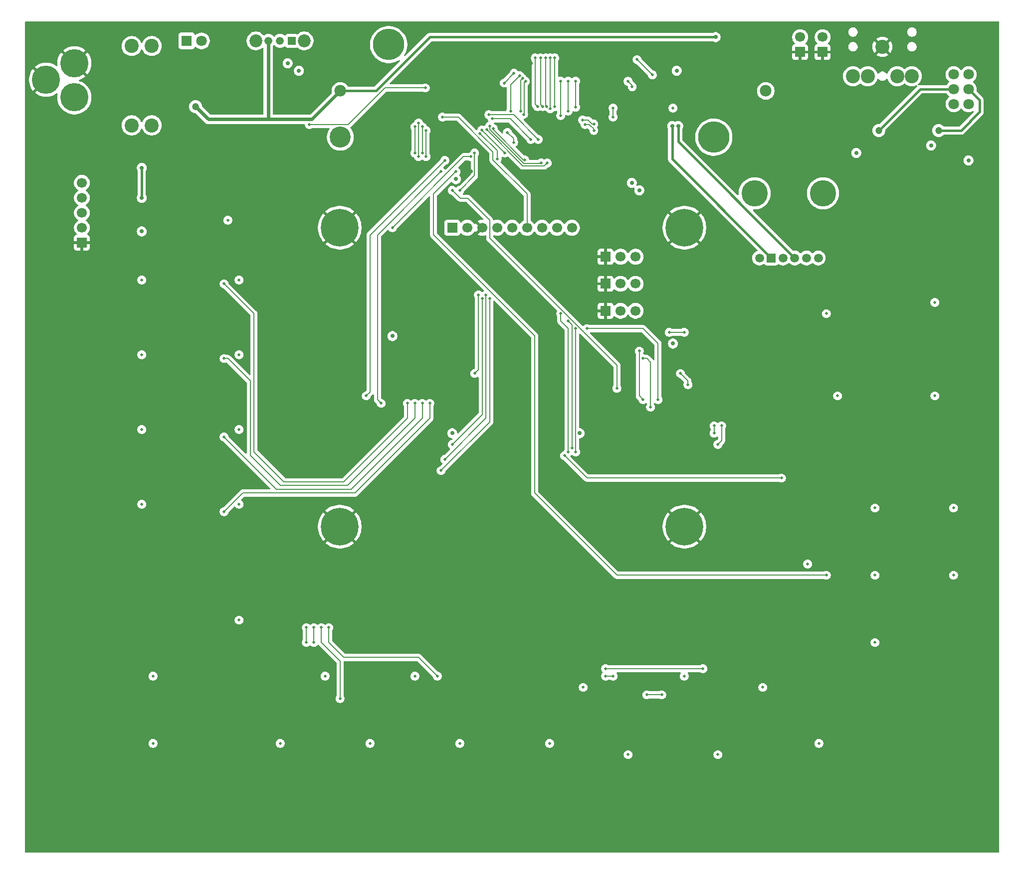
<source format=gbr>
%TF.GenerationSoftware,KiCad,Pcbnew,9.0.1*%
%TF.CreationDate,2025-04-16T22:38:01-05:00*%
%TF.ProjectId,mt,6d742e6b-6963-4616-945f-706362585858,rev?*%
%TF.SameCoordinates,Original*%
%TF.FileFunction,Copper,L4,Bot*%
%TF.FilePolarity,Positive*%
%FSLAX46Y46*%
G04 Gerber Fmt 4.6, Leading zero omitted, Abs format (unit mm)*
G04 Created by KiCad (PCBNEW 9.0.1) date 2025-04-16 22:38:01*
%MOMM*%
%LPD*%
G01*
G04 APERTURE LIST*
%TA.AperFunction,ComponentPad*%
%ADD10R,1.337000X1.337000*%
%TD*%
%TA.AperFunction,ComponentPad*%
%ADD11C,1.337000*%
%TD*%
%TA.AperFunction,ComponentPad*%
%ADD12C,2.190000*%
%TD*%
%TA.AperFunction,ComponentPad*%
%ADD13C,2.400000*%
%TD*%
%TA.AperFunction,ComponentPad*%
%ADD14R,1.700000X1.700000*%
%TD*%
%TA.AperFunction,ComponentPad*%
%ADD15C,1.700000*%
%TD*%
%TA.AperFunction,ComponentPad*%
%ADD16R,1.500000X1.500000*%
%TD*%
%TA.AperFunction,ComponentPad*%
%ADD17C,1.500000*%
%TD*%
%TA.AperFunction,ComponentPad*%
%ADD18C,4.455000*%
%TD*%
%TA.AperFunction,ComponentPad*%
%ADD19C,0.800000*%
%TD*%
%TA.AperFunction,ComponentPad*%
%ADD20C,6.400000*%
%TD*%
%TA.AperFunction,ComponentPad*%
%ADD21C,1.800000*%
%TD*%
%TA.AperFunction,ComponentPad*%
%ADD22C,4.800000*%
%TD*%
%TA.AperFunction,ComponentPad*%
%ADD23R,1.800000X1.800000*%
%TD*%
%TA.AperFunction,ComponentPad*%
%ADD24C,1.980000*%
%TD*%
%TA.AperFunction,ComponentPad*%
%ADD25C,5.325000*%
%TD*%
%TA.AperFunction,ComponentPad*%
%ADD26C,3.585000*%
%TD*%
%TA.AperFunction,ViaPad*%
%ADD27C,0.500000*%
%TD*%
%TA.AperFunction,ViaPad*%
%ADD28C,0.700000*%
%TD*%
%TA.AperFunction,ViaPad*%
%ADD29C,1.200000*%
%TD*%
%TA.AperFunction,Conductor*%
%ADD30C,0.200000*%
%TD*%
%TA.AperFunction,Conductor*%
%ADD31C,0.400000*%
%TD*%
%TA.AperFunction,Conductor*%
%ADD32C,0.600000*%
%TD*%
G04 APERTURE END LIST*
D10*
%TO.P,S1,1,1*%
%TO.N,unconnected-(S1-Pad1)*%
X94054000Y-21590000D03*
D11*
%TO.P,S1,2,2*%
%TO.N,Net-(IC3-EN)*%
X92054000Y-21590000D03*
%TO.P,S1,3,3*%
%TO.N,CELL+*%
X90054000Y-21590000D03*
D12*
%TO.P,S1,4,MH1*%
%TO.N,unconnected-(S1-MH1-Pad4)*%
X96154000Y-21590000D03*
%TO.P,S1,5,MH2*%
%TO.N,unconnected-(S1-MH2-Pad5)*%
X87954000Y-21590000D03*
%TD*%
D13*
%TO.P,J2,1,1*%
%TO.N,Net-(J1-POWER)*%
X70280000Y-22475000D03*
%TO.P,J2,2,2*%
%TO.N,Net-(D1-A)*%
X70280000Y-35945000D03*
%TO.P,J2,3,3*%
%TO.N,Net-(J1-POWER)*%
X66880000Y-22475000D03*
%TO.P,J2,4,4*%
%TO.N,Net-(D1-A)*%
X66880000Y-35945000D03*
%TD*%
D14*
%TO.P,J5,1,Pin_1*%
%TO.N,VDD*%
X121285000Y-53340000D03*
D15*
%TO.P,J5,2,Pin_2*%
%TO.N,unconnected-(J5-Pin_2-Pad2)*%
X123825000Y-53340000D03*
%TO.P,J5,3,Pin_3*%
%TO.N,GND*%
X126365000Y-53340000D03*
%TO.P,J5,4,Pin_4*%
%TO.N,SPI0_SCK*%
X128905000Y-53340000D03*
%TO.P,J5,5,Pin_5*%
%TO.N,SPI0_PICO*%
X131445000Y-53340000D03*
%TO.P,J5,6,Pin_6*%
%TO.N,SPI0_CS0*%
X133985000Y-53340000D03*
%TO.P,J5,7,Pin_7*%
%TO.N,Net-(J5-Pin_7)*%
X136525000Y-53340000D03*
%TO.P,J5,8,Pin_8*%
%TO.N,Net-(J5-Pin_8)*%
X139065000Y-53340000D03*
%TO.P,J5,9,Pin_9*%
%TO.N,Net-(J5-Pin_9)*%
X141605000Y-53340000D03*
%TD*%
D14*
%TO.P,J7,1,Pin_1*%
%TO.N,GND*%
X147320000Y-62865000D03*
D15*
%TO.P,J7,2,Pin_2*%
%TO.N,Net-(J5-Pin_8)*%
X149860000Y-62865000D03*
%TO.P,J7,3,Pin_3*%
%TO.N,VDD*%
X152400000Y-62865000D03*
%TD*%
D14*
%TO.P,J6,1,Pin_1*%
%TO.N,GND*%
X147320000Y-67455000D03*
D15*
%TO.P,J6,2,Pin_2*%
%TO.N,Net-(J5-Pin_7)*%
X149860000Y-67455000D03*
%TO.P,J6,3,Pin_3*%
%TO.N,VDD*%
X152400000Y-67455000D03*
%TD*%
D16*
%TO.P,VR2,A1,A1*%
%TO.N,DACL*%
X175435000Y-58490000D03*
D17*
%TO.P,VR2,A2,A2*%
%TO.N,Net-(C9-Pad1)*%
X173435000Y-58490000D03*
%TO.P,VR2,A3,A3*%
%TO.N,unconnected-(VR2-PadA3)*%
X183435000Y-58490000D03*
%TO.P,VR2,B1,B1*%
%TO.N,Net-(C10-Pad1)*%
X177435000Y-58490000D03*
%TO.P,VR2,B2,B2*%
%TO.N,DACR*%
X179435000Y-58490000D03*
%TO.P,VR2,B3,B3*%
%TO.N,unconnected-(VR2-PadB3)*%
X181435000Y-58490000D03*
D18*
%TO.P,VR2,MH1,MH1*%
%TO.N,unconnected-(VR2-PadMH1)*%
X172635000Y-47490000D03*
%TO.P,VR2,MH2,MH2*%
%TO.N,unconnected-(VR2-PadMH2)*%
X184235000Y-47490000D03*
%TD*%
D19*
%TO.P,H1,1,1*%
%TO.N,GND*%
X99795000Y-53340000D03*
X100497944Y-51642944D03*
X100497944Y-55037056D03*
X102195000Y-50940000D03*
D20*
X102195000Y-53340000D03*
D19*
X102195000Y-55740000D03*
X103892056Y-51642944D03*
X103892056Y-55037056D03*
X104595000Y-53340000D03*
%TD*%
D13*
%TO.P,J3,1,SLEEVE*%
%TO.N,GND*%
X194310000Y-22595000D03*
%TO.P,J3,2,TIP*%
%TO.N,Net-(J3-TIP)*%
X189310000Y-27595000D03*
%TO.P,J3,3,RING*%
%TO.N,Net-(J3-RING)*%
X199310000Y-27595000D03*
%TO.P,J3,4,TIP_SWITCH*%
%TO.N,unconnected-(J3-TIP_SWITCH-Pad4)*%
X191810000Y-27595000D03*
%TO.P,J3,5,NP*%
%TO.N,unconnected-(J3-NP-Pad5)*%
X196810000Y-27595000D03*
%TD*%
D14*
%TO.P,J8,1,Pin_1*%
%TO.N,GND*%
X147320000Y-58275000D03*
D15*
%TO.P,J8,2,Pin_2*%
%TO.N,Net-(J5-Pin_9)*%
X149860000Y-58275000D03*
%TO.P,J8,3,Pin_3*%
%TO.N,VDD*%
X152400000Y-58275000D03*
%TD*%
D21*
%TO.P,VR1,1,CCW_1*%
%TO.N,RV1A*%
X206415000Y-32305000D03*
%TO.P,VR1,2,WIPER_1*%
%TO.N,L*%
X206415000Y-29805000D03*
%TO.P,VR1,3,CW_1*%
%TO.N,unconnected-(VR1-CW_1-Pad3)*%
X206415000Y-27305000D03*
%TO.P,VR1,4,CCW_2*%
%TO.N,RV2A*%
X208915000Y-32305000D03*
%TO.P,VR1,5,WIPER_2*%
%TO.N,R*%
X208915000Y-29805000D03*
%TO.P,VR1,6,CW_2*%
%TO.N,unconnected-(VR1-CW_2-Pad6)*%
X208915000Y-27305000D03*
%TD*%
D19*
%TO.P,H3,1,1*%
%TO.N,GND*%
X99795000Y-104140000D03*
X100497944Y-102442944D03*
X100497944Y-105837056D03*
X102195000Y-101740000D03*
D20*
X102195000Y-104140000D03*
D19*
X102195000Y-106540000D03*
X103892056Y-102442944D03*
X103892056Y-105837056D03*
X104595000Y-104140000D03*
%TD*%
%TO.P,H2,1,1*%
%TO.N,GND*%
X158295000Y-53340000D03*
X158997944Y-51642944D03*
X158997944Y-55037056D03*
X160695000Y-50940000D03*
D20*
X160695000Y-53340000D03*
D19*
X160695000Y-55740000D03*
X162392056Y-51642944D03*
X162392056Y-55037056D03*
X163095000Y-53340000D03*
%TD*%
D14*
%TO.P,J10,1,Pin_1*%
%TO.N,GND*%
X180340000Y-23495000D03*
D15*
%TO.P,J10,2,Pin_2*%
%TO.N,Net-(IC2-VSS)*%
X180340000Y-20955000D03*
%TD*%
D22*
%TO.P,J1,1,POWER*%
%TO.N,Net-(J1-POWER)*%
X57150000Y-31200000D03*
%TO.P,J1,2,GND_1*%
%TO.N,GND*%
X57150000Y-25400000D03*
%TO.P,J1,3,GND_2*%
X52350000Y-28200000D03*
%TD*%
D19*
%TO.P,H4,1,1*%
%TO.N,GND*%
X158295000Y-104140000D03*
X158997944Y-102442944D03*
X158997944Y-105837056D03*
X160695000Y-101740000D03*
D20*
X160695000Y-104140000D03*
D19*
X160695000Y-106540000D03*
X162392056Y-102442944D03*
X162392056Y-105837056D03*
X163095000Y-104140000D03*
%TD*%
D23*
%TO.P,D1,1,K*%
%TO.N,Net-(D1-K)*%
X76200000Y-21590000D03*
D21*
%TO.P,D1,2,A*%
%TO.N,Net-(D1-A)*%
X78740000Y-21590000D03*
%TD*%
D14*
%TO.P,J9,1,Pin_1*%
%TO.N,GND*%
X184150000Y-23495000D03*
D15*
%TO.P,J9,2,Pin_2*%
%TO.N,Net-(IC2-VSS)*%
X184150000Y-20955000D03*
%TD*%
D14*
%TO.P,J4,1,Pin_1*%
%TO.N,GND*%
X58420000Y-55880000D03*
D15*
%TO.P,J4,2,Pin_2*%
%TO.N,VDD*%
X58420000Y-53340000D03*
%TO.P,J4,3,Pin_3*%
%TO.N,NRST*%
X58420000Y-50800000D03*
%TO.P,J4,4,Pin_4*%
%TO.N,SWDIO*%
X58420000Y-48260000D03*
%TO.P,J4,5,Pin_5*%
%TO.N,SWCLK*%
X58420000Y-45720000D03*
%TD*%
D24*
%TO.P,U1,1,+*%
%TO.N,CELL+*%
X102290000Y-30095000D03*
%TO.P,U1,2,-*%
%TO.N,Net-(IC2-VSS)*%
X174510000Y-30095000D03*
D25*
%TO.P,U1,MH1,MH1*%
%TO.N,unconnected-(U1-PadMH1)*%
X165690000Y-37965000D03*
D26*
%TO.P,U1,MH2,MH2*%
%TO.N,unconnected-(U1-PadMH2)*%
X102290000Y-37965000D03*
D25*
%TO.P,U1,MH3,MH3*%
%TO.N,unconnected-(U1-PadMH3)*%
X110490000Y-22225000D03*
%TD*%
D27*
%TO.N,I{slash}O0*%
X133395223Y-34085583D03*
X133723091Y-28455454D03*
%TO.N,I{slash}O3*%
X128079500Y-34836045D03*
X134612091Y-38336454D03*
%TO.N,E2_2*%
X139700000Y-67945000D03*
X116205000Y-40640000D03*
X140970000Y-91440000D03*
X116205000Y-36195000D03*
%TO.N,A8*%
X143420091Y-35034454D03*
X145322091Y-35725045D03*
%TO.N,Ex_1*%
X121920000Y-43815000D03*
X184785000Y-112395000D03*
%TO.N,A5*%
X137317395Y-32763454D03*
X137152091Y-24493454D03*
%TO.N,A2*%
X142232091Y-28430454D03*
X142232091Y-32875454D03*
%TO.N,I{slash}O6*%
X136368091Y-42296454D03*
X127627091Y-36050454D03*
%TO.N,A3*%
X138676091Y-24493454D03*
X138676091Y-32763454D03*
%TO.N,I{slash}O2*%
X132719782Y-27479226D03*
X131183091Y-33510454D03*
%TO.N,A9*%
X143821091Y-35796454D03*
X145322090Y-36811171D03*
%TO.N,SPI0_SCK*%
X128905000Y-41656000D03*
X125984000Y-37338000D03*
%TO.N,E1_2*%
X127635000Y-65405000D03*
X119380000Y-94615000D03*
%TO.N,E0_2*%
X124460000Y-41275000D03*
X111125000Y-53340000D03*
%TO.N,I{slash}O1*%
X133214758Y-27974204D03*
X132919091Y-33572454D03*
%TO.N,E1_0*%
X122555000Y-46990000D03*
X125072091Y-40640000D03*
X121285000Y-90170000D03*
X126365000Y-65405000D03*
%TO.N,E2_0*%
X114935000Y-36195000D03*
X114935000Y-40640000D03*
X142240000Y-91440000D03*
X142240000Y-70485000D03*
%TO.N,A4*%
X137914091Y-24493454D03*
X137914091Y-33129454D03*
%TO.N,A13*%
X148590000Y-32994545D03*
X148574182Y-34534363D03*
%TO.N,E0_0*%
X119380000Y-43815000D03*
X109220000Y-83185000D03*
%TO.N,A14*%
X151828500Y-29390863D03*
X151118416Y-28455454D03*
%TO.N,I{slash}O4*%
X127500091Y-34145454D03*
X135882091Y-38336454D03*
%TO.N,E3_0*%
X116840000Y-41275000D03*
X144145000Y-70485000D03*
X156210000Y-82550000D03*
X116840000Y-36830000D03*
%TO.N,E3_1*%
X125730000Y-64770000D03*
X125095000Y-78105000D03*
%TO.N,SPI0_CS0*%
X119634000Y-34544000D03*
%TO.N,SPI0_PICO*%
X130175000Y-40640000D03*
X126323951Y-36726088D03*
%TO.N,E0_1*%
X106680000Y-81915000D03*
X120015000Y-41910000D03*
%TO.N,A0*%
X139692091Y-34272454D03*
X139692091Y-28430454D03*
%TO.N,I{slash}O7*%
X137403908Y-42358455D03*
X127119091Y-36685454D03*
%TO.N,E3_2*%
X149225000Y-80645000D03*
X121285000Y-46990000D03*
%TO.N,A1*%
X140962091Y-28430454D03*
X140962091Y-33510454D03*
%TO.N,E2_1*%
X141605000Y-90805000D03*
X140970000Y-69215000D03*
X115570000Y-41275000D03*
X115570000Y-35560000D03*
%TO.N,I{slash}O5*%
X133568650Y-41790095D03*
X128234551Y-36455996D03*
D28*
%TO.N,SWDIO*%
X68580000Y-48260000D03*
X68580000Y-43180000D03*
D27*
%TO.N,E3_GS*%
X160655000Y-71120000D03*
X158115000Y-71120000D03*
%TO.N,VDD*%
X203200000Y-81915000D03*
X166370000Y-142875000D03*
X92075000Y-140970000D03*
X122555000Y-140970000D03*
X70485000Y-129540000D03*
D28*
X142890000Y-88265000D03*
D27*
X158750000Y-33020000D03*
X70485000Y-140970000D03*
X85090000Y-100330000D03*
D28*
X95250000Y-26670000D03*
D27*
X68580000Y-62230000D03*
X206375000Y-112395000D03*
D28*
X189865000Y-40640000D03*
D27*
X183515000Y-140970000D03*
X160655000Y-129540000D03*
X203200000Y-66040000D03*
X68580000Y-74930000D03*
X206375000Y-100965000D03*
D28*
X68580000Y-53975000D03*
D27*
X68580000Y-87630000D03*
X85090000Y-120015000D03*
X137795000Y-140970000D03*
X99695000Y-129540000D03*
X85090000Y-62230000D03*
X186690000Y-81915000D03*
D28*
X208915000Y-41910000D03*
X111125000Y-71755000D03*
D27*
X193040000Y-100965000D03*
X151130000Y-142875000D03*
X85090000Y-74930000D03*
D28*
X153035000Y-46990000D03*
X159385000Y-26670000D03*
X93345000Y-25400000D03*
D27*
X143510000Y-131445000D03*
X68580000Y-100330000D03*
X193040000Y-123825000D03*
D28*
X158750000Y-73025000D03*
D27*
X114935000Y-129540000D03*
D28*
X121935000Y-45085000D03*
X151765000Y-45720000D03*
D27*
X184785000Y-67945000D03*
X173990000Y-131445000D03*
D28*
X121285000Y-88265000D03*
D27*
X107315000Y-140970000D03*
D28*
X202565000Y-39370000D03*
D27*
X181610000Y-110490000D03*
X193040000Y-112395000D03*
X83185000Y-52070000D03*
X85090000Y-87630000D03*
%TO.N,A7*%
X135374091Y-24493454D03*
X135755091Y-32763454D03*
%TO.N,E1_1*%
X120015000Y-92710000D03*
X127000000Y-64770000D03*
%TO.N,A6*%
X136602091Y-32763454D03*
X136263091Y-24493454D03*
%TO.N,A12*%
X131762500Y-27089045D03*
X130095682Y-28755863D03*
%TO.N,~SYNC*%
X155257500Y-27368500D03*
X152654000Y-24765000D03*
%TO.N,RAM_EN*%
X131699000Y-38844454D03*
X130654174Y-37139453D03*
%TO.N,Net-(IC8-2)*%
X82550000Y-88900000D03*
X116205000Y-83185000D03*
%TO.N,Net-(IC8-3)*%
X82550000Y-101600000D03*
X117475000Y-83185000D03*
%TO.N,Net-(IC8-0)*%
X82550000Y-62865000D03*
X113665000Y-83185000D03*
%TO.N,Net-(IC8-1)*%
X82550000Y-75565000D03*
X114935000Y-83185000D03*
%TO.N,Net-(IC9-7)*%
X100330000Y-121285000D03*
X118745000Y-129540000D03*
%TO.N,Net-(IC9-6)*%
X102235000Y-133350000D03*
X99060000Y-121285000D03*
%TO.N,Net-(IC9-5)*%
X97790000Y-123825000D03*
X97790000Y-121285000D03*
%TO.N,Net-(IC9-4)*%
X96520000Y-121285000D03*
X96520000Y-123825000D03*
D29*
%TO.N,L*%
X193675000Y-36830000D03*
%TO.N,R*%
X203835000Y-36830000D03*
D28*
%TO.N,DACR*%
X159639000Y-36068000D03*
%TO.N,DACL*%
X158623000Y-36068000D03*
D27*
%TO.N,GND*%
X123825000Y-37465000D03*
D28*
X82550000Y-22860000D03*
X140970000Y-36830000D03*
X167640000Y-29845000D03*
X141605000Y-97155000D03*
X161290000Y-73025000D03*
X124422091Y-43815000D03*
X166370000Y-27940000D03*
X134604872Y-25422707D03*
X93345000Y-30480000D03*
X133369782Y-26670000D03*
X95250000Y-29210000D03*
X116220000Y-93345000D03*
X205105000Y-39370000D03*
X118110000Y-38735000D03*
X120650000Y-97155000D03*
D29*
%TO.N,CELL+*%
X77724000Y-32766000D03*
D28*
X165989000Y-20955000D03*
D27*
%TO.N,VBAT*%
X116713000Y-29591000D03*
X97028000Y-35814000D03*
%TO.N,Net-(IC10-5)*%
X147320000Y-129540000D03*
X156845000Y-132715000D03*
X148590000Y-129540000D03*
X154305000Y-132715000D03*
%TO.N,Net-(IC10-7)*%
X177165000Y-95885000D03*
X140335000Y-92075000D03*
%TO.N,Net-(IC10-6)*%
X147320000Y-128270000D03*
X163830000Y-128270000D03*
%TO.N,Net-(IC11-5)*%
X153670000Y-75565000D03*
X154940000Y-83820000D03*
%TO.N,Net-(IC11-4)*%
X153670000Y-82550000D03*
X153035000Y-74295000D03*
%TO.N,Net-(IC11-0)*%
X165735000Y-86995000D03*
X165735000Y-88265000D03*
%TO.N,Net-(IC11-1)*%
X167005000Y-86995000D03*
X166370000Y-90170000D03*
%TO.N,Net-(IC11-3)*%
X161290000Y-80010000D03*
X160020000Y-78105000D03*
%TD*%
D30*
%TO.N,I{slash}O0*%
X133469091Y-28709454D02*
X133723091Y-28455454D01*
X133469091Y-34011715D02*
X133469091Y-28709454D01*
X133395223Y-34085583D02*
X133469091Y-34011715D01*
%TO.N,I{slash}O3*%
X128079500Y-34836045D02*
X131111682Y-34836045D01*
X131111682Y-34836045D02*
X134612091Y-38336454D01*
%TO.N,E2_2*%
X116205000Y-36195000D02*
X116205000Y-40640000D01*
X139700000Y-69215000D02*
X140970000Y-70485000D01*
X140970000Y-70485000D02*
X140970000Y-91440000D01*
X139700000Y-67945000D02*
X139700000Y-69215000D01*
%TO.N,A8*%
X145013782Y-35725045D02*
X144323191Y-35034454D01*
X144323191Y-35034454D02*
X143420091Y-35034454D01*
X145322091Y-35725045D02*
X145013782Y-35725045D01*
%TO.N,Ex_1*%
X118110000Y-47625000D02*
X118110000Y-54537884D01*
X149225000Y-112395000D02*
X184785000Y-112395000D01*
X135255000Y-98425000D02*
X149225000Y-112395000D01*
X121920000Y-43815000D02*
X118110000Y-47625000D01*
X118110000Y-54537884D02*
X135255000Y-71682884D01*
X135255000Y-71682884D02*
X135255000Y-98425000D01*
%TO.N,A5*%
X137152091Y-32598150D02*
X137152091Y-24493454D01*
X137317395Y-32763454D02*
X137152091Y-32598150D01*
%TO.N,A2*%
X142232091Y-32875454D02*
X142232091Y-28430454D01*
%TO.N,I{slash}O6*%
X136368091Y-42296454D02*
X136219091Y-42445454D01*
X127670091Y-36669354D02*
X127670091Y-36093454D01*
X127670091Y-36093454D02*
X127627091Y-36050454D01*
X133446191Y-42445454D02*
X127670091Y-36669354D01*
X136219091Y-42445454D02*
X133446191Y-42445454D01*
%TO.N,A3*%
X138676091Y-32763454D02*
X138676091Y-24493454D01*
%TO.N,I{slash}O2*%
X131183091Y-33510454D02*
X131183091Y-29015917D01*
X131183091Y-29015917D02*
X132719782Y-27479226D01*
%TO.N,A9*%
X145322090Y-36600453D02*
X144518091Y-35796454D01*
X145322090Y-36811171D02*
X145322090Y-36600453D01*
X144518091Y-35796454D02*
X143821091Y-35796454D01*
%TO.N,SPI0_SCK*%
X125984000Y-37338000D02*
X128905000Y-40259000D01*
X128905000Y-41656000D02*
X128905000Y-40259000D01*
%TO.N,E1_2*%
X127635000Y-65405000D02*
X127635000Y-86360000D01*
X127635000Y-86360000D02*
X119380000Y-94615000D01*
%TO.N,E0_2*%
X123190000Y-41275000D02*
X124460000Y-41275000D01*
X111125000Y-53340000D02*
X123190000Y-41275000D01*
%TO.N,I{slash}O1*%
X132919091Y-33572454D02*
X132919091Y-28269871D01*
X132919091Y-28269871D02*
X133214758Y-27974204D01*
%TO.N,E1_0*%
X121285000Y-90170000D02*
X126365000Y-85090000D01*
X125072091Y-44472909D02*
X122555000Y-46990000D01*
X126365000Y-85090000D02*
X126365000Y-65405000D01*
X125072091Y-40640000D02*
X125072091Y-44472909D01*
%TO.N,E2_0*%
X142240000Y-70485000D02*
X142240000Y-91440000D01*
X114935000Y-36195000D02*
X114935000Y-40640000D01*
%TO.N,A4*%
X137914091Y-33129454D02*
X137914091Y-24493454D01*
%TO.N,A13*%
X148590000Y-32994545D02*
X148590000Y-34518545D01*
X148590000Y-34518545D02*
X148574182Y-34534363D01*
%TO.N,E0_0*%
X108585000Y-82550000D02*
X109220000Y-83185000D01*
X108585000Y-54610000D02*
X108585000Y-82550000D01*
X119380000Y-43815000D02*
X108585000Y-54610000D01*
%TO.N,A14*%
X151828500Y-29390863D02*
X151828500Y-29165538D01*
X151828500Y-29165538D02*
X151118416Y-28455454D01*
%TO.N,I{slash}O4*%
X127500091Y-34145454D02*
X131691091Y-34145454D01*
X131691091Y-34145454D02*
X135882091Y-38336454D01*
%TO.N,E3_0*%
X153670000Y-70485000D02*
X156210000Y-73025000D01*
X156210000Y-73025000D02*
X156210000Y-82550000D01*
X116840000Y-36830000D02*
X116840000Y-41275000D01*
X144145000Y-70485000D02*
X153670000Y-70485000D01*
%TO.N,E3_1*%
X125730000Y-64770000D02*
X125730000Y-77470000D01*
X125730000Y-77470000D02*
X125095000Y-78105000D01*
%TO.N,SPI0_CS0*%
X128206500Y-41846500D02*
X128206500Y-40449500D01*
X128206500Y-40449500D02*
X122301000Y-34544000D01*
X133985000Y-53340000D02*
X133985000Y-47625000D01*
X133985000Y-47625000D02*
X128206500Y-41846500D01*
X122301000Y-34544000D02*
X119634000Y-34544000D01*
%TO.N,SPI0_PICO*%
X126323951Y-36726088D02*
X126323951Y-36788951D01*
X126323951Y-36788951D02*
X130175000Y-40640000D01*
%TO.N,E0_1*%
X107315000Y-81280000D02*
X106680000Y-81915000D01*
X107315000Y-54610000D02*
X107315000Y-81280000D01*
X120015000Y-41910000D02*
X107315000Y-54610000D01*
%TO.N,A0*%
X139692091Y-34272454D02*
X139692091Y-28430454D01*
%TO.N,I{slash}O7*%
X127119091Y-36685454D02*
X133280091Y-42846454D01*
X133280091Y-42846454D02*
X136915909Y-42846454D01*
X136915909Y-42846454D02*
X137403908Y-42358455D01*
%TO.N,E3_2*%
X121285000Y-46990000D02*
X122627116Y-48332116D01*
X127635000Y-52070000D02*
X127635000Y-55100768D01*
X122627116Y-48332116D02*
X123897116Y-48332116D01*
X127635000Y-55100768D02*
X149225000Y-76690768D01*
X123897116Y-48332116D02*
X127635000Y-52070000D01*
X149225000Y-76690768D02*
X149225000Y-80645000D01*
%TO.N,A1*%
X140962091Y-33510454D02*
X140962091Y-28430454D01*
%TO.N,E2_1*%
X115570000Y-41275000D02*
X115570000Y-35560000D01*
X141605000Y-69850000D02*
X140970000Y-69215000D01*
X141605000Y-90805000D02*
X141605000Y-69850000D01*
%TO.N,I{slash}O5*%
X128234551Y-36666714D02*
X128234551Y-36455996D01*
X133568650Y-41790095D02*
X133357932Y-41790095D01*
X133357932Y-41790095D02*
X128234551Y-36666714D01*
D31*
%TO.N,SWDIO*%
X68580000Y-43180000D02*
X68580000Y-48260000D01*
D30*
%TO.N,E3_GS*%
X158115000Y-71120000D02*
X160655000Y-71120000D01*
%TO.N,A7*%
X135755091Y-32763454D02*
X135374091Y-32382454D01*
X135374091Y-32382454D02*
X135374091Y-24493454D01*
%TO.N,E1_1*%
X120015000Y-92710000D02*
X127000000Y-85725000D01*
X127000000Y-85725000D02*
X127000000Y-64770000D01*
%TO.N,A6*%
X136263091Y-32424454D02*
X136263091Y-24493454D01*
X136602091Y-32763454D02*
X136263091Y-32424454D01*
%TO.N,A12*%
X130095682Y-28755863D02*
X131762500Y-27089045D01*
%TO.N,~SYNC*%
X152654000Y-24765000D02*
X155257500Y-27368500D01*
%TO.N,RAM_EN*%
X131699000Y-38844454D02*
X131699000Y-38217363D01*
X130654174Y-37172537D02*
X130654174Y-37139453D01*
X131699000Y-38217363D02*
X130654174Y-37172537D01*
%TO.N,Net-(IC8-2)*%
X104140000Y-97790000D02*
X116205000Y-85725000D01*
X82550000Y-88900000D02*
X91440000Y-97790000D01*
X116205000Y-85725000D02*
X116205000Y-83185000D01*
X91440000Y-97790000D02*
X104140000Y-97790000D01*
%TO.N,Net-(IC8-3)*%
X104775000Y-98425000D02*
X85725000Y-98425000D01*
X85725000Y-98425000D02*
X82550000Y-101600000D01*
X117475000Y-85725000D02*
X104775000Y-98425000D01*
X117475000Y-83185000D02*
X117475000Y-85725000D01*
%TO.N,Net-(IC8-0)*%
X113665000Y-85725000D02*
X113665000Y-83185000D01*
X102870000Y-96520000D02*
X113665000Y-85725000D01*
X92710000Y-96520000D02*
X102870000Y-96520000D01*
X87630000Y-91440000D02*
X92710000Y-96520000D01*
X82550000Y-62865000D02*
X87630000Y-67945000D01*
X87630000Y-67945000D02*
X87630000Y-91440000D01*
%TO.N,Net-(IC8-1)*%
X82550000Y-75565000D02*
X83185000Y-75565000D01*
X114935000Y-85725000D02*
X114935000Y-83185000D01*
X83185000Y-75565000D02*
X86995000Y-79375000D01*
X92075000Y-97155000D02*
X103505000Y-97155000D01*
X86995000Y-79375000D02*
X86995000Y-92075000D01*
X103505000Y-97155000D02*
X114935000Y-85725000D01*
X86995000Y-92075000D02*
X92075000Y-97155000D01*
%TO.N,Net-(IC9-7)*%
X100330000Y-123825000D02*
X102870000Y-126365000D01*
X100330000Y-121285000D02*
X100330000Y-123825000D01*
X102870000Y-126365000D02*
X115570000Y-126365000D01*
X115570000Y-126365000D02*
X118745000Y-129540000D01*
%TO.N,Net-(IC9-6)*%
X102235000Y-127000000D02*
X102235000Y-133350000D01*
X99060000Y-123825000D02*
X102235000Y-127000000D01*
X99060000Y-121285000D02*
X99060000Y-123825000D01*
%TO.N,Net-(IC9-5)*%
X97790000Y-123825000D02*
X97790000Y-121285000D01*
%TO.N,Net-(IC9-4)*%
X96520000Y-123825000D02*
X96520000Y-121285000D01*
D31*
%TO.N,L*%
X206415000Y-29805000D02*
X200700000Y-29805000D01*
X200700000Y-29805000D02*
X193675000Y-36830000D01*
%TO.N,R*%
X210820000Y-33655000D02*
X210820000Y-31710000D01*
X207645000Y-36830000D02*
X210820000Y-33655000D01*
X210820000Y-31710000D02*
X208915000Y-29805000D01*
X203835000Y-36830000D02*
X207645000Y-36830000D01*
%TO.N,DACR*%
X159639000Y-36068000D02*
X159639000Y-38694000D01*
X159639000Y-38694000D02*
X179435000Y-58490000D01*
%TO.N,DACL*%
X158623000Y-41678000D02*
X175435000Y-58490000D01*
X158623000Y-36068000D02*
X158623000Y-41678000D01*
D32*
%TO.N,CELL+*%
X90805000Y-34925000D02*
X97460000Y-34925000D01*
X90054000Y-21590000D02*
X90054000Y-34809000D01*
D31*
X165989000Y-20955000D02*
X117475000Y-20955000D01*
D32*
X90054000Y-34809000D02*
X90170000Y-34925000D01*
X97460000Y-34925000D02*
X102290000Y-30095000D01*
X79883000Y-34925000D02*
X88900000Y-34925000D01*
X90170000Y-34925000D02*
X90805000Y-34925000D01*
X77724000Y-32766000D02*
X79883000Y-34925000D01*
D31*
X108335000Y-30095000D02*
X102290000Y-30095000D01*
X117475000Y-20955000D02*
X108335000Y-30095000D01*
D32*
X88900000Y-34925000D02*
X90805000Y-34925000D01*
D30*
%TO.N,VBAT*%
X103632000Y-35814000D02*
X109855000Y-29591000D01*
X109855000Y-29591000D02*
X116713000Y-29591000D01*
X97028000Y-35814000D02*
X103632000Y-35814000D01*
%TO.N,Net-(IC10-5)*%
X148590000Y-129540000D02*
X147320000Y-129540000D01*
X154305000Y-132715000D02*
X156845000Y-132715000D01*
%TO.N,Net-(IC10-7)*%
X177165000Y-95885000D02*
X144145000Y-95885000D01*
X144145000Y-95885000D02*
X140335000Y-92075000D01*
%TO.N,Net-(IC10-6)*%
X163830000Y-128270000D02*
X147320000Y-128270000D01*
%TO.N,Net-(IC11-5)*%
X154305000Y-75565000D02*
X153670000Y-75565000D01*
X154940000Y-76200000D02*
X154305000Y-75565000D01*
X154940000Y-83820000D02*
X154940000Y-76200000D01*
%TO.N,Net-(IC11-4)*%
X153670000Y-82550000D02*
X153035000Y-81915000D01*
X153035000Y-81915000D02*
X153035000Y-74295000D01*
%TO.N,Net-(IC11-0)*%
X165735000Y-88265000D02*
X165735000Y-86995000D01*
%TO.N,Net-(IC11-1)*%
X167005000Y-86995000D02*
X167005000Y-89535000D01*
X167005000Y-89535000D02*
X166370000Y-90170000D01*
%TO.N,Net-(IC11-3)*%
X161290000Y-79375000D02*
X160020000Y-78105000D01*
X161290000Y-80010000D02*
X161290000Y-79375000D01*
%TD*%
%TA.AperFunction,Conductor*%
%TO.N,GND*%
G36*
X214072539Y-18300185D02*
G01*
X214118294Y-18352989D01*
X214129500Y-18404500D01*
X214129500Y-159395500D01*
X214109815Y-159462539D01*
X214057011Y-159508294D01*
X214005500Y-159519500D01*
X48884500Y-159519500D01*
X48817461Y-159499815D01*
X48771706Y-159447011D01*
X48760500Y-159395500D01*
X48760500Y-142948920D01*
X150379499Y-142948920D01*
X150408340Y-143093907D01*
X150408343Y-143093917D01*
X150464912Y-143230488D01*
X150464919Y-143230501D01*
X150547048Y-143353415D01*
X150547051Y-143353419D01*
X150651580Y-143457948D01*
X150651584Y-143457951D01*
X150774498Y-143540080D01*
X150774511Y-143540087D01*
X150911082Y-143596656D01*
X150911087Y-143596658D01*
X150911091Y-143596658D01*
X150911092Y-143596659D01*
X151056079Y-143625500D01*
X151056082Y-143625500D01*
X151203920Y-143625500D01*
X151301462Y-143606096D01*
X151348913Y-143596658D01*
X151485495Y-143540084D01*
X151608416Y-143457951D01*
X151712951Y-143353416D01*
X151795084Y-143230495D01*
X151851658Y-143093913D01*
X151880500Y-142948920D01*
X165619499Y-142948920D01*
X165648340Y-143093907D01*
X165648343Y-143093917D01*
X165704912Y-143230488D01*
X165704919Y-143230501D01*
X165787048Y-143353415D01*
X165787051Y-143353419D01*
X165891580Y-143457948D01*
X165891584Y-143457951D01*
X166014498Y-143540080D01*
X166014511Y-143540087D01*
X166151082Y-143596656D01*
X166151087Y-143596658D01*
X166151091Y-143596658D01*
X166151092Y-143596659D01*
X166296079Y-143625500D01*
X166296082Y-143625500D01*
X166443920Y-143625500D01*
X166541462Y-143606096D01*
X166588913Y-143596658D01*
X166725495Y-143540084D01*
X166848416Y-143457951D01*
X166952951Y-143353416D01*
X167035084Y-143230495D01*
X167091658Y-143093913D01*
X167120500Y-142948918D01*
X167120500Y-142801082D01*
X167120500Y-142801079D01*
X167091659Y-142656092D01*
X167091658Y-142656091D01*
X167091658Y-142656087D01*
X167091656Y-142656082D01*
X167035087Y-142519511D01*
X167035080Y-142519498D01*
X166952951Y-142396584D01*
X166952948Y-142396580D01*
X166848419Y-142292051D01*
X166848415Y-142292048D01*
X166725501Y-142209919D01*
X166725488Y-142209912D01*
X166588917Y-142153343D01*
X166588907Y-142153340D01*
X166443920Y-142124500D01*
X166443918Y-142124500D01*
X166296082Y-142124500D01*
X166296080Y-142124500D01*
X166151092Y-142153340D01*
X166151082Y-142153343D01*
X166014511Y-142209912D01*
X166014498Y-142209919D01*
X165891584Y-142292048D01*
X165891580Y-142292051D01*
X165787051Y-142396580D01*
X165787048Y-142396584D01*
X165704919Y-142519498D01*
X165704912Y-142519511D01*
X165648343Y-142656082D01*
X165648340Y-142656092D01*
X165619500Y-142801079D01*
X165619500Y-142801082D01*
X165619500Y-142948918D01*
X165619500Y-142948920D01*
X165619499Y-142948920D01*
X151880500Y-142948920D01*
X151880500Y-142948918D01*
X151880500Y-142801082D01*
X151880500Y-142801079D01*
X151851659Y-142656092D01*
X151851658Y-142656091D01*
X151851658Y-142656087D01*
X151851656Y-142656082D01*
X151795087Y-142519511D01*
X151795080Y-142519498D01*
X151712951Y-142396584D01*
X151712948Y-142396580D01*
X151608419Y-142292051D01*
X151608415Y-142292048D01*
X151485501Y-142209919D01*
X151485488Y-142209912D01*
X151348917Y-142153343D01*
X151348907Y-142153340D01*
X151203920Y-142124500D01*
X151203918Y-142124500D01*
X151056082Y-142124500D01*
X151056080Y-142124500D01*
X150911092Y-142153340D01*
X150911082Y-142153343D01*
X150774511Y-142209912D01*
X150774498Y-142209919D01*
X150651584Y-142292048D01*
X150651580Y-142292051D01*
X150547051Y-142396580D01*
X150547048Y-142396584D01*
X150464919Y-142519498D01*
X150464912Y-142519511D01*
X150408343Y-142656082D01*
X150408340Y-142656092D01*
X150379500Y-142801079D01*
X150379500Y-142801082D01*
X150379500Y-142948918D01*
X150379500Y-142948920D01*
X150379499Y-142948920D01*
X48760500Y-142948920D01*
X48760500Y-141043920D01*
X69734499Y-141043920D01*
X69763340Y-141188907D01*
X69763343Y-141188917D01*
X69819912Y-141325488D01*
X69819919Y-141325501D01*
X69902048Y-141448415D01*
X69902051Y-141448419D01*
X70006580Y-141552948D01*
X70006584Y-141552951D01*
X70129498Y-141635080D01*
X70129511Y-141635087D01*
X70266082Y-141691656D01*
X70266087Y-141691658D01*
X70266091Y-141691658D01*
X70266092Y-141691659D01*
X70411079Y-141720500D01*
X70411082Y-141720500D01*
X70558920Y-141720500D01*
X70656462Y-141701096D01*
X70703913Y-141691658D01*
X70840495Y-141635084D01*
X70963416Y-141552951D01*
X71067951Y-141448416D01*
X71150084Y-141325495D01*
X71206658Y-141188913D01*
X71235500Y-141043920D01*
X91324499Y-141043920D01*
X91353340Y-141188907D01*
X91353343Y-141188917D01*
X91409912Y-141325488D01*
X91409919Y-141325501D01*
X91492048Y-141448415D01*
X91492051Y-141448419D01*
X91596580Y-141552948D01*
X91596584Y-141552951D01*
X91719498Y-141635080D01*
X91719511Y-141635087D01*
X91856082Y-141691656D01*
X91856087Y-141691658D01*
X91856091Y-141691658D01*
X91856092Y-141691659D01*
X92001079Y-141720500D01*
X92001082Y-141720500D01*
X92148920Y-141720500D01*
X92246462Y-141701096D01*
X92293913Y-141691658D01*
X92430495Y-141635084D01*
X92553416Y-141552951D01*
X92657951Y-141448416D01*
X92740084Y-141325495D01*
X92796658Y-141188913D01*
X92825500Y-141043920D01*
X106564499Y-141043920D01*
X106593340Y-141188907D01*
X106593343Y-141188917D01*
X106649912Y-141325488D01*
X106649919Y-141325501D01*
X106732048Y-141448415D01*
X106732051Y-141448419D01*
X106836580Y-141552948D01*
X106836584Y-141552951D01*
X106959498Y-141635080D01*
X106959511Y-141635087D01*
X107096082Y-141691656D01*
X107096087Y-141691658D01*
X107096091Y-141691658D01*
X107096092Y-141691659D01*
X107241079Y-141720500D01*
X107241082Y-141720500D01*
X107388920Y-141720500D01*
X107486462Y-141701096D01*
X107533913Y-141691658D01*
X107670495Y-141635084D01*
X107793416Y-141552951D01*
X107897951Y-141448416D01*
X107980084Y-141325495D01*
X108036658Y-141188913D01*
X108065500Y-141043920D01*
X121804499Y-141043920D01*
X121833340Y-141188907D01*
X121833343Y-141188917D01*
X121889912Y-141325488D01*
X121889919Y-141325501D01*
X121972048Y-141448415D01*
X121972051Y-141448419D01*
X122076580Y-141552948D01*
X122076584Y-141552951D01*
X122199498Y-141635080D01*
X122199511Y-141635087D01*
X122336082Y-141691656D01*
X122336087Y-141691658D01*
X122336091Y-141691658D01*
X122336092Y-141691659D01*
X122481079Y-141720500D01*
X122481082Y-141720500D01*
X122628920Y-141720500D01*
X122726462Y-141701096D01*
X122773913Y-141691658D01*
X122910495Y-141635084D01*
X123033416Y-141552951D01*
X123137951Y-141448416D01*
X123220084Y-141325495D01*
X123276658Y-141188913D01*
X123305500Y-141043920D01*
X137044499Y-141043920D01*
X137073340Y-141188907D01*
X137073343Y-141188917D01*
X137129912Y-141325488D01*
X137129919Y-141325501D01*
X137212048Y-141448415D01*
X137212051Y-141448419D01*
X137316580Y-141552948D01*
X137316584Y-141552951D01*
X137439498Y-141635080D01*
X137439511Y-141635087D01*
X137576082Y-141691656D01*
X137576087Y-141691658D01*
X137576091Y-141691658D01*
X137576092Y-141691659D01*
X137721079Y-141720500D01*
X137721082Y-141720500D01*
X137868920Y-141720500D01*
X137966462Y-141701096D01*
X138013913Y-141691658D01*
X138150495Y-141635084D01*
X138273416Y-141552951D01*
X138377951Y-141448416D01*
X138460084Y-141325495D01*
X138516658Y-141188913D01*
X138545500Y-141043920D01*
X182764499Y-141043920D01*
X182793340Y-141188907D01*
X182793343Y-141188917D01*
X182849912Y-141325488D01*
X182849919Y-141325501D01*
X182932048Y-141448415D01*
X182932051Y-141448419D01*
X183036580Y-141552948D01*
X183036584Y-141552951D01*
X183159498Y-141635080D01*
X183159511Y-141635087D01*
X183296082Y-141691656D01*
X183296087Y-141691658D01*
X183296091Y-141691658D01*
X183296092Y-141691659D01*
X183441079Y-141720500D01*
X183441082Y-141720500D01*
X183588920Y-141720500D01*
X183686462Y-141701096D01*
X183733913Y-141691658D01*
X183870495Y-141635084D01*
X183993416Y-141552951D01*
X184097951Y-141448416D01*
X184180084Y-141325495D01*
X184236658Y-141188913D01*
X184265500Y-141043918D01*
X184265500Y-140896082D01*
X184265500Y-140896079D01*
X184236659Y-140751092D01*
X184236658Y-140751091D01*
X184236658Y-140751087D01*
X184236656Y-140751082D01*
X184180087Y-140614511D01*
X184180080Y-140614498D01*
X184097951Y-140491584D01*
X184097948Y-140491580D01*
X183993419Y-140387051D01*
X183993415Y-140387048D01*
X183870501Y-140304919D01*
X183870488Y-140304912D01*
X183733917Y-140248343D01*
X183733907Y-140248340D01*
X183588920Y-140219500D01*
X183588918Y-140219500D01*
X183441082Y-140219500D01*
X183441080Y-140219500D01*
X183296092Y-140248340D01*
X183296082Y-140248343D01*
X183159511Y-140304912D01*
X183159498Y-140304919D01*
X183036584Y-140387048D01*
X183036580Y-140387051D01*
X182932051Y-140491580D01*
X182932048Y-140491584D01*
X182849919Y-140614498D01*
X182849912Y-140614511D01*
X182793343Y-140751082D01*
X182793340Y-140751092D01*
X182764500Y-140896079D01*
X182764500Y-140896082D01*
X182764500Y-141043918D01*
X182764500Y-141043920D01*
X182764499Y-141043920D01*
X138545500Y-141043920D01*
X138545500Y-141043918D01*
X138545500Y-140896082D01*
X138545500Y-140896079D01*
X138516659Y-140751092D01*
X138516658Y-140751091D01*
X138516658Y-140751087D01*
X138516656Y-140751082D01*
X138460087Y-140614511D01*
X138460080Y-140614498D01*
X138377951Y-140491584D01*
X138377948Y-140491580D01*
X138273419Y-140387051D01*
X138273415Y-140387048D01*
X138150501Y-140304919D01*
X138150488Y-140304912D01*
X138013917Y-140248343D01*
X138013907Y-140248340D01*
X137868920Y-140219500D01*
X137868918Y-140219500D01*
X137721082Y-140219500D01*
X137721080Y-140219500D01*
X137576092Y-140248340D01*
X137576082Y-140248343D01*
X137439511Y-140304912D01*
X137439498Y-140304919D01*
X137316584Y-140387048D01*
X137316580Y-140387051D01*
X137212051Y-140491580D01*
X137212048Y-140491584D01*
X137129919Y-140614498D01*
X137129912Y-140614511D01*
X137073343Y-140751082D01*
X137073340Y-140751092D01*
X137044500Y-140896079D01*
X137044500Y-140896082D01*
X137044500Y-141043918D01*
X137044500Y-141043920D01*
X137044499Y-141043920D01*
X123305500Y-141043920D01*
X123305500Y-141043918D01*
X123305500Y-140896082D01*
X123305500Y-140896079D01*
X123276659Y-140751092D01*
X123276658Y-140751091D01*
X123276658Y-140751087D01*
X123276656Y-140751082D01*
X123220087Y-140614511D01*
X123220080Y-140614498D01*
X123137951Y-140491584D01*
X123137948Y-140491580D01*
X123033419Y-140387051D01*
X123033415Y-140387048D01*
X122910501Y-140304919D01*
X122910488Y-140304912D01*
X122773917Y-140248343D01*
X122773907Y-140248340D01*
X122628920Y-140219500D01*
X122628918Y-140219500D01*
X122481082Y-140219500D01*
X122481080Y-140219500D01*
X122336092Y-140248340D01*
X122336082Y-140248343D01*
X122199511Y-140304912D01*
X122199498Y-140304919D01*
X122076584Y-140387048D01*
X122076580Y-140387051D01*
X121972051Y-140491580D01*
X121972048Y-140491584D01*
X121889919Y-140614498D01*
X121889912Y-140614511D01*
X121833343Y-140751082D01*
X121833340Y-140751092D01*
X121804500Y-140896079D01*
X121804500Y-140896082D01*
X121804500Y-141043918D01*
X121804500Y-141043920D01*
X121804499Y-141043920D01*
X108065500Y-141043920D01*
X108065500Y-141043918D01*
X108065500Y-140896082D01*
X108065500Y-140896079D01*
X108036659Y-140751092D01*
X108036658Y-140751091D01*
X108036658Y-140751087D01*
X108036656Y-140751082D01*
X107980087Y-140614511D01*
X107980080Y-140614498D01*
X107897951Y-140491584D01*
X107897948Y-140491580D01*
X107793419Y-140387051D01*
X107793415Y-140387048D01*
X107670501Y-140304919D01*
X107670488Y-140304912D01*
X107533917Y-140248343D01*
X107533907Y-140248340D01*
X107388920Y-140219500D01*
X107388918Y-140219500D01*
X107241082Y-140219500D01*
X107241080Y-140219500D01*
X107096092Y-140248340D01*
X107096082Y-140248343D01*
X106959511Y-140304912D01*
X106959498Y-140304919D01*
X106836584Y-140387048D01*
X106836580Y-140387051D01*
X106732051Y-140491580D01*
X106732048Y-140491584D01*
X106649919Y-140614498D01*
X106649912Y-140614511D01*
X106593343Y-140751082D01*
X106593340Y-140751092D01*
X106564500Y-140896079D01*
X106564500Y-140896082D01*
X106564500Y-141043918D01*
X106564500Y-141043920D01*
X106564499Y-141043920D01*
X92825500Y-141043920D01*
X92825500Y-141043918D01*
X92825500Y-140896082D01*
X92825500Y-140896079D01*
X92796659Y-140751092D01*
X92796658Y-140751091D01*
X92796658Y-140751087D01*
X92796656Y-140751082D01*
X92740087Y-140614511D01*
X92740080Y-140614498D01*
X92657951Y-140491584D01*
X92657948Y-140491580D01*
X92553419Y-140387051D01*
X92553415Y-140387048D01*
X92430501Y-140304919D01*
X92430488Y-140304912D01*
X92293917Y-140248343D01*
X92293907Y-140248340D01*
X92148920Y-140219500D01*
X92148918Y-140219500D01*
X92001082Y-140219500D01*
X92001080Y-140219500D01*
X91856092Y-140248340D01*
X91856082Y-140248343D01*
X91719511Y-140304912D01*
X91719498Y-140304919D01*
X91596584Y-140387048D01*
X91596580Y-140387051D01*
X91492051Y-140491580D01*
X91492048Y-140491584D01*
X91409919Y-140614498D01*
X91409912Y-140614511D01*
X91353343Y-140751082D01*
X91353340Y-140751092D01*
X91324500Y-140896079D01*
X91324500Y-140896082D01*
X91324500Y-141043918D01*
X91324500Y-141043920D01*
X91324499Y-141043920D01*
X71235500Y-141043920D01*
X71235500Y-141043918D01*
X71235500Y-140896082D01*
X71235500Y-140896079D01*
X71206659Y-140751092D01*
X71206658Y-140751091D01*
X71206658Y-140751087D01*
X71206656Y-140751082D01*
X71150087Y-140614511D01*
X71150080Y-140614498D01*
X71067951Y-140491584D01*
X71067948Y-140491580D01*
X70963419Y-140387051D01*
X70963415Y-140387048D01*
X70840501Y-140304919D01*
X70840488Y-140304912D01*
X70703917Y-140248343D01*
X70703907Y-140248340D01*
X70558920Y-140219500D01*
X70558918Y-140219500D01*
X70411082Y-140219500D01*
X70411080Y-140219500D01*
X70266092Y-140248340D01*
X70266082Y-140248343D01*
X70129511Y-140304912D01*
X70129498Y-140304919D01*
X70006584Y-140387048D01*
X70006580Y-140387051D01*
X69902051Y-140491580D01*
X69902048Y-140491584D01*
X69819919Y-140614498D01*
X69819912Y-140614511D01*
X69763343Y-140751082D01*
X69763340Y-140751092D01*
X69734500Y-140896079D01*
X69734500Y-140896082D01*
X69734500Y-141043918D01*
X69734500Y-141043920D01*
X69734499Y-141043920D01*
X48760500Y-141043920D01*
X48760500Y-129613920D01*
X69734499Y-129613920D01*
X69763340Y-129758907D01*
X69763343Y-129758917D01*
X69819912Y-129895488D01*
X69819919Y-129895501D01*
X69902048Y-130018415D01*
X69902051Y-130018419D01*
X70006580Y-130122948D01*
X70006584Y-130122951D01*
X70129498Y-130205080D01*
X70129511Y-130205087D01*
X70266082Y-130261656D01*
X70266087Y-130261658D01*
X70266091Y-130261658D01*
X70266092Y-130261659D01*
X70411079Y-130290500D01*
X70411082Y-130290500D01*
X70558920Y-130290500D01*
X70656462Y-130271096D01*
X70703913Y-130261658D01*
X70840495Y-130205084D01*
X70963416Y-130122951D01*
X71067951Y-130018416D01*
X71150084Y-129895495D01*
X71206658Y-129758913D01*
X71216096Y-129711462D01*
X71235500Y-129613920D01*
X98944499Y-129613920D01*
X98973340Y-129758907D01*
X98973343Y-129758917D01*
X99029912Y-129895488D01*
X99029919Y-129895501D01*
X99112048Y-130018415D01*
X99112051Y-130018419D01*
X99216580Y-130122948D01*
X99216584Y-130122951D01*
X99339498Y-130205080D01*
X99339511Y-130205087D01*
X99476082Y-130261656D01*
X99476087Y-130261658D01*
X99476091Y-130261658D01*
X99476092Y-130261659D01*
X99621079Y-130290500D01*
X99621082Y-130290500D01*
X99768920Y-130290500D01*
X99866462Y-130271096D01*
X99913913Y-130261658D01*
X100050495Y-130205084D01*
X100173416Y-130122951D01*
X100277951Y-130018416D01*
X100360084Y-129895495D01*
X100416658Y-129758913D01*
X100426096Y-129711462D01*
X100445500Y-129613920D01*
X100445500Y-129466079D01*
X100416659Y-129321092D01*
X100416658Y-129321091D01*
X100416658Y-129321087D01*
X100416656Y-129321082D01*
X100360087Y-129184511D01*
X100360080Y-129184498D01*
X100277951Y-129061584D01*
X100277948Y-129061580D01*
X100173419Y-128957051D01*
X100173415Y-128957048D01*
X100050501Y-128874919D01*
X100050488Y-128874912D01*
X99913917Y-128818343D01*
X99913907Y-128818340D01*
X99768920Y-128789500D01*
X99768918Y-128789500D01*
X99621082Y-128789500D01*
X99621080Y-128789500D01*
X99476092Y-128818340D01*
X99476082Y-128818343D01*
X99339511Y-128874912D01*
X99339498Y-128874919D01*
X99216584Y-128957048D01*
X99216580Y-128957051D01*
X99112051Y-129061580D01*
X99112048Y-129061584D01*
X99029919Y-129184498D01*
X99029912Y-129184511D01*
X98973343Y-129321082D01*
X98973340Y-129321092D01*
X98944500Y-129466079D01*
X98944500Y-129466082D01*
X98944500Y-129613918D01*
X98944500Y-129613920D01*
X98944499Y-129613920D01*
X71235500Y-129613920D01*
X71235500Y-129466079D01*
X71206659Y-129321092D01*
X71206658Y-129321091D01*
X71206658Y-129321087D01*
X71206656Y-129321082D01*
X71150087Y-129184511D01*
X71150080Y-129184498D01*
X71067951Y-129061584D01*
X71067948Y-129061580D01*
X70963419Y-128957051D01*
X70963415Y-128957048D01*
X70840501Y-128874919D01*
X70840488Y-128874912D01*
X70703917Y-128818343D01*
X70703907Y-128818340D01*
X70558920Y-128789500D01*
X70558918Y-128789500D01*
X70411082Y-128789500D01*
X70411080Y-128789500D01*
X70266092Y-128818340D01*
X70266082Y-128818343D01*
X70129511Y-128874912D01*
X70129498Y-128874919D01*
X70006584Y-128957048D01*
X70006580Y-128957051D01*
X69902051Y-129061580D01*
X69902048Y-129061584D01*
X69819919Y-129184498D01*
X69819912Y-129184511D01*
X69763343Y-129321082D01*
X69763340Y-129321092D01*
X69734500Y-129466079D01*
X69734500Y-129466082D01*
X69734500Y-129613918D01*
X69734500Y-129613920D01*
X69734499Y-129613920D01*
X48760500Y-129613920D01*
X48760500Y-121358920D01*
X95769499Y-121358920D01*
X95798340Y-121503907D01*
X95798343Y-121503917D01*
X95854912Y-121640488D01*
X95854919Y-121640501D01*
X95898602Y-121705876D01*
X95919480Y-121772553D01*
X95919500Y-121774767D01*
X95919500Y-123335232D01*
X95899815Y-123402271D01*
X95898603Y-123404122D01*
X95854914Y-123469508D01*
X95798343Y-123606082D01*
X95798340Y-123606092D01*
X95769500Y-123751079D01*
X95769500Y-123751082D01*
X95769500Y-123898918D01*
X95769500Y-123898920D01*
X95769499Y-123898920D01*
X95798340Y-124043907D01*
X95798343Y-124043917D01*
X95854912Y-124180488D01*
X95854919Y-124180501D01*
X95937048Y-124303415D01*
X95937051Y-124303419D01*
X96041580Y-124407948D01*
X96041584Y-124407951D01*
X96164498Y-124490080D01*
X96164511Y-124490087D01*
X96301082Y-124546656D01*
X96301087Y-124546658D01*
X96301091Y-124546658D01*
X96301092Y-124546659D01*
X96446079Y-124575500D01*
X96446082Y-124575500D01*
X96593920Y-124575500D01*
X96691462Y-124556096D01*
X96738913Y-124546658D01*
X96875495Y-124490084D01*
X96998416Y-124407951D01*
X96998419Y-124407948D01*
X97067319Y-124339049D01*
X97128642Y-124305564D01*
X97198334Y-124310548D01*
X97242681Y-124339049D01*
X97311580Y-124407948D01*
X97311584Y-124407951D01*
X97434498Y-124490080D01*
X97434511Y-124490087D01*
X97571082Y-124546656D01*
X97571087Y-124546658D01*
X97571091Y-124546658D01*
X97571092Y-124546659D01*
X97716079Y-124575500D01*
X97716082Y-124575500D01*
X97863920Y-124575500D01*
X97961462Y-124556096D01*
X98008913Y-124546658D01*
X98145495Y-124490084D01*
X98268416Y-124407951D01*
X98372951Y-124303416D01*
X98415672Y-124239479D01*
X98431835Y-124225970D01*
X98444462Y-124209104D01*
X98458108Y-124204014D01*
X98469282Y-124194676D01*
X98490185Y-124192050D01*
X98509926Y-124184687D01*
X98524156Y-124187782D01*
X98538607Y-124185967D01*
X98557612Y-124195059D01*
X98578199Y-124199538D01*
X98598080Y-124214421D01*
X98601635Y-124216122D01*
X98606434Y-124220670D01*
X98691284Y-124305520D01*
X98691286Y-124305521D01*
X98698356Y-124312591D01*
X101598181Y-127212416D01*
X101631666Y-127273739D01*
X101634500Y-127300097D01*
X101634500Y-132860232D01*
X101614815Y-132927271D01*
X101613603Y-132929122D01*
X101569914Y-132994508D01*
X101513343Y-133131082D01*
X101513340Y-133131092D01*
X101484500Y-133276079D01*
X101484500Y-133276082D01*
X101484500Y-133423918D01*
X101484500Y-133423920D01*
X101484499Y-133423920D01*
X101513340Y-133568907D01*
X101513343Y-133568917D01*
X101569912Y-133705488D01*
X101569919Y-133705501D01*
X101652048Y-133828415D01*
X101652051Y-133828419D01*
X101756580Y-133932948D01*
X101756584Y-133932951D01*
X101879498Y-134015080D01*
X101879511Y-134015087D01*
X102016082Y-134071656D01*
X102016087Y-134071658D01*
X102016091Y-134071658D01*
X102016092Y-134071659D01*
X102161079Y-134100500D01*
X102161082Y-134100500D01*
X102308920Y-134100500D01*
X102406462Y-134081096D01*
X102453913Y-134071658D01*
X102590495Y-134015084D01*
X102713416Y-133932951D01*
X102817951Y-133828416D01*
X102900084Y-133705495D01*
X102956658Y-133568913D01*
X102982966Y-133436658D01*
X102985500Y-133423920D01*
X102985500Y-133276079D01*
X102956659Y-133131092D01*
X102956658Y-133131091D01*
X102956658Y-133131087D01*
X102900084Y-132994505D01*
X102856396Y-132929121D01*
X102850746Y-132911075D01*
X102840523Y-132895167D01*
X102836071Y-132864204D01*
X102835520Y-132862444D01*
X102835500Y-132860232D01*
X102835500Y-132788920D01*
X153554499Y-132788920D01*
X153583340Y-132933907D01*
X153583343Y-132933917D01*
X153639912Y-133070488D01*
X153639919Y-133070501D01*
X153722048Y-133193415D01*
X153722051Y-133193419D01*
X153826580Y-133297948D01*
X153826584Y-133297951D01*
X153949498Y-133380080D01*
X153949511Y-133380087D01*
X154086082Y-133436656D01*
X154086087Y-133436658D01*
X154086091Y-133436658D01*
X154086092Y-133436659D01*
X154231079Y-133465500D01*
X154231082Y-133465500D01*
X154378920Y-133465500D01*
X154476462Y-133446096D01*
X154523913Y-133436658D01*
X154660495Y-133380084D01*
X154725876Y-133336398D01*
X154792553Y-133315520D01*
X154794767Y-133315500D01*
X156355233Y-133315500D01*
X156422272Y-133335185D01*
X156424124Y-133336398D01*
X156489498Y-133380080D01*
X156489511Y-133380087D01*
X156626082Y-133436656D01*
X156626087Y-133436658D01*
X156626091Y-133436658D01*
X156626092Y-133436659D01*
X156771079Y-133465500D01*
X156771082Y-133465500D01*
X156918920Y-133465500D01*
X157016462Y-133446096D01*
X157063913Y-133436658D01*
X157200495Y-133380084D01*
X157323416Y-133297951D01*
X157427951Y-133193416D01*
X157510084Y-133070495D01*
X157566658Y-132933913D01*
X157580524Y-132864204D01*
X157595500Y-132788920D01*
X157595500Y-132641079D01*
X157566659Y-132496092D01*
X157566658Y-132496091D01*
X157566658Y-132496087D01*
X157566656Y-132496082D01*
X157510087Y-132359511D01*
X157510080Y-132359498D01*
X157427951Y-132236584D01*
X157427948Y-132236580D01*
X157323419Y-132132051D01*
X157323415Y-132132048D01*
X157200501Y-132049919D01*
X157200488Y-132049912D01*
X157063917Y-131993343D01*
X157063907Y-131993340D01*
X156918920Y-131964500D01*
X156918918Y-131964500D01*
X156771082Y-131964500D01*
X156771080Y-131964500D01*
X156626092Y-131993340D01*
X156626082Y-131993343D01*
X156489511Y-132049912D01*
X156489498Y-132049919D01*
X156424124Y-132093602D01*
X156357447Y-132114480D01*
X156355233Y-132114500D01*
X154794767Y-132114500D01*
X154727728Y-132094815D01*
X154725876Y-132093602D01*
X154660501Y-132049919D01*
X154660488Y-132049912D01*
X154523917Y-131993343D01*
X154523907Y-131993340D01*
X154378920Y-131964500D01*
X154378918Y-131964500D01*
X154231082Y-131964500D01*
X154231080Y-131964500D01*
X154086092Y-131993340D01*
X154086082Y-131993343D01*
X153949511Y-132049912D01*
X153949498Y-132049919D01*
X153826584Y-132132048D01*
X153826580Y-132132051D01*
X153722051Y-132236580D01*
X153722048Y-132236584D01*
X153639919Y-132359498D01*
X153639912Y-132359511D01*
X153583343Y-132496082D01*
X153583340Y-132496092D01*
X153554500Y-132641079D01*
X153554500Y-132641082D01*
X153554500Y-132788918D01*
X153554500Y-132788920D01*
X153554499Y-132788920D01*
X102835500Y-132788920D01*
X102835500Y-131518920D01*
X142759499Y-131518920D01*
X142788340Y-131663907D01*
X142788343Y-131663917D01*
X142844912Y-131800488D01*
X142844919Y-131800501D01*
X142927048Y-131923415D01*
X142927051Y-131923419D01*
X143031580Y-132027948D01*
X143031584Y-132027951D01*
X143154498Y-132110080D01*
X143154511Y-132110087D01*
X143291082Y-132166656D01*
X143291087Y-132166658D01*
X143291091Y-132166658D01*
X143291092Y-132166659D01*
X143436079Y-132195500D01*
X143436082Y-132195500D01*
X143583920Y-132195500D01*
X143681462Y-132176096D01*
X143728913Y-132166658D01*
X143865495Y-132110084D01*
X143988416Y-132027951D01*
X144092951Y-131923416D01*
X144175084Y-131800495D01*
X144231658Y-131663913D01*
X144260500Y-131518920D01*
X173239499Y-131518920D01*
X173268340Y-131663907D01*
X173268343Y-131663917D01*
X173324912Y-131800488D01*
X173324919Y-131800501D01*
X173407048Y-131923415D01*
X173407051Y-131923419D01*
X173511580Y-132027948D01*
X173511584Y-132027951D01*
X173634498Y-132110080D01*
X173634511Y-132110087D01*
X173771082Y-132166656D01*
X173771087Y-132166658D01*
X173771091Y-132166658D01*
X173771092Y-132166659D01*
X173916079Y-132195500D01*
X173916082Y-132195500D01*
X174063920Y-132195500D01*
X174161462Y-132176096D01*
X174208913Y-132166658D01*
X174345495Y-132110084D01*
X174468416Y-132027951D01*
X174572951Y-131923416D01*
X174655084Y-131800495D01*
X174711658Y-131663913D01*
X174740500Y-131518918D01*
X174740500Y-131371082D01*
X174740500Y-131371079D01*
X174711659Y-131226092D01*
X174711658Y-131226091D01*
X174711658Y-131226087D01*
X174711656Y-131226082D01*
X174655087Y-131089511D01*
X174655080Y-131089498D01*
X174572951Y-130966584D01*
X174572948Y-130966580D01*
X174468419Y-130862051D01*
X174468415Y-130862048D01*
X174345501Y-130779919D01*
X174345488Y-130779912D01*
X174208917Y-130723343D01*
X174208907Y-130723340D01*
X174063920Y-130694500D01*
X174063918Y-130694500D01*
X173916082Y-130694500D01*
X173916080Y-130694500D01*
X173771092Y-130723340D01*
X173771082Y-130723343D01*
X173634511Y-130779912D01*
X173634498Y-130779919D01*
X173511584Y-130862048D01*
X173511580Y-130862051D01*
X173407051Y-130966580D01*
X173407048Y-130966584D01*
X173324919Y-131089498D01*
X173324912Y-131089511D01*
X173268343Y-131226082D01*
X173268340Y-131226092D01*
X173239500Y-131371079D01*
X173239500Y-131371082D01*
X173239500Y-131518918D01*
X173239500Y-131518920D01*
X173239499Y-131518920D01*
X144260500Y-131518920D01*
X144260500Y-131518918D01*
X144260500Y-131371082D01*
X144260500Y-131371079D01*
X144231659Y-131226092D01*
X144231658Y-131226091D01*
X144231658Y-131226087D01*
X144231656Y-131226082D01*
X144175087Y-131089511D01*
X144175080Y-131089498D01*
X144092951Y-130966584D01*
X144092948Y-130966580D01*
X143988419Y-130862051D01*
X143988415Y-130862048D01*
X143865501Y-130779919D01*
X143865488Y-130779912D01*
X143728917Y-130723343D01*
X143728907Y-130723340D01*
X143583920Y-130694500D01*
X143583918Y-130694500D01*
X143436082Y-130694500D01*
X143436080Y-130694500D01*
X143291092Y-130723340D01*
X143291082Y-130723343D01*
X143154511Y-130779912D01*
X143154498Y-130779919D01*
X143031584Y-130862048D01*
X143031580Y-130862051D01*
X142927051Y-130966580D01*
X142927048Y-130966584D01*
X142844919Y-131089498D01*
X142844912Y-131089511D01*
X142788343Y-131226082D01*
X142788340Y-131226092D01*
X142759500Y-131371079D01*
X142759500Y-131371082D01*
X142759500Y-131518918D01*
X142759500Y-131518920D01*
X142759499Y-131518920D01*
X102835500Y-131518920D01*
X102835500Y-129613920D01*
X114184499Y-129613920D01*
X114213340Y-129758907D01*
X114213343Y-129758917D01*
X114269912Y-129895488D01*
X114269919Y-129895501D01*
X114352048Y-130018415D01*
X114352051Y-130018419D01*
X114456580Y-130122948D01*
X114456584Y-130122951D01*
X114579498Y-130205080D01*
X114579511Y-130205087D01*
X114716082Y-130261656D01*
X114716087Y-130261658D01*
X114716091Y-130261658D01*
X114716092Y-130261659D01*
X114861079Y-130290500D01*
X114861082Y-130290500D01*
X115008920Y-130290500D01*
X115106462Y-130271096D01*
X115153913Y-130261658D01*
X115290495Y-130205084D01*
X115413416Y-130122951D01*
X115517951Y-130018416D01*
X115600084Y-129895495D01*
X115656658Y-129758913D01*
X115666096Y-129711462D01*
X115685500Y-129613920D01*
X115685500Y-129466079D01*
X115656659Y-129321092D01*
X115656658Y-129321091D01*
X115656658Y-129321087D01*
X115656656Y-129321082D01*
X115600087Y-129184511D01*
X115600080Y-129184498D01*
X115517951Y-129061584D01*
X115517948Y-129061580D01*
X115413419Y-128957051D01*
X115413415Y-128957048D01*
X115290501Y-128874919D01*
X115290488Y-128874912D01*
X115153917Y-128818343D01*
X115153907Y-128818340D01*
X115008920Y-128789500D01*
X115008918Y-128789500D01*
X114861082Y-128789500D01*
X114861080Y-128789500D01*
X114716092Y-128818340D01*
X114716082Y-128818343D01*
X114579511Y-128874912D01*
X114579498Y-128874919D01*
X114456584Y-128957048D01*
X114456580Y-128957051D01*
X114352051Y-129061580D01*
X114352048Y-129061584D01*
X114269919Y-129184498D01*
X114269912Y-129184511D01*
X114213343Y-129321082D01*
X114213340Y-129321092D01*
X114184500Y-129466079D01*
X114184500Y-129466082D01*
X114184500Y-129613918D01*
X114184500Y-129613920D01*
X114184499Y-129613920D01*
X102835500Y-129613920D01*
X102835500Y-127089500D01*
X102855185Y-127022461D01*
X102907989Y-126976706D01*
X102959500Y-126965500D01*
X115269903Y-126965500D01*
X115336942Y-126985185D01*
X115357584Y-127001819D01*
X117974064Y-129618299D01*
X118007549Y-129679622D01*
X118008000Y-129681788D01*
X118023340Y-129758907D01*
X118023343Y-129758917D01*
X118079912Y-129895488D01*
X118079919Y-129895501D01*
X118162048Y-130018415D01*
X118162051Y-130018419D01*
X118266580Y-130122948D01*
X118266584Y-130122951D01*
X118389498Y-130205080D01*
X118389511Y-130205087D01*
X118526082Y-130261656D01*
X118526087Y-130261658D01*
X118526091Y-130261658D01*
X118526092Y-130261659D01*
X118671079Y-130290500D01*
X118671082Y-130290500D01*
X118818920Y-130290500D01*
X118916462Y-130271096D01*
X118963913Y-130261658D01*
X119100495Y-130205084D01*
X119223416Y-130122951D01*
X119327951Y-130018416D01*
X119410084Y-129895495D01*
X119466658Y-129758913D01*
X119476096Y-129711462D01*
X119495500Y-129613920D01*
X119495500Y-129466079D01*
X119466659Y-129321092D01*
X119466658Y-129321091D01*
X119466658Y-129321087D01*
X119466656Y-129321082D01*
X119410087Y-129184511D01*
X119410080Y-129184498D01*
X119327951Y-129061584D01*
X119327948Y-129061580D01*
X119223419Y-128957051D01*
X119223415Y-128957048D01*
X119100501Y-128874919D01*
X119100488Y-128874912D01*
X118963917Y-128818343D01*
X118963907Y-128818340D01*
X118886788Y-128803000D01*
X118824877Y-128770615D01*
X118823299Y-128769064D01*
X118398155Y-128343920D01*
X146569499Y-128343920D01*
X146598340Y-128488907D01*
X146598343Y-128488917D01*
X146654912Y-128625488D01*
X146654919Y-128625501D01*
X146737048Y-128748415D01*
X146737051Y-128748419D01*
X146805951Y-128817319D01*
X146839436Y-128878642D01*
X146834452Y-128948334D01*
X146805951Y-128992681D01*
X146737051Y-129061580D01*
X146737048Y-129061584D01*
X146654919Y-129184498D01*
X146654912Y-129184511D01*
X146598343Y-129321082D01*
X146598340Y-129321092D01*
X146569500Y-129466079D01*
X146569500Y-129466082D01*
X146569500Y-129613918D01*
X146569500Y-129613920D01*
X146569499Y-129613920D01*
X146598340Y-129758907D01*
X146598343Y-129758917D01*
X146654912Y-129895488D01*
X146654919Y-129895501D01*
X146737048Y-130018415D01*
X146737051Y-130018419D01*
X146841580Y-130122948D01*
X146841584Y-130122951D01*
X146964498Y-130205080D01*
X146964511Y-130205087D01*
X147101082Y-130261656D01*
X147101087Y-130261658D01*
X147101091Y-130261658D01*
X147101092Y-130261659D01*
X147246079Y-130290500D01*
X147246082Y-130290500D01*
X147393920Y-130290500D01*
X147491462Y-130271096D01*
X147538913Y-130261658D01*
X147675495Y-130205084D01*
X147740876Y-130161398D01*
X147807553Y-130140520D01*
X147809767Y-130140500D01*
X148100233Y-130140500D01*
X148167272Y-130160185D01*
X148169124Y-130161398D01*
X148234498Y-130205080D01*
X148234511Y-130205087D01*
X148371082Y-130261656D01*
X148371087Y-130261658D01*
X148371091Y-130261658D01*
X148371092Y-130261659D01*
X148516079Y-130290500D01*
X148516082Y-130290500D01*
X148663920Y-130290500D01*
X148761462Y-130271096D01*
X148808913Y-130261658D01*
X148945495Y-130205084D01*
X149068416Y-130122951D01*
X149172951Y-130018416D01*
X149255084Y-129895495D01*
X149311658Y-129758913D01*
X149321096Y-129711462D01*
X149340500Y-129613920D01*
X149340500Y-129466079D01*
X149311659Y-129321092D01*
X149311658Y-129321091D01*
X149311658Y-129321087D01*
X149311656Y-129321082D01*
X149255087Y-129184511D01*
X149255080Y-129184498D01*
X149174159Y-129063391D01*
X149153281Y-128996713D01*
X149171766Y-128929333D01*
X149223745Y-128882643D01*
X149277261Y-128870500D01*
X159967739Y-128870500D01*
X160034778Y-128890185D01*
X160080533Y-128942989D01*
X160090477Y-129012147D01*
X160070841Y-129063391D01*
X159989919Y-129184498D01*
X159989912Y-129184511D01*
X159933343Y-129321082D01*
X159933340Y-129321092D01*
X159904500Y-129466079D01*
X159904500Y-129466082D01*
X159904500Y-129613918D01*
X159904500Y-129613920D01*
X159904499Y-129613920D01*
X159933340Y-129758907D01*
X159933343Y-129758917D01*
X159989912Y-129895488D01*
X159989919Y-129895501D01*
X160072048Y-130018415D01*
X160072051Y-130018419D01*
X160176580Y-130122948D01*
X160176584Y-130122951D01*
X160299498Y-130205080D01*
X160299511Y-130205087D01*
X160436082Y-130261656D01*
X160436087Y-130261658D01*
X160436091Y-130261658D01*
X160436092Y-130261659D01*
X160581079Y-130290500D01*
X160581082Y-130290500D01*
X160728920Y-130290500D01*
X160826462Y-130271096D01*
X160873913Y-130261658D01*
X161010495Y-130205084D01*
X161133416Y-130122951D01*
X161237951Y-130018416D01*
X161320084Y-129895495D01*
X161376658Y-129758913D01*
X161386096Y-129711462D01*
X161405500Y-129613920D01*
X161405500Y-129466079D01*
X161376659Y-129321092D01*
X161376658Y-129321091D01*
X161376658Y-129321087D01*
X161376656Y-129321082D01*
X161320087Y-129184511D01*
X161320080Y-129184498D01*
X161239159Y-129063391D01*
X161218281Y-128996713D01*
X161236766Y-128929333D01*
X161288745Y-128882643D01*
X161342261Y-128870500D01*
X163340233Y-128870500D01*
X163407272Y-128890185D01*
X163409124Y-128891398D01*
X163474498Y-128935080D01*
X163474511Y-128935087D01*
X163611082Y-128991656D01*
X163611087Y-128991658D01*
X163611091Y-128991658D01*
X163611092Y-128991659D01*
X163756079Y-129020500D01*
X163756082Y-129020500D01*
X163903920Y-129020500D01*
X164023500Y-128996713D01*
X164048913Y-128991658D01*
X164185495Y-128935084D01*
X164308416Y-128852951D01*
X164412951Y-128748416D01*
X164495084Y-128625495D01*
X164551658Y-128488913D01*
X164580500Y-128343918D01*
X164580500Y-128196082D01*
X164580500Y-128196079D01*
X164551659Y-128051092D01*
X164551658Y-128051091D01*
X164551658Y-128051087D01*
X164551656Y-128051082D01*
X164495087Y-127914511D01*
X164495080Y-127914498D01*
X164412951Y-127791584D01*
X164412948Y-127791580D01*
X164308419Y-127687051D01*
X164308415Y-127687048D01*
X164185501Y-127604919D01*
X164185488Y-127604912D01*
X164048917Y-127548343D01*
X164048907Y-127548340D01*
X163903920Y-127519500D01*
X163903918Y-127519500D01*
X163756082Y-127519500D01*
X163756080Y-127519500D01*
X163611092Y-127548340D01*
X163611082Y-127548343D01*
X163474511Y-127604912D01*
X163474498Y-127604919D01*
X163409124Y-127648602D01*
X163342447Y-127669480D01*
X163340233Y-127669500D01*
X147809767Y-127669500D01*
X147742728Y-127649815D01*
X147740876Y-127648602D01*
X147675501Y-127604919D01*
X147675488Y-127604912D01*
X147538917Y-127548343D01*
X147538907Y-127548340D01*
X147393920Y-127519500D01*
X147393918Y-127519500D01*
X147246082Y-127519500D01*
X147246080Y-127519500D01*
X147101092Y-127548340D01*
X147101082Y-127548343D01*
X146964511Y-127604912D01*
X146964498Y-127604919D01*
X146841584Y-127687048D01*
X146841580Y-127687051D01*
X146737051Y-127791580D01*
X146737048Y-127791584D01*
X146654919Y-127914498D01*
X146654912Y-127914511D01*
X146598343Y-128051082D01*
X146598340Y-128051092D01*
X146569500Y-128196079D01*
X146569500Y-128196082D01*
X146569500Y-128343918D01*
X146569500Y-128343920D01*
X146569499Y-128343920D01*
X118398155Y-128343920D01*
X116057590Y-126003355D01*
X116057588Y-126003352D01*
X115938717Y-125884481D01*
X115938716Y-125884480D01*
X115851904Y-125834360D01*
X115851904Y-125834359D01*
X115851900Y-125834358D01*
X115801785Y-125805423D01*
X115649057Y-125764499D01*
X115490943Y-125764499D01*
X115483347Y-125764499D01*
X115483331Y-125764500D01*
X103170097Y-125764500D01*
X103103058Y-125744815D01*
X103082416Y-125728181D01*
X101253155Y-123898920D01*
X192289499Y-123898920D01*
X192318340Y-124043907D01*
X192318343Y-124043917D01*
X192374912Y-124180488D01*
X192374919Y-124180501D01*
X192457048Y-124303415D01*
X192457051Y-124303419D01*
X192561580Y-124407948D01*
X192561584Y-124407951D01*
X192684498Y-124490080D01*
X192684511Y-124490087D01*
X192821082Y-124546656D01*
X192821087Y-124546658D01*
X192821091Y-124546658D01*
X192821092Y-124546659D01*
X192966079Y-124575500D01*
X192966082Y-124575500D01*
X193113920Y-124575500D01*
X193211462Y-124556096D01*
X193258913Y-124546658D01*
X193395495Y-124490084D01*
X193518416Y-124407951D01*
X193622951Y-124303416D01*
X193705084Y-124180495D01*
X193761658Y-124043913D01*
X193790500Y-123898918D01*
X193790500Y-123751082D01*
X193790500Y-123751079D01*
X193761659Y-123606092D01*
X193761658Y-123606091D01*
X193761658Y-123606087D01*
X193761656Y-123606082D01*
X193705087Y-123469511D01*
X193705080Y-123469498D01*
X193622951Y-123346584D01*
X193622948Y-123346580D01*
X193518419Y-123242051D01*
X193518415Y-123242048D01*
X193395501Y-123159919D01*
X193395488Y-123159912D01*
X193258917Y-123103343D01*
X193258907Y-123103340D01*
X193113920Y-123074500D01*
X193113918Y-123074500D01*
X192966082Y-123074500D01*
X192966080Y-123074500D01*
X192821092Y-123103340D01*
X192821082Y-123103343D01*
X192684511Y-123159912D01*
X192684498Y-123159919D01*
X192561584Y-123242048D01*
X192561580Y-123242051D01*
X192457051Y-123346580D01*
X192457048Y-123346584D01*
X192374919Y-123469498D01*
X192374912Y-123469511D01*
X192318343Y-123606082D01*
X192318340Y-123606092D01*
X192289500Y-123751079D01*
X192289500Y-123751082D01*
X192289500Y-123898918D01*
X192289500Y-123898920D01*
X192289499Y-123898920D01*
X101253155Y-123898920D01*
X100966819Y-123612584D01*
X100933334Y-123551261D01*
X100930500Y-123524903D01*
X100930500Y-121774767D01*
X100950185Y-121707728D01*
X100951398Y-121705876D01*
X100995080Y-121640501D01*
X100995080Y-121640500D01*
X100995084Y-121640495D01*
X101051658Y-121503913D01*
X101080500Y-121358918D01*
X101080500Y-121211082D01*
X101080500Y-121211079D01*
X101051659Y-121066092D01*
X101051658Y-121066091D01*
X101051658Y-121066087D01*
X101051656Y-121066082D01*
X100995087Y-120929511D01*
X100995080Y-120929498D01*
X100912951Y-120806584D01*
X100912948Y-120806580D01*
X100808419Y-120702051D01*
X100808415Y-120702048D01*
X100685501Y-120619919D01*
X100685488Y-120619912D01*
X100548917Y-120563343D01*
X100548907Y-120563340D01*
X100403920Y-120534500D01*
X100403918Y-120534500D01*
X100256082Y-120534500D01*
X100256080Y-120534500D01*
X100111092Y-120563340D01*
X100111082Y-120563343D01*
X99974511Y-120619912D01*
X99974498Y-120619919D01*
X99851584Y-120702048D01*
X99851580Y-120702051D01*
X99782681Y-120770951D01*
X99721358Y-120804436D01*
X99651666Y-120799452D01*
X99607319Y-120770951D01*
X99538419Y-120702051D01*
X99538415Y-120702048D01*
X99415501Y-120619919D01*
X99415488Y-120619912D01*
X99278917Y-120563343D01*
X99278907Y-120563340D01*
X99133920Y-120534500D01*
X99133918Y-120534500D01*
X98986082Y-120534500D01*
X98986080Y-120534500D01*
X98841092Y-120563340D01*
X98841082Y-120563343D01*
X98704511Y-120619912D01*
X98704498Y-120619919D01*
X98581584Y-120702048D01*
X98581580Y-120702051D01*
X98512681Y-120770951D01*
X98451358Y-120804436D01*
X98381666Y-120799452D01*
X98337319Y-120770951D01*
X98268419Y-120702051D01*
X98268415Y-120702048D01*
X98145501Y-120619919D01*
X98145488Y-120619912D01*
X98008917Y-120563343D01*
X98008907Y-120563340D01*
X97863920Y-120534500D01*
X97863918Y-120534500D01*
X97716082Y-120534500D01*
X97716080Y-120534500D01*
X97571092Y-120563340D01*
X97571082Y-120563343D01*
X97434511Y-120619912D01*
X97434498Y-120619919D01*
X97311584Y-120702048D01*
X97311580Y-120702051D01*
X97242681Y-120770951D01*
X97181358Y-120804436D01*
X97111666Y-120799452D01*
X97067319Y-120770951D01*
X96998419Y-120702051D01*
X96998415Y-120702048D01*
X96875501Y-120619919D01*
X96875488Y-120619912D01*
X96738917Y-120563343D01*
X96738907Y-120563340D01*
X96593920Y-120534500D01*
X96593918Y-120534500D01*
X96446082Y-120534500D01*
X96446080Y-120534500D01*
X96301092Y-120563340D01*
X96301082Y-120563343D01*
X96164511Y-120619912D01*
X96164498Y-120619919D01*
X96041584Y-120702048D01*
X96041580Y-120702051D01*
X95937051Y-120806580D01*
X95937048Y-120806584D01*
X95854919Y-120929498D01*
X95854912Y-120929511D01*
X95798343Y-121066082D01*
X95798340Y-121066092D01*
X95769500Y-121211079D01*
X95769500Y-121211082D01*
X95769500Y-121358918D01*
X95769500Y-121358920D01*
X95769499Y-121358920D01*
X48760500Y-121358920D01*
X48760500Y-120088920D01*
X84339499Y-120088920D01*
X84368340Y-120233907D01*
X84368343Y-120233917D01*
X84424912Y-120370488D01*
X84424919Y-120370501D01*
X84507048Y-120493415D01*
X84507051Y-120493419D01*
X84611580Y-120597948D01*
X84611584Y-120597951D01*
X84734498Y-120680080D01*
X84734511Y-120680087D01*
X84871082Y-120736656D01*
X84871087Y-120736658D01*
X84871091Y-120736658D01*
X84871092Y-120736659D01*
X85016079Y-120765500D01*
X85016082Y-120765500D01*
X85163920Y-120765500D01*
X85261462Y-120746096D01*
X85308913Y-120736658D01*
X85445495Y-120680084D01*
X85568416Y-120597951D01*
X85672951Y-120493416D01*
X85755084Y-120370495D01*
X85811658Y-120233913D01*
X85840500Y-120088918D01*
X85840500Y-119941082D01*
X85840500Y-119941079D01*
X85811659Y-119796092D01*
X85811658Y-119796091D01*
X85811658Y-119796087D01*
X85811656Y-119796082D01*
X85755087Y-119659511D01*
X85755080Y-119659498D01*
X85672951Y-119536584D01*
X85672948Y-119536580D01*
X85568419Y-119432051D01*
X85568415Y-119432048D01*
X85445501Y-119349919D01*
X85445488Y-119349912D01*
X85308917Y-119293343D01*
X85308907Y-119293340D01*
X85163920Y-119264500D01*
X85163918Y-119264500D01*
X85016082Y-119264500D01*
X85016080Y-119264500D01*
X84871092Y-119293340D01*
X84871082Y-119293343D01*
X84734511Y-119349912D01*
X84734498Y-119349919D01*
X84611584Y-119432048D01*
X84611580Y-119432051D01*
X84507051Y-119536580D01*
X84507048Y-119536584D01*
X84424919Y-119659498D01*
X84424912Y-119659511D01*
X84368343Y-119796082D01*
X84368340Y-119796092D01*
X84339500Y-119941079D01*
X84339500Y-119941082D01*
X84339500Y-120088918D01*
X84339500Y-120088920D01*
X84339499Y-120088920D01*
X48760500Y-120088920D01*
X48760500Y-103958234D01*
X98495000Y-103958234D01*
X98495000Y-104321765D01*
X98530632Y-104683556D01*
X98601550Y-105040090D01*
X98601553Y-105040101D01*
X98707086Y-105387997D01*
X98846207Y-105723864D01*
X98846209Y-105723869D01*
X99017570Y-106044462D01*
X99017581Y-106044480D01*
X99219551Y-106346750D01*
X99406678Y-106574765D01*
X99406679Y-106574766D01*
X100900747Y-105080697D01*
X100974588Y-105182330D01*
X101152670Y-105360412D01*
X101254301Y-105434251D01*
X99760232Y-106928319D01*
X99760233Y-106928320D01*
X99988249Y-107115448D01*
X100290519Y-107317418D01*
X100290537Y-107317429D01*
X100611130Y-107488790D01*
X100611135Y-107488792D01*
X100947002Y-107627913D01*
X101294898Y-107733446D01*
X101294909Y-107733449D01*
X101651443Y-107804367D01*
X102013234Y-107840000D01*
X102376766Y-107840000D01*
X102738556Y-107804367D01*
X103095090Y-107733449D01*
X103095101Y-107733446D01*
X103442997Y-107627913D01*
X103778864Y-107488792D01*
X103778869Y-107488790D01*
X104099462Y-107317429D01*
X104099480Y-107317418D01*
X104401736Y-107115457D01*
X104401750Y-107115447D01*
X104629765Y-106928320D01*
X104629766Y-106928319D01*
X103135698Y-105434251D01*
X103237330Y-105360412D01*
X103415412Y-105182330D01*
X103489251Y-105080698D01*
X104983319Y-106574766D01*
X104983320Y-106574765D01*
X105170447Y-106346750D01*
X105170457Y-106346736D01*
X105372418Y-106044480D01*
X105372429Y-106044462D01*
X105543790Y-105723869D01*
X105543792Y-105723864D01*
X105682913Y-105387997D01*
X105788446Y-105040101D01*
X105788449Y-105040090D01*
X105859367Y-104683556D01*
X105895000Y-104321765D01*
X105895000Y-103958234D01*
X105859367Y-103596443D01*
X105788449Y-103239909D01*
X105788446Y-103239898D01*
X105682913Y-102892002D01*
X105543792Y-102556135D01*
X105543790Y-102556130D01*
X105372429Y-102235537D01*
X105372418Y-102235519D01*
X105170448Y-101933249D01*
X104983320Y-101705233D01*
X104983319Y-101705232D01*
X103489251Y-103199300D01*
X103415412Y-103097670D01*
X103237330Y-102919588D01*
X103135698Y-102845748D01*
X104629766Y-101351679D01*
X104629765Y-101351678D01*
X104401750Y-101164551D01*
X104099480Y-100962581D01*
X104099462Y-100962570D01*
X103778869Y-100791209D01*
X103778864Y-100791207D01*
X103442997Y-100652086D01*
X103095101Y-100546553D01*
X103095090Y-100546550D01*
X102738556Y-100475632D01*
X102376766Y-100440000D01*
X102013234Y-100440000D01*
X101651443Y-100475632D01*
X101294909Y-100546550D01*
X101294898Y-100546553D01*
X100947002Y-100652086D01*
X100611135Y-100791207D01*
X100611130Y-100791209D01*
X100290537Y-100962570D01*
X100290519Y-100962581D01*
X99988258Y-101164545D01*
X99988254Y-101164548D01*
X99760233Y-101351679D01*
X99760233Y-101351680D01*
X101254301Y-102845748D01*
X101152670Y-102919588D01*
X100974588Y-103097670D01*
X100900748Y-103199301D01*
X99406680Y-101705233D01*
X99406679Y-101705233D01*
X99219548Y-101933254D01*
X99219545Y-101933258D01*
X99017581Y-102235519D01*
X99017570Y-102235537D01*
X98846209Y-102556130D01*
X98846207Y-102556135D01*
X98707086Y-102892002D01*
X98601553Y-103239898D01*
X98601550Y-103239909D01*
X98530632Y-103596443D01*
X98495000Y-103958234D01*
X48760500Y-103958234D01*
X48760500Y-100403920D01*
X67829499Y-100403920D01*
X67858340Y-100548907D01*
X67858343Y-100548917D01*
X67914912Y-100685488D01*
X67914919Y-100685501D01*
X67997048Y-100808415D01*
X67997051Y-100808419D01*
X68101580Y-100912948D01*
X68101584Y-100912951D01*
X68224498Y-100995080D01*
X68224511Y-100995087D01*
X68361082Y-101051656D01*
X68361087Y-101051658D01*
X68361091Y-101051658D01*
X68361092Y-101051659D01*
X68506079Y-101080500D01*
X68506082Y-101080500D01*
X68653920Y-101080500D01*
X68751462Y-101061096D01*
X68798913Y-101051658D01*
X68935495Y-100995084D01*
X69058416Y-100912951D01*
X69162951Y-100808416D01*
X69245084Y-100685495D01*
X69301658Y-100548913D01*
X69330500Y-100403918D01*
X69330500Y-100256082D01*
X69330500Y-100256079D01*
X69301659Y-100111092D01*
X69301658Y-100111091D01*
X69301658Y-100111087D01*
X69301656Y-100111082D01*
X69245087Y-99974511D01*
X69245080Y-99974498D01*
X69162951Y-99851584D01*
X69162948Y-99851580D01*
X69058419Y-99747051D01*
X69058415Y-99747048D01*
X68935501Y-99664919D01*
X68935488Y-99664912D01*
X68798917Y-99608343D01*
X68798907Y-99608340D01*
X68653920Y-99579500D01*
X68653918Y-99579500D01*
X68506082Y-99579500D01*
X68506080Y-99579500D01*
X68361092Y-99608340D01*
X68361082Y-99608343D01*
X68224511Y-99664912D01*
X68224498Y-99664919D01*
X68101584Y-99747048D01*
X68101580Y-99747051D01*
X67997051Y-99851580D01*
X67997048Y-99851584D01*
X67914919Y-99974498D01*
X67914912Y-99974511D01*
X67858343Y-100111082D01*
X67858340Y-100111092D01*
X67829500Y-100256079D01*
X67829500Y-100256082D01*
X67829500Y-100403918D01*
X67829500Y-100403920D01*
X67829499Y-100403920D01*
X48760500Y-100403920D01*
X48760500Y-87703920D01*
X67829499Y-87703920D01*
X67858340Y-87848907D01*
X67858343Y-87848917D01*
X67914912Y-87985488D01*
X67914919Y-87985501D01*
X67997048Y-88108415D01*
X67997051Y-88108419D01*
X68101580Y-88212948D01*
X68101584Y-88212951D01*
X68224498Y-88295080D01*
X68224511Y-88295087D01*
X68354107Y-88348767D01*
X68361087Y-88351658D01*
X68361091Y-88351658D01*
X68361092Y-88351659D01*
X68506079Y-88380500D01*
X68506082Y-88380500D01*
X68653920Y-88380500D01*
X68751462Y-88361096D01*
X68798913Y-88351658D01*
X68935495Y-88295084D01*
X69058416Y-88212951D01*
X69162951Y-88108416D01*
X69245084Y-87985495D01*
X69301658Y-87848913D01*
X69311096Y-87801462D01*
X69330500Y-87703920D01*
X84339499Y-87703920D01*
X84368340Y-87848907D01*
X84368343Y-87848917D01*
X84424912Y-87985488D01*
X84424919Y-87985501D01*
X84507048Y-88108415D01*
X84507051Y-88108419D01*
X84611580Y-88212948D01*
X84611584Y-88212951D01*
X84734498Y-88295080D01*
X84734511Y-88295087D01*
X84864107Y-88348767D01*
X84871087Y-88351658D01*
X84871091Y-88351658D01*
X84871092Y-88351659D01*
X85016079Y-88380500D01*
X85016082Y-88380500D01*
X85163920Y-88380500D01*
X85261462Y-88361096D01*
X85308913Y-88351658D01*
X85445495Y-88295084D01*
X85568416Y-88212951D01*
X85672951Y-88108416D01*
X85755084Y-87985495D01*
X85811658Y-87848913D01*
X85821096Y-87801462D01*
X85840500Y-87703920D01*
X85840500Y-87556079D01*
X85811659Y-87411092D01*
X85811658Y-87411091D01*
X85811658Y-87411087D01*
X85783046Y-87342011D01*
X85755087Y-87274511D01*
X85755080Y-87274498D01*
X85672951Y-87151584D01*
X85672948Y-87151580D01*
X85568419Y-87047051D01*
X85568415Y-87047048D01*
X85445501Y-86964919D01*
X85445488Y-86964912D01*
X85308917Y-86908343D01*
X85308907Y-86908340D01*
X85163920Y-86879500D01*
X85163918Y-86879500D01*
X85016082Y-86879500D01*
X85016080Y-86879500D01*
X84871092Y-86908340D01*
X84871082Y-86908343D01*
X84734511Y-86964912D01*
X84734498Y-86964919D01*
X84611584Y-87047048D01*
X84611580Y-87047051D01*
X84507051Y-87151580D01*
X84507048Y-87151584D01*
X84424919Y-87274498D01*
X84424912Y-87274511D01*
X84368343Y-87411082D01*
X84368340Y-87411092D01*
X84339500Y-87556079D01*
X84339500Y-87556082D01*
X84339500Y-87703918D01*
X84339500Y-87703920D01*
X84339499Y-87703920D01*
X69330500Y-87703920D01*
X69330500Y-87556079D01*
X69301659Y-87411092D01*
X69301658Y-87411091D01*
X69301658Y-87411087D01*
X69273046Y-87342011D01*
X69245087Y-87274511D01*
X69245080Y-87274498D01*
X69162951Y-87151584D01*
X69162948Y-87151580D01*
X69058419Y-87047051D01*
X69058415Y-87047048D01*
X68935501Y-86964919D01*
X68935488Y-86964912D01*
X68798917Y-86908343D01*
X68798907Y-86908340D01*
X68653920Y-86879500D01*
X68653918Y-86879500D01*
X68506082Y-86879500D01*
X68506080Y-86879500D01*
X68361092Y-86908340D01*
X68361082Y-86908343D01*
X68224511Y-86964912D01*
X68224498Y-86964919D01*
X68101584Y-87047048D01*
X68101580Y-87047051D01*
X67997051Y-87151580D01*
X67997048Y-87151584D01*
X67914919Y-87274498D01*
X67914912Y-87274511D01*
X67858343Y-87411082D01*
X67858340Y-87411092D01*
X67829500Y-87556079D01*
X67829500Y-87556082D01*
X67829500Y-87703918D01*
X67829500Y-87703920D01*
X67829499Y-87703920D01*
X48760500Y-87703920D01*
X48760500Y-75003920D01*
X67829499Y-75003920D01*
X67858340Y-75148907D01*
X67858343Y-75148917D01*
X67914912Y-75285488D01*
X67914919Y-75285501D01*
X67997048Y-75408415D01*
X67997051Y-75408419D01*
X68101580Y-75512948D01*
X68101584Y-75512951D01*
X68224498Y-75595080D01*
X68224511Y-75595087D01*
X68361082Y-75651656D01*
X68361087Y-75651658D01*
X68361091Y-75651658D01*
X68361092Y-75651659D01*
X68506079Y-75680500D01*
X68506082Y-75680500D01*
X68653920Y-75680500D01*
X68751462Y-75661096D01*
X68798913Y-75651658D01*
X68935495Y-75595084D01*
X69058416Y-75512951D01*
X69162951Y-75408416D01*
X69245084Y-75285495D01*
X69301658Y-75148913D01*
X69314476Y-75084475D01*
X69330500Y-75003920D01*
X69330500Y-74856079D01*
X69301659Y-74711092D01*
X69301658Y-74711091D01*
X69301658Y-74711087D01*
X69276557Y-74650488D01*
X69245087Y-74574511D01*
X69245080Y-74574498D01*
X69162951Y-74451584D01*
X69162948Y-74451580D01*
X69058419Y-74347051D01*
X69058415Y-74347048D01*
X68935501Y-74264919D01*
X68935488Y-74264912D01*
X68798917Y-74208343D01*
X68798907Y-74208340D01*
X68653920Y-74179500D01*
X68653918Y-74179500D01*
X68506082Y-74179500D01*
X68506080Y-74179500D01*
X68361092Y-74208340D01*
X68361082Y-74208343D01*
X68224511Y-74264912D01*
X68224498Y-74264919D01*
X68101584Y-74347048D01*
X68101580Y-74347051D01*
X67997051Y-74451580D01*
X67997048Y-74451584D01*
X67914919Y-74574498D01*
X67914912Y-74574511D01*
X67858343Y-74711082D01*
X67858340Y-74711092D01*
X67829500Y-74856079D01*
X67829500Y-74856082D01*
X67829500Y-75003918D01*
X67829500Y-75003920D01*
X67829499Y-75003920D01*
X48760500Y-75003920D01*
X48760500Y-62303920D01*
X67829499Y-62303920D01*
X67858340Y-62448907D01*
X67858343Y-62448917D01*
X67914912Y-62585488D01*
X67914919Y-62585501D01*
X67997048Y-62708415D01*
X67997051Y-62708419D01*
X68101580Y-62812948D01*
X68101584Y-62812951D01*
X68224498Y-62895080D01*
X68224511Y-62895087D01*
X68361082Y-62951656D01*
X68361087Y-62951658D01*
X68361091Y-62951658D01*
X68361092Y-62951659D01*
X68506079Y-62980500D01*
X68506082Y-62980500D01*
X68653920Y-62980500D01*
X68751462Y-62961096D01*
X68798913Y-62951658D01*
X68829665Y-62938920D01*
X81799499Y-62938920D01*
X81828340Y-63083907D01*
X81828343Y-63083917D01*
X81884912Y-63220488D01*
X81884919Y-63220501D01*
X81967048Y-63343415D01*
X81967051Y-63343419D01*
X82071580Y-63447948D01*
X82071584Y-63447951D01*
X82194498Y-63530080D01*
X82194511Y-63530087D01*
X82297669Y-63572816D01*
X82331087Y-63586658D01*
X82408212Y-63601999D01*
X82470119Y-63634382D01*
X82471699Y-63635934D01*
X86993181Y-68157416D01*
X87026666Y-68218739D01*
X87029500Y-68245097D01*
X87029500Y-78260902D01*
X87009815Y-78327941D01*
X86957011Y-78373696D01*
X86887853Y-78383640D01*
X86824297Y-78354615D01*
X86817819Y-78348583D01*
X83672590Y-75203355D01*
X83672588Y-75203352D01*
X83553717Y-75084481D01*
X83553709Y-75084475D01*
X83447535Y-75023176D01*
X83447531Y-75023174D01*
X83436244Y-75016658D01*
X83416785Y-75005423D01*
X83411176Y-75003920D01*
X84339499Y-75003920D01*
X84368340Y-75148907D01*
X84368343Y-75148917D01*
X84424912Y-75285488D01*
X84424919Y-75285501D01*
X84507048Y-75408415D01*
X84507051Y-75408419D01*
X84611580Y-75512948D01*
X84611584Y-75512951D01*
X84734498Y-75595080D01*
X84734511Y-75595087D01*
X84871082Y-75651656D01*
X84871087Y-75651658D01*
X84871091Y-75651658D01*
X84871092Y-75651659D01*
X85016079Y-75680500D01*
X85016082Y-75680500D01*
X85163920Y-75680500D01*
X85261462Y-75661096D01*
X85308913Y-75651658D01*
X85445495Y-75595084D01*
X85568416Y-75512951D01*
X85672951Y-75408416D01*
X85755084Y-75285495D01*
X85811658Y-75148913D01*
X85824476Y-75084475D01*
X85840500Y-75003920D01*
X85840500Y-74856079D01*
X85811659Y-74711092D01*
X85811658Y-74711091D01*
X85811658Y-74711087D01*
X85786557Y-74650488D01*
X85755087Y-74574511D01*
X85755080Y-74574498D01*
X85672951Y-74451584D01*
X85672948Y-74451580D01*
X85568419Y-74347051D01*
X85568415Y-74347048D01*
X85445501Y-74264919D01*
X85445488Y-74264912D01*
X85308917Y-74208343D01*
X85308907Y-74208340D01*
X85163920Y-74179500D01*
X85163918Y-74179500D01*
X85016082Y-74179500D01*
X85016080Y-74179500D01*
X84871092Y-74208340D01*
X84871082Y-74208343D01*
X84734511Y-74264912D01*
X84734498Y-74264919D01*
X84611584Y-74347048D01*
X84611580Y-74347051D01*
X84507051Y-74451580D01*
X84507048Y-74451584D01*
X84424919Y-74574498D01*
X84424912Y-74574511D01*
X84368343Y-74711082D01*
X84368340Y-74711092D01*
X84339500Y-74856079D01*
X84339500Y-74856082D01*
X84339500Y-75003918D01*
X84339500Y-75003920D01*
X84339499Y-75003920D01*
X83411176Y-75003920D01*
X83264057Y-74964499D01*
X83105943Y-74964499D01*
X83098347Y-74964499D01*
X83098331Y-74964500D01*
X83039767Y-74964500D01*
X82972728Y-74944815D01*
X82970876Y-74943602D01*
X82905501Y-74899919D01*
X82905488Y-74899912D01*
X82768917Y-74843343D01*
X82768907Y-74843340D01*
X82623920Y-74814500D01*
X82623918Y-74814500D01*
X82476082Y-74814500D01*
X82476080Y-74814500D01*
X82331092Y-74843340D01*
X82331082Y-74843343D01*
X82194511Y-74899912D01*
X82194498Y-74899919D01*
X82071584Y-74982048D01*
X82071580Y-74982051D01*
X81967051Y-75086580D01*
X81967048Y-75086584D01*
X81884919Y-75209498D01*
X81884912Y-75209511D01*
X81828343Y-75346082D01*
X81828340Y-75346092D01*
X81799500Y-75491079D01*
X81799500Y-75491082D01*
X81799500Y-75638918D01*
X81799500Y-75638920D01*
X81799499Y-75638920D01*
X81828340Y-75783907D01*
X81828343Y-75783917D01*
X81884912Y-75920488D01*
X81884919Y-75920501D01*
X81967048Y-76043415D01*
X81967051Y-76043419D01*
X82071580Y-76147948D01*
X82071584Y-76147951D01*
X82194498Y-76230080D01*
X82194511Y-76230087D01*
X82312739Y-76279058D01*
X82331087Y-76286658D01*
X82331091Y-76286658D01*
X82331092Y-76286659D01*
X82476079Y-76315500D01*
X82476082Y-76315500D01*
X82623920Y-76315500D01*
X82721462Y-76296096D01*
X82768913Y-76286658D01*
X82896374Y-76233861D01*
X82965842Y-76226393D01*
X83028322Y-76257668D01*
X83031507Y-76260742D01*
X86358181Y-79587416D01*
X86391666Y-79648739D01*
X86394500Y-79675097D01*
X86394500Y-91595902D01*
X86374815Y-91662941D01*
X86322011Y-91708696D01*
X86252853Y-91718640D01*
X86189297Y-91689615D01*
X86182819Y-91683583D01*
X83320934Y-88821699D01*
X83287449Y-88760376D01*
X83287025Y-88758346D01*
X83271658Y-88681087D01*
X83271656Y-88681082D01*
X83215087Y-88544511D01*
X83215080Y-88544498D01*
X83132951Y-88421584D01*
X83132948Y-88421580D01*
X83028419Y-88317051D01*
X83028415Y-88317048D01*
X82905501Y-88234919D01*
X82905488Y-88234912D01*
X82768917Y-88178343D01*
X82768907Y-88178340D01*
X82623920Y-88149500D01*
X82623918Y-88149500D01*
X82476082Y-88149500D01*
X82476080Y-88149500D01*
X82331092Y-88178340D01*
X82331082Y-88178343D01*
X82194511Y-88234912D01*
X82194498Y-88234919D01*
X82071584Y-88317048D01*
X82071580Y-88317051D01*
X81967051Y-88421580D01*
X81967048Y-88421584D01*
X81884919Y-88544498D01*
X81884912Y-88544511D01*
X81828343Y-88681082D01*
X81828340Y-88681092D01*
X81799500Y-88826079D01*
X81799500Y-88826082D01*
X81799500Y-88973918D01*
X81799500Y-88973920D01*
X81799499Y-88973920D01*
X81828340Y-89118907D01*
X81828343Y-89118917D01*
X81884912Y-89255488D01*
X81884919Y-89255501D01*
X81967048Y-89378415D01*
X81967051Y-89378419D01*
X82071580Y-89482948D01*
X82071584Y-89482951D01*
X82194498Y-89565080D01*
X82194511Y-89565087D01*
X82331082Y-89621656D01*
X82331087Y-89621658D01*
X82408212Y-89636999D01*
X82470119Y-89669382D01*
X82471699Y-89670934D01*
X90413583Y-97612819D01*
X90447068Y-97674142D01*
X90442084Y-97743834D01*
X90400212Y-97799767D01*
X90334748Y-97824184D01*
X90325902Y-97824500D01*
X85804057Y-97824500D01*
X85645943Y-97824500D01*
X85493215Y-97865423D01*
X85493214Y-97865423D01*
X85493212Y-97865424D01*
X85493209Y-97865425D01*
X85443096Y-97894359D01*
X85443095Y-97894360D01*
X85399689Y-97919420D01*
X85356285Y-97944479D01*
X85356282Y-97944481D01*
X85244478Y-98056286D01*
X82471699Y-100829064D01*
X82410376Y-100862549D01*
X82408210Y-100863000D01*
X82331092Y-100878340D01*
X82331084Y-100878342D01*
X82194511Y-100934912D01*
X82194498Y-100934919D01*
X82071584Y-101017048D01*
X82071580Y-101017051D01*
X81967051Y-101121580D01*
X81967048Y-101121584D01*
X81884919Y-101244498D01*
X81884912Y-101244511D01*
X81828343Y-101381082D01*
X81828340Y-101381092D01*
X81799500Y-101526079D01*
X81799500Y-101526082D01*
X81799500Y-101673918D01*
X81799500Y-101673920D01*
X81799499Y-101673920D01*
X81828340Y-101818907D01*
X81828343Y-101818917D01*
X81884912Y-101955488D01*
X81884919Y-101955501D01*
X81967048Y-102078415D01*
X81967051Y-102078419D01*
X82071580Y-102182948D01*
X82071584Y-102182951D01*
X82194498Y-102265080D01*
X82194511Y-102265087D01*
X82331082Y-102321656D01*
X82331087Y-102321658D01*
X82331091Y-102321658D01*
X82331092Y-102321659D01*
X82476079Y-102350500D01*
X82476082Y-102350500D01*
X82623920Y-102350500D01*
X82721462Y-102331096D01*
X82768913Y-102321658D01*
X82905495Y-102265084D01*
X83028416Y-102182951D01*
X83132951Y-102078416D01*
X83215084Y-101955495D01*
X83271658Y-101818913D01*
X83286999Y-101741786D01*
X83319381Y-101679879D01*
X83320876Y-101678357D01*
X84273546Y-100725687D01*
X84334867Y-100692204D01*
X84404559Y-100697188D01*
X84460492Y-100739060D01*
X84464327Y-100744479D01*
X84507048Y-100808415D01*
X84507051Y-100808419D01*
X84611580Y-100912948D01*
X84611584Y-100912951D01*
X84734498Y-100995080D01*
X84734511Y-100995087D01*
X84871082Y-101051656D01*
X84871087Y-101051658D01*
X84871091Y-101051658D01*
X84871092Y-101051659D01*
X85016079Y-101080500D01*
X85016082Y-101080500D01*
X85163920Y-101080500D01*
X85261462Y-101061096D01*
X85308913Y-101051658D01*
X85445495Y-100995084D01*
X85568416Y-100912951D01*
X85672951Y-100808416D01*
X85755084Y-100685495D01*
X85811658Y-100548913D01*
X85840500Y-100403918D01*
X85840500Y-100256082D01*
X85840500Y-100256079D01*
X85811659Y-100111092D01*
X85811658Y-100111091D01*
X85811658Y-100111087D01*
X85811656Y-100111082D01*
X85755087Y-99974511D01*
X85755080Y-99974498D01*
X85672951Y-99851584D01*
X85672948Y-99851580D01*
X85568419Y-99747051D01*
X85568415Y-99747048D01*
X85504479Y-99704327D01*
X85459674Y-99650715D01*
X85450967Y-99581390D01*
X85481122Y-99518362D01*
X85485667Y-99513566D01*
X85937416Y-99061819D01*
X85998739Y-99028334D01*
X86025097Y-99025500D01*
X104688331Y-99025500D01*
X104688347Y-99025501D01*
X104695943Y-99025501D01*
X104854054Y-99025501D01*
X104854057Y-99025501D01*
X105006785Y-98984577D01*
X105056904Y-98955639D01*
X105143716Y-98905520D01*
X105255520Y-98793716D01*
X105255520Y-98793714D01*
X105265728Y-98783507D01*
X105265730Y-98783504D01*
X117833506Y-86215728D01*
X117833511Y-86215724D01*
X117843714Y-86205520D01*
X117843716Y-86205520D01*
X117955520Y-86093716D01*
X118014659Y-85991284D01*
X118034577Y-85956785D01*
X118075500Y-85804058D01*
X118075500Y-85645943D01*
X118075500Y-85645942D01*
X118075500Y-83674767D01*
X118095185Y-83607728D01*
X118096398Y-83605876D01*
X118140080Y-83540501D01*
X118140080Y-83540500D01*
X118140084Y-83540495D01*
X118196658Y-83403913D01*
X118210524Y-83334204D01*
X118225500Y-83258920D01*
X118225500Y-83111079D01*
X118196659Y-82966092D01*
X118196658Y-82966091D01*
X118196658Y-82966087D01*
X118177037Y-82918717D01*
X118140087Y-82829511D01*
X118140080Y-82829498D01*
X118057951Y-82706584D01*
X118057948Y-82706580D01*
X117953419Y-82602051D01*
X117953415Y-82602048D01*
X117830501Y-82519919D01*
X117830488Y-82519912D01*
X117693917Y-82463343D01*
X117693907Y-82463340D01*
X117548920Y-82434500D01*
X117548918Y-82434500D01*
X117401082Y-82434500D01*
X117401080Y-82434500D01*
X117256092Y-82463340D01*
X117256082Y-82463343D01*
X117119511Y-82519912D01*
X117119498Y-82519919D01*
X116996584Y-82602048D01*
X116996580Y-82602051D01*
X116927681Y-82670951D01*
X116866358Y-82704436D01*
X116796666Y-82699452D01*
X116752319Y-82670951D01*
X116683419Y-82602051D01*
X116683415Y-82602048D01*
X116560501Y-82519919D01*
X116560488Y-82519912D01*
X116423917Y-82463343D01*
X116423907Y-82463340D01*
X116278920Y-82434500D01*
X116278918Y-82434500D01*
X116131082Y-82434500D01*
X116131080Y-82434500D01*
X115986092Y-82463340D01*
X115986082Y-82463343D01*
X115849511Y-82519912D01*
X115849498Y-82519919D01*
X115726584Y-82602048D01*
X115726580Y-82602051D01*
X115657681Y-82670951D01*
X115596358Y-82704436D01*
X115526666Y-82699452D01*
X115482319Y-82670951D01*
X115413419Y-82602051D01*
X115413415Y-82602048D01*
X115290501Y-82519919D01*
X115290488Y-82519912D01*
X115153917Y-82463343D01*
X115153907Y-82463340D01*
X115008920Y-82434500D01*
X115008918Y-82434500D01*
X114861082Y-82434500D01*
X114861080Y-82434500D01*
X114716092Y-82463340D01*
X114716082Y-82463343D01*
X114579511Y-82519912D01*
X114579498Y-82519919D01*
X114456584Y-82602048D01*
X114456580Y-82602051D01*
X114387681Y-82670951D01*
X114326358Y-82704436D01*
X114256666Y-82699452D01*
X114212319Y-82670951D01*
X114143419Y-82602051D01*
X114143415Y-82602048D01*
X114020501Y-82519919D01*
X114020488Y-82519912D01*
X113883917Y-82463343D01*
X113883907Y-82463340D01*
X113738920Y-82434500D01*
X113738918Y-82434500D01*
X113591082Y-82434500D01*
X113591080Y-82434500D01*
X113446092Y-82463340D01*
X113446082Y-82463343D01*
X113309511Y-82519912D01*
X113309498Y-82519919D01*
X113186584Y-82602048D01*
X113186580Y-82602051D01*
X113082051Y-82706580D01*
X113082048Y-82706584D01*
X112999919Y-82829498D01*
X112999912Y-82829511D01*
X112943343Y-82966082D01*
X112943340Y-82966092D01*
X112914500Y-83111079D01*
X112914500Y-83111082D01*
X112914500Y-83258918D01*
X112914500Y-83258920D01*
X112914499Y-83258920D01*
X112943340Y-83403907D01*
X112943343Y-83403917D01*
X112999912Y-83540488D01*
X112999919Y-83540501D01*
X113043602Y-83605876D01*
X113064480Y-83672553D01*
X113064500Y-83674767D01*
X113064500Y-85424903D01*
X113044815Y-85491942D01*
X113028181Y-85512584D01*
X102657584Y-95883181D01*
X102596261Y-95916666D01*
X102569903Y-95919500D01*
X93010097Y-95919500D01*
X92943058Y-95899815D01*
X92922416Y-95883181D01*
X88266819Y-91227584D01*
X88233334Y-91166261D01*
X88230500Y-91139903D01*
X88230500Y-81988920D01*
X105929499Y-81988920D01*
X105958340Y-82133907D01*
X105958343Y-82133917D01*
X106014912Y-82270488D01*
X106014919Y-82270501D01*
X106097048Y-82393415D01*
X106097051Y-82393419D01*
X106201580Y-82497948D01*
X106201584Y-82497951D01*
X106324498Y-82580080D01*
X106324511Y-82580087D01*
X106461082Y-82636656D01*
X106461087Y-82636658D01*
X106461091Y-82636658D01*
X106461092Y-82636659D01*
X106606079Y-82665500D01*
X106606082Y-82665500D01*
X106753920Y-82665500D01*
X106851462Y-82646096D01*
X106898913Y-82636658D01*
X107035495Y-82580084D01*
X107158416Y-82497951D01*
X107262951Y-82393416D01*
X107345084Y-82270495D01*
X107401658Y-82133913D01*
X107416999Y-82056786D01*
X107449381Y-81994879D01*
X107450815Y-81993418D01*
X107772823Y-81671412D01*
X107834142Y-81637931D01*
X107903834Y-81642915D01*
X107959767Y-81684787D01*
X107984184Y-81750251D01*
X107984500Y-81759097D01*
X107984500Y-82463330D01*
X107984499Y-82463348D01*
X107984499Y-82629054D01*
X107984498Y-82629054D01*
X108025424Y-82781789D01*
X108025425Y-82781790D01*
X108045340Y-82816283D01*
X108045341Y-82816284D01*
X108104477Y-82918712D01*
X108104481Y-82918717D01*
X108223349Y-83037585D01*
X108223355Y-83037590D01*
X108449064Y-83263299D01*
X108482549Y-83324622D01*
X108483000Y-83326788D01*
X108498340Y-83403907D01*
X108498343Y-83403917D01*
X108554912Y-83540488D01*
X108554919Y-83540501D01*
X108637048Y-83663415D01*
X108637051Y-83663419D01*
X108741580Y-83767948D01*
X108741584Y-83767951D01*
X108864498Y-83850080D01*
X108864511Y-83850087D01*
X109001082Y-83906656D01*
X109001087Y-83906658D01*
X109001091Y-83906658D01*
X109001092Y-83906659D01*
X109146079Y-83935500D01*
X109146082Y-83935500D01*
X109293920Y-83935500D01*
X109391462Y-83916096D01*
X109438913Y-83906658D01*
X109575495Y-83850084D01*
X109698416Y-83767951D01*
X109802951Y-83663416D01*
X109885084Y-83540495D01*
X109941658Y-83403913D01*
X109955524Y-83334204D01*
X109970500Y-83258920D01*
X109970500Y-83111079D01*
X109941659Y-82966092D01*
X109941658Y-82966091D01*
X109941658Y-82966087D01*
X109922037Y-82918717D01*
X109885087Y-82829511D01*
X109885080Y-82829498D01*
X109802951Y-82706584D01*
X109802948Y-82706580D01*
X109698419Y-82602051D01*
X109698415Y-82602048D01*
X109575501Y-82519919D01*
X109575488Y-82519912D01*
X109438917Y-82463343D01*
X109438907Y-82463340D01*
X109361789Y-82448000D01*
X109345032Y-82439235D01*
X109326553Y-82435215D01*
X109301514Y-82416470D01*
X109299878Y-82415615D01*
X109298299Y-82414064D01*
X109221818Y-82337582D01*
X109188334Y-82276258D01*
X109185500Y-82249901D01*
X109185500Y-71671228D01*
X110274500Y-71671228D01*
X110274500Y-71838771D01*
X110307182Y-72003074D01*
X110307184Y-72003082D01*
X110371295Y-72157860D01*
X110464373Y-72297162D01*
X110582837Y-72415626D01*
X110675494Y-72477537D01*
X110722137Y-72508703D01*
X110876918Y-72572816D01*
X111041228Y-72605499D01*
X111041232Y-72605500D01*
X111041233Y-72605500D01*
X111208768Y-72605500D01*
X111208769Y-72605499D01*
X111373082Y-72572816D01*
X111527863Y-72508703D01*
X111667162Y-72415626D01*
X111785626Y-72297162D01*
X111878703Y-72157863D01*
X111942816Y-72003082D01*
X111975500Y-71838767D01*
X111975500Y-71671233D01*
X111942816Y-71506918D01*
X111878703Y-71352137D01*
X111801008Y-71235858D01*
X111785626Y-71212837D01*
X111667162Y-71094373D01*
X111527860Y-71001295D01*
X111373082Y-70937184D01*
X111373074Y-70937182D01*
X111208771Y-70904500D01*
X111208767Y-70904500D01*
X111041233Y-70904500D01*
X111041228Y-70904500D01*
X110876925Y-70937182D01*
X110876917Y-70937184D01*
X110722139Y-71001295D01*
X110582837Y-71094373D01*
X110464373Y-71212837D01*
X110371295Y-71352139D01*
X110307184Y-71506917D01*
X110307182Y-71506925D01*
X110274500Y-71671228D01*
X109185500Y-71671228D01*
X109185500Y-54910096D01*
X109205185Y-54843057D01*
X109221814Y-54822419D01*
X110308546Y-53735687D01*
X110369867Y-53702204D01*
X110439559Y-53707188D01*
X110495492Y-53749060D01*
X110499327Y-53754479D01*
X110542048Y-53818415D01*
X110542051Y-53818419D01*
X110646580Y-53922948D01*
X110646584Y-53922951D01*
X110769498Y-54005080D01*
X110769511Y-54005087D01*
X110872020Y-54047547D01*
X110906087Y-54061658D01*
X110906091Y-54061658D01*
X110906092Y-54061659D01*
X111051079Y-54090500D01*
X111051082Y-54090500D01*
X111198920Y-54090500D01*
X111296462Y-54071096D01*
X111343913Y-54061658D01*
X111480495Y-54005084D01*
X111603416Y-53922951D01*
X111707951Y-53818416D01*
X111790084Y-53695495D01*
X111846658Y-53558913D01*
X111861999Y-53481786D01*
X111894381Y-53419879D01*
X111895876Y-53418357D01*
X117297821Y-48016413D01*
X117359142Y-47982930D01*
X117428834Y-47987914D01*
X117484767Y-48029786D01*
X117509184Y-48095250D01*
X117509500Y-48104096D01*
X117509500Y-54451214D01*
X117509499Y-54451232D01*
X117509499Y-54616938D01*
X117509498Y-54616938D01*
X117514015Y-54633796D01*
X117550423Y-54769669D01*
X117563787Y-54792816D01*
X117629477Y-54906596D01*
X117629481Y-54906601D01*
X117748349Y-55025469D01*
X117748355Y-55025474D01*
X126647539Y-63924659D01*
X126655141Y-63938581D01*
X126666716Y-63949432D01*
X126671543Y-63968619D01*
X126681024Y-63985982D01*
X126679892Y-64001805D01*
X126683763Y-64017190D01*
X126677451Y-64035939D01*
X126676040Y-64055674D01*
X126666258Y-64069189D01*
X126661472Y-64083408D01*
X126642590Y-64101892D01*
X126637333Y-64109157D01*
X126633158Y-64112497D01*
X126521584Y-64187049D01*
X126447835Y-64260797D01*
X126442475Y-64265087D01*
X126416243Y-64275847D01*
X126391358Y-64289436D01*
X126384341Y-64288934D01*
X126377833Y-64291604D01*
X126349950Y-64286474D01*
X126321666Y-64284452D01*
X126314733Y-64279996D01*
X126309116Y-64278963D01*
X126300374Y-64270768D01*
X126277319Y-64255951D01*
X126208419Y-64187051D01*
X126208415Y-64187048D01*
X126085501Y-64104919D01*
X126085488Y-64104912D01*
X125948917Y-64048343D01*
X125948907Y-64048340D01*
X125803920Y-64019500D01*
X125803918Y-64019500D01*
X125656082Y-64019500D01*
X125656080Y-64019500D01*
X125511092Y-64048340D01*
X125511082Y-64048343D01*
X125374511Y-64104912D01*
X125374498Y-64104919D01*
X125251584Y-64187048D01*
X125251580Y-64187051D01*
X125147051Y-64291580D01*
X125147048Y-64291584D01*
X125064919Y-64414498D01*
X125064912Y-64414511D01*
X125008343Y-64551082D01*
X125008340Y-64551092D01*
X124979500Y-64696079D01*
X124979500Y-64696082D01*
X124979500Y-64843918D01*
X124979500Y-64843920D01*
X124979499Y-64843920D01*
X125008340Y-64988907D01*
X125008343Y-64988917D01*
X125064912Y-65125488D01*
X125064919Y-65125501D01*
X125108602Y-65190876D01*
X125129480Y-65257553D01*
X125129500Y-65259767D01*
X125129500Y-77169902D01*
X125120855Y-77199339D01*
X125114332Y-77229330D01*
X125110576Y-77234346D01*
X125109815Y-77236941D01*
X125093185Y-77257578D01*
X125016699Y-77334065D01*
X124955375Y-77367549D01*
X124953210Y-77368000D01*
X124876092Y-77383340D01*
X124876084Y-77383342D01*
X124739511Y-77439912D01*
X124739498Y-77439919D01*
X124616584Y-77522048D01*
X124616580Y-77522051D01*
X124512051Y-77626580D01*
X124512048Y-77626584D01*
X124429919Y-77749498D01*
X124429912Y-77749511D01*
X124373343Y-77886082D01*
X124373340Y-77886092D01*
X124344500Y-78031079D01*
X124344500Y-78031082D01*
X124344500Y-78178918D01*
X124344500Y-78178920D01*
X124344499Y-78178920D01*
X124373340Y-78323907D01*
X124373343Y-78323917D01*
X124429912Y-78460488D01*
X124429919Y-78460501D01*
X124512048Y-78583415D01*
X124512051Y-78583419D01*
X124616580Y-78687948D01*
X124616584Y-78687951D01*
X124739498Y-78770080D01*
X124739511Y-78770087D01*
X124876082Y-78826656D01*
X124876087Y-78826658D01*
X124876091Y-78826658D01*
X124876092Y-78826659D01*
X125021079Y-78855500D01*
X125021082Y-78855500D01*
X125168920Y-78855500D01*
X125266462Y-78836096D01*
X125313913Y-78826658D01*
X125450495Y-78770084D01*
X125571610Y-78689157D01*
X125638286Y-78668280D01*
X125705666Y-78686764D01*
X125752357Y-78738743D01*
X125764500Y-78792260D01*
X125764500Y-84789902D01*
X125744815Y-84856941D01*
X125728181Y-84877583D01*
X122346800Y-88258963D01*
X122285477Y-88292448D01*
X122215785Y-88287464D01*
X122159852Y-88245592D01*
X122137149Y-88187116D01*
X122136689Y-88187208D01*
X122136167Y-88184586D01*
X122135715Y-88183421D01*
X122135499Y-88181225D01*
X122102817Y-88016925D01*
X122102816Y-88016918D01*
X122038703Y-87862137D01*
X121980635Y-87775232D01*
X121945626Y-87722837D01*
X121827162Y-87604373D01*
X121687860Y-87511295D01*
X121533082Y-87447184D01*
X121533074Y-87447182D01*
X121368771Y-87414500D01*
X121368767Y-87414500D01*
X121201233Y-87414500D01*
X121201228Y-87414500D01*
X121036925Y-87447182D01*
X121036917Y-87447184D01*
X120882139Y-87511295D01*
X120742837Y-87604373D01*
X120624373Y-87722837D01*
X120531295Y-87862139D01*
X120467184Y-88016917D01*
X120467182Y-88016925D01*
X120434500Y-88181228D01*
X120434500Y-88348771D01*
X120467182Y-88513074D01*
X120467184Y-88513082D01*
X120531295Y-88667860D01*
X120624373Y-88807162D01*
X120742837Y-88925626D01*
X120782698Y-88952260D01*
X120882137Y-89018703D01*
X121036918Y-89082816D01*
X121102463Y-89095853D01*
X121201225Y-89115499D01*
X121201230Y-89115499D01*
X121201233Y-89115500D01*
X121201235Y-89115500D01*
X121203421Y-89115715D01*
X121204499Y-89116150D01*
X121207208Y-89116689D01*
X121207105Y-89117202D01*
X121218448Y-89121780D01*
X121234616Y-89122937D01*
X121250181Y-89134589D01*
X121268211Y-89141867D01*
X121277574Y-89155096D01*
X121290549Y-89164809D01*
X121297343Y-89183026D01*
X121308577Y-89198897D01*
X121309302Y-89215087D01*
X121314966Y-89230273D01*
X121310833Y-89249271D01*
X121311703Y-89268697D01*
X121303402Y-89283426D01*
X121300114Y-89298546D01*
X121278963Y-89326800D01*
X121206699Y-89399064D01*
X121145376Y-89432549D01*
X121143210Y-89433000D01*
X121066092Y-89448340D01*
X121066084Y-89448342D01*
X120929511Y-89504912D01*
X120929498Y-89504919D01*
X120806584Y-89587048D01*
X120806580Y-89587051D01*
X120702051Y-89691580D01*
X120702048Y-89691584D01*
X120619919Y-89814498D01*
X120619912Y-89814511D01*
X120563343Y-89951082D01*
X120563340Y-89951092D01*
X120534500Y-90096079D01*
X120534500Y-90096082D01*
X120534500Y-90243918D01*
X120534500Y-90243920D01*
X120534499Y-90243920D01*
X120563340Y-90388907D01*
X120563343Y-90388917D01*
X120619912Y-90525488D01*
X120619919Y-90525501D01*
X120702048Y-90648415D01*
X120702051Y-90648419D01*
X120806580Y-90752948D01*
X120806588Y-90752954D01*
X120870518Y-90795671D01*
X120915324Y-90849283D01*
X120924031Y-90918608D01*
X120893877Y-90981635D01*
X120889309Y-90986454D01*
X119936699Y-91939064D01*
X119875376Y-91972549D01*
X119873210Y-91973000D01*
X119796092Y-91988340D01*
X119796084Y-91988342D01*
X119659511Y-92044912D01*
X119659498Y-92044919D01*
X119536584Y-92127048D01*
X119536580Y-92127051D01*
X119432051Y-92231580D01*
X119432048Y-92231584D01*
X119349919Y-92354498D01*
X119349912Y-92354511D01*
X119293343Y-92491082D01*
X119293340Y-92491092D01*
X119264500Y-92636079D01*
X119264500Y-92636082D01*
X119264500Y-92783918D01*
X119264500Y-92783920D01*
X119264499Y-92783920D01*
X119293340Y-92928907D01*
X119293343Y-92928917D01*
X119349912Y-93065488D01*
X119349919Y-93065501D01*
X119432048Y-93188415D01*
X119432051Y-93188419D01*
X119536580Y-93292948D01*
X119536588Y-93292954D01*
X119600518Y-93335671D01*
X119645324Y-93389283D01*
X119654031Y-93458608D01*
X119623877Y-93521635D01*
X119619309Y-93526454D01*
X119301699Y-93844064D01*
X119240376Y-93877549D01*
X119238210Y-93878000D01*
X119161092Y-93893340D01*
X119161084Y-93893342D01*
X119024511Y-93949912D01*
X119024498Y-93949919D01*
X118901584Y-94032048D01*
X118901580Y-94032051D01*
X118797051Y-94136580D01*
X118797048Y-94136584D01*
X118714919Y-94259498D01*
X118714912Y-94259511D01*
X118658343Y-94396082D01*
X118658340Y-94396092D01*
X118629500Y-94541079D01*
X118629500Y-94541082D01*
X118629500Y-94688918D01*
X118629500Y-94688920D01*
X118629499Y-94688920D01*
X118658340Y-94833907D01*
X118658343Y-94833917D01*
X118714912Y-94970488D01*
X118714919Y-94970501D01*
X118797048Y-95093415D01*
X118797051Y-95093419D01*
X118901580Y-95197948D01*
X118901584Y-95197951D01*
X119024498Y-95280080D01*
X119024511Y-95280087D01*
X119161082Y-95336656D01*
X119161087Y-95336658D01*
X119161091Y-95336658D01*
X119161092Y-95336659D01*
X119306079Y-95365500D01*
X119306082Y-95365500D01*
X119453920Y-95365500D01*
X119551462Y-95346096D01*
X119598913Y-95336658D01*
X119735495Y-95280084D01*
X119858416Y-95197951D01*
X119962951Y-95093416D01*
X120045084Y-94970495D01*
X120101658Y-94833913D01*
X120116999Y-94756786D01*
X120149381Y-94694879D01*
X120150876Y-94693357D01*
X127993506Y-86850728D01*
X127993511Y-86850724D01*
X128003714Y-86840520D01*
X128003716Y-86840520D01*
X128115520Y-86728716D01*
X128174659Y-86626284D01*
X128194577Y-86591785D01*
X128235501Y-86439057D01*
X128235501Y-86280943D01*
X128235501Y-86273348D01*
X128235500Y-86273330D01*
X128235500Y-65894766D01*
X128240827Y-65876621D01*
X128241165Y-65857715D01*
X128254665Y-65829496D01*
X128255185Y-65827727D01*
X128256397Y-65825877D01*
X128259594Y-65821092D01*
X128289557Y-65776248D01*
X128343166Y-65731445D01*
X128412491Y-65722736D01*
X128475519Y-65752890D01*
X128480339Y-65757459D01*
X134618181Y-71895300D01*
X134651666Y-71956623D01*
X134654500Y-71982981D01*
X134654500Y-98338330D01*
X134654499Y-98338348D01*
X134654499Y-98504054D01*
X134654498Y-98504054D01*
X134695423Y-98656785D01*
X134724358Y-98706900D01*
X134724359Y-98706904D01*
X134724360Y-98706904D01*
X134768582Y-98783501D01*
X134774479Y-98793714D01*
X134774481Y-98793717D01*
X134893349Y-98912585D01*
X134893355Y-98912590D01*
X148740139Y-112759374D01*
X148740149Y-112759385D01*
X148744479Y-112763715D01*
X148744480Y-112763716D01*
X148856284Y-112875520D01*
X148856286Y-112875521D01*
X148856290Y-112875524D01*
X148993209Y-112954573D01*
X148993216Y-112954577D01*
X149105019Y-112984534D01*
X149145942Y-112995500D01*
X149145943Y-112995500D01*
X184295233Y-112995500D01*
X184362272Y-113015185D01*
X184364124Y-113016398D01*
X184429498Y-113060080D01*
X184429511Y-113060087D01*
X184566082Y-113116656D01*
X184566087Y-113116658D01*
X184566091Y-113116658D01*
X184566092Y-113116659D01*
X184711079Y-113145500D01*
X184711082Y-113145500D01*
X184858920Y-113145500D01*
X184956462Y-113126096D01*
X185003913Y-113116658D01*
X185140495Y-113060084D01*
X185263416Y-112977951D01*
X185367951Y-112873416D01*
X185450084Y-112750495D01*
X185506658Y-112613913D01*
X185535500Y-112468920D01*
X192289499Y-112468920D01*
X192318340Y-112613907D01*
X192318343Y-112613917D01*
X192374912Y-112750488D01*
X192374919Y-112750501D01*
X192457048Y-112873415D01*
X192457051Y-112873419D01*
X192561580Y-112977948D01*
X192561584Y-112977951D01*
X192684498Y-113060080D01*
X192684511Y-113060087D01*
X192821082Y-113116656D01*
X192821087Y-113116658D01*
X192821091Y-113116658D01*
X192821092Y-113116659D01*
X192966079Y-113145500D01*
X192966082Y-113145500D01*
X193113920Y-113145500D01*
X193211462Y-113126096D01*
X193258913Y-113116658D01*
X193395495Y-113060084D01*
X193518416Y-112977951D01*
X193622951Y-112873416D01*
X193705084Y-112750495D01*
X193761658Y-112613913D01*
X193790500Y-112468920D01*
X205624499Y-112468920D01*
X205653340Y-112613907D01*
X205653343Y-112613917D01*
X205709912Y-112750488D01*
X205709919Y-112750501D01*
X205792048Y-112873415D01*
X205792051Y-112873419D01*
X205896580Y-112977948D01*
X205896584Y-112977951D01*
X206019498Y-113060080D01*
X206019511Y-113060087D01*
X206156082Y-113116656D01*
X206156087Y-113116658D01*
X206156091Y-113116658D01*
X206156092Y-113116659D01*
X206301079Y-113145500D01*
X206301082Y-113145500D01*
X206448920Y-113145500D01*
X206546462Y-113126096D01*
X206593913Y-113116658D01*
X206730495Y-113060084D01*
X206853416Y-112977951D01*
X206957951Y-112873416D01*
X207040084Y-112750495D01*
X207096658Y-112613913D01*
X207125500Y-112468918D01*
X207125500Y-112321082D01*
X207125500Y-112321079D01*
X207096659Y-112176092D01*
X207096658Y-112176091D01*
X207096658Y-112176087D01*
X207096656Y-112176082D01*
X207040087Y-112039511D01*
X207040080Y-112039498D01*
X206957951Y-111916584D01*
X206957948Y-111916580D01*
X206853419Y-111812051D01*
X206853415Y-111812048D01*
X206730501Y-111729919D01*
X206730488Y-111729912D01*
X206593917Y-111673343D01*
X206593907Y-111673340D01*
X206448920Y-111644500D01*
X206448918Y-111644500D01*
X206301082Y-111644500D01*
X206301080Y-111644500D01*
X206156092Y-111673340D01*
X206156082Y-111673343D01*
X206019511Y-111729912D01*
X206019498Y-111729919D01*
X205896584Y-111812048D01*
X205896580Y-111812051D01*
X205792051Y-111916580D01*
X205792048Y-111916584D01*
X205709919Y-112039498D01*
X205709912Y-112039511D01*
X205653343Y-112176082D01*
X205653340Y-112176092D01*
X205624500Y-112321079D01*
X205624500Y-112321082D01*
X205624500Y-112468918D01*
X205624500Y-112468920D01*
X205624499Y-112468920D01*
X193790500Y-112468920D01*
X193790500Y-112468918D01*
X193790500Y-112321082D01*
X193790500Y-112321079D01*
X193761659Y-112176092D01*
X193761658Y-112176091D01*
X193761658Y-112176087D01*
X193761656Y-112176082D01*
X193705087Y-112039511D01*
X193705080Y-112039498D01*
X193622951Y-111916584D01*
X193622948Y-111916580D01*
X193518419Y-111812051D01*
X193518415Y-111812048D01*
X193395501Y-111729919D01*
X193395488Y-111729912D01*
X193258917Y-111673343D01*
X193258907Y-111673340D01*
X193113920Y-111644500D01*
X193113918Y-111644500D01*
X192966082Y-111644500D01*
X192966080Y-111644500D01*
X192821092Y-111673340D01*
X192821082Y-111673343D01*
X192684511Y-111729912D01*
X192684498Y-111729919D01*
X192561584Y-111812048D01*
X192561580Y-111812051D01*
X192457051Y-111916580D01*
X192457048Y-111916584D01*
X192374919Y-112039498D01*
X192374912Y-112039511D01*
X192318343Y-112176082D01*
X192318340Y-112176092D01*
X192289500Y-112321079D01*
X192289500Y-112321082D01*
X192289500Y-112468918D01*
X192289500Y-112468920D01*
X192289499Y-112468920D01*
X185535500Y-112468920D01*
X185535500Y-112468918D01*
X185535500Y-112321082D01*
X185535500Y-112321079D01*
X185506659Y-112176092D01*
X185506658Y-112176091D01*
X185506658Y-112176087D01*
X185506656Y-112176082D01*
X185450087Y-112039511D01*
X185450080Y-112039498D01*
X185367951Y-111916584D01*
X185367948Y-111916580D01*
X185263419Y-111812051D01*
X185263415Y-111812048D01*
X185140501Y-111729919D01*
X185140488Y-111729912D01*
X185003917Y-111673343D01*
X185003907Y-111673340D01*
X184858920Y-111644500D01*
X184858918Y-111644500D01*
X184711082Y-111644500D01*
X184711080Y-111644500D01*
X184566092Y-111673340D01*
X184566082Y-111673343D01*
X184429511Y-111729912D01*
X184429498Y-111729919D01*
X184364124Y-111773602D01*
X184297447Y-111794480D01*
X184295233Y-111794500D01*
X149525097Y-111794500D01*
X149458058Y-111774815D01*
X149437416Y-111758181D01*
X148243155Y-110563920D01*
X180859499Y-110563920D01*
X180888340Y-110708907D01*
X180888343Y-110708917D01*
X180944912Y-110845488D01*
X180944919Y-110845501D01*
X181027048Y-110968415D01*
X181027051Y-110968419D01*
X181131580Y-111072948D01*
X181131584Y-111072951D01*
X181254498Y-111155080D01*
X181254511Y-111155087D01*
X181391082Y-111211656D01*
X181391087Y-111211658D01*
X181391091Y-111211658D01*
X181391092Y-111211659D01*
X181536079Y-111240500D01*
X181536082Y-111240500D01*
X181683920Y-111240500D01*
X181781462Y-111221096D01*
X181828913Y-111211658D01*
X181965495Y-111155084D01*
X182088416Y-111072951D01*
X182192951Y-110968416D01*
X182275084Y-110845495D01*
X182331658Y-110708913D01*
X182360500Y-110563918D01*
X182360500Y-110416082D01*
X182360500Y-110416079D01*
X182331659Y-110271092D01*
X182331658Y-110271091D01*
X182331658Y-110271087D01*
X182331656Y-110271082D01*
X182275087Y-110134511D01*
X182275080Y-110134498D01*
X182192951Y-110011584D01*
X182192948Y-110011580D01*
X182088419Y-109907051D01*
X182088415Y-109907048D01*
X181965501Y-109824919D01*
X181965488Y-109824912D01*
X181828917Y-109768343D01*
X181828907Y-109768340D01*
X181683920Y-109739500D01*
X181683918Y-109739500D01*
X181536082Y-109739500D01*
X181536080Y-109739500D01*
X181391092Y-109768340D01*
X181391082Y-109768343D01*
X181254511Y-109824912D01*
X181254498Y-109824919D01*
X181131584Y-109907048D01*
X181131580Y-109907051D01*
X181027051Y-110011580D01*
X181027048Y-110011584D01*
X180944919Y-110134498D01*
X180944912Y-110134511D01*
X180888343Y-110271082D01*
X180888340Y-110271092D01*
X180859500Y-110416079D01*
X180859500Y-110416082D01*
X180859500Y-110563918D01*
X180859500Y-110563920D01*
X180859499Y-110563920D01*
X148243155Y-110563920D01*
X141637469Y-103958234D01*
X156995000Y-103958234D01*
X156995000Y-104321765D01*
X157030632Y-104683556D01*
X157101550Y-105040090D01*
X157101553Y-105040101D01*
X157207086Y-105387997D01*
X157346207Y-105723864D01*
X157346209Y-105723869D01*
X157517570Y-106044462D01*
X157517581Y-106044480D01*
X157719551Y-106346750D01*
X157906678Y-106574765D01*
X157906679Y-106574766D01*
X159400747Y-105080697D01*
X159474588Y-105182330D01*
X159652670Y-105360412D01*
X159754301Y-105434251D01*
X158260232Y-106928319D01*
X158260233Y-106928320D01*
X158488249Y-107115448D01*
X158790519Y-107317418D01*
X158790537Y-107317429D01*
X159111130Y-107488790D01*
X159111135Y-107488792D01*
X159447002Y-107627913D01*
X159794898Y-107733446D01*
X159794909Y-107733449D01*
X160151443Y-107804367D01*
X160513234Y-107840000D01*
X160876766Y-107840000D01*
X161238556Y-107804367D01*
X161595090Y-107733449D01*
X161595101Y-107733446D01*
X161942997Y-107627913D01*
X162278864Y-107488792D01*
X162278869Y-107488790D01*
X162599462Y-107317429D01*
X162599480Y-107317418D01*
X162901736Y-107115457D01*
X162901750Y-107115447D01*
X163129765Y-106928320D01*
X163129766Y-106928319D01*
X161635698Y-105434251D01*
X161737330Y-105360412D01*
X161915412Y-105182330D01*
X161989251Y-105080698D01*
X163483319Y-106574766D01*
X163483320Y-106574765D01*
X163670447Y-106346750D01*
X163670457Y-106346736D01*
X163872418Y-106044480D01*
X163872429Y-106044462D01*
X164043790Y-105723869D01*
X164043792Y-105723864D01*
X164182913Y-105387997D01*
X164288446Y-105040101D01*
X164288449Y-105040090D01*
X164359367Y-104683556D01*
X164395000Y-104321765D01*
X164395000Y-103958234D01*
X164359367Y-103596443D01*
X164288449Y-103239909D01*
X164288446Y-103239898D01*
X164182913Y-102892002D01*
X164043792Y-102556135D01*
X164043790Y-102556130D01*
X163872429Y-102235537D01*
X163872418Y-102235519D01*
X163670448Y-101933249D01*
X163483320Y-101705233D01*
X163483319Y-101705232D01*
X161989251Y-103199300D01*
X161915412Y-103097670D01*
X161737330Y-102919588D01*
X161635698Y-102845748D01*
X163129766Y-101351679D01*
X163129765Y-101351678D01*
X162901750Y-101164551D01*
X162713730Y-101038920D01*
X192289499Y-101038920D01*
X192318340Y-101183907D01*
X192318343Y-101183917D01*
X192374912Y-101320488D01*
X192374919Y-101320501D01*
X192457048Y-101443415D01*
X192457051Y-101443419D01*
X192561580Y-101547948D01*
X192561584Y-101547951D01*
X192684498Y-101630080D01*
X192684511Y-101630087D01*
X192804721Y-101679879D01*
X192821087Y-101686658D01*
X192821091Y-101686658D01*
X192821092Y-101686659D01*
X192966079Y-101715500D01*
X192966082Y-101715500D01*
X193113920Y-101715500D01*
X193211462Y-101696096D01*
X193258913Y-101686658D01*
X193395495Y-101630084D01*
X193518416Y-101547951D01*
X193622951Y-101443416D01*
X193705084Y-101320495D01*
X193761658Y-101183913D01*
X193787966Y-101051658D01*
X193790500Y-101038920D01*
X205624499Y-101038920D01*
X205653340Y-101183907D01*
X205653343Y-101183917D01*
X205709912Y-101320488D01*
X205709919Y-101320501D01*
X205792048Y-101443415D01*
X205792051Y-101443419D01*
X205896580Y-101547948D01*
X205896584Y-101547951D01*
X206019498Y-101630080D01*
X206019511Y-101630087D01*
X206139721Y-101679879D01*
X206156087Y-101686658D01*
X206156091Y-101686658D01*
X206156092Y-101686659D01*
X206301079Y-101715500D01*
X206301082Y-101715500D01*
X206448920Y-101715500D01*
X206546462Y-101696096D01*
X206593913Y-101686658D01*
X206730495Y-101630084D01*
X206853416Y-101547951D01*
X206957951Y-101443416D01*
X207040084Y-101320495D01*
X207096658Y-101183913D01*
X207122966Y-101051658D01*
X207125500Y-101038920D01*
X207125500Y-100891079D01*
X207096659Y-100746092D01*
X207096658Y-100746091D01*
X207096658Y-100746087D01*
X207088209Y-100725689D01*
X207040087Y-100609511D01*
X207040080Y-100609498D01*
X206957951Y-100486584D01*
X206957948Y-100486580D01*
X206853419Y-100382051D01*
X206853415Y-100382048D01*
X206730501Y-100299919D01*
X206730488Y-100299912D01*
X206593917Y-100243343D01*
X206593907Y-100243340D01*
X206448920Y-100214500D01*
X206448918Y-100214500D01*
X206301082Y-100214500D01*
X206301080Y-100214500D01*
X206156092Y-100243340D01*
X206156082Y-100243343D01*
X206019511Y-100299912D01*
X206019498Y-100299919D01*
X205896584Y-100382048D01*
X205896580Y-100382051D01*
X205792051Y-100486580D01*
X205792048Y-100486584D01*
X205709919Y-100609498D01*
X205709912Y-100609511D01*
X205653343Y-100746082D01*
X205653340Y-100746092D01*
X205624500Y-100891079D01*
X205624500Y-100891082D01*
X205624500Y-101038918D01*
X205624500Y-101038920D01*
X205624499Y-101038920D01*
X193790500Y-101038920D01*
X193790500Y-100891079D01*
X193761659Y-100746092D01*
X193761658Y-100746091D01*
X193761658Y-100746087D01*
X193753209Y-100725689D01*
X193705087Y-100609511D01*
X193705080Y-100609498D01*
X193622951Y-100486584D01*
X193622948Y-100486580D01*
X193518419Y-100382051D01*
X193518415Y-100382048D01*
X193395501Y-100299919D01*
X193395488Y-100299912D01*
X193258917Y-100243343D01*
X193258907Y-100243340D01*
X193113920Y-100214500D01*
X193113918Y-100214500D01*
X192966082Y-100214500D01*
X192966080Y-100214500D01*
X192821092Y-100243340D01*
X192821082Y-100243343D01*
X192684511Y-100299912D01*
X192684498Y-100299919D01*
X192561584Y-100382048D01*
X192561580Y-100382051D01*
X192457051Y-100486580D01*
X192457048Y-100486584D01*
X192374919Y-100609498D01*
X192374912Y-100609511D01*
X192318343Y-100746082D01*
X192318340Y-100746092D01*
X192289500Y-100891079D01*
X192289500Y-100891082D01*
X192289500Y-101038918D01*
X192289500Y-101038920D01*
X192289499Y-101038920D01*
X162713730Y-101038920D01*
X162637660Y-100988092D01*
X162599475Y-100962578D01*
X162599462Y-100962570D01*
X162278869Y-100791209D01*
X162278864Y-100791207D01*
X161942997Y-100652086D01*
X161595101Y-100546553D01*
X161595090Y-100546550D01*
X161238556Y-100475632D01*
X160876766Y-100440000D01*
X160513234Y-100440000D01*
X160151443Y-100475632D01*
X159794909Y-100546550D01*
X159794898Y-100546553D01*
X159447002Y-100652086D01*
X159111135Y-100791207D01*
X159111130Y-100791209D01*
X158790537Y-100962570D01*
X158790519Y-100962581D01*
X158488258Y-101164545D01*
X158488254Y-101164548D01*
X158260233Y-101351679D01*
X158260233Y-101351680D01*
X159754301Y-102845748D01*
X159652670Y-102919588D01*
X159474588Y-103097670D01*
X159400748Y-103199301D01*
X157906680Y-101705233D01*
X157906679Y-101705233D01*
X157719548Y-101933254D01*
X157719545Y-101933258D01*
X157517581Y-102235519D01*
X157517570Y-102235537D01*
X157346209Y-102556130D01*
X157346207Y-102556135D01*
X157207086Y-102892002D01*
X157101553Y-103239898D01*
X157101550Y-103239909D01*
X157030632Y-103596443D01*
X156995000Y-103958234D01*
X141637469Y-103958234D01*
X135891819Y-98212584D01*
X135858334Y-98151261D01*
X135855500Y-98124903D01*
X135855500Y-71771944D01*
X135855501Y-71771931D01*
X135855501Y-71603828D01*
X135854051Y-71598415D01*
X135814577Y-71451100D01*
X135762646Y-71361152D01*
X135735524Y-71314174D01*
X135735518Y-71314166D01*
X118746819Y-54325467D01*
X118713334Y-54264144D01*
X118710500Y-54237786D01*
X118710500Y-47925097D01*
X118730185Y-47858058D01*
X118746819Y-47837416D01*
X119850644Y-46733591D01*
X121040442Y-45543792D01*
X121101763Y-45510309D01*
X121171455Y-45515293D01*
X121227388Y-45557165D01*
X121231223Y-45562583D01*
X121274376Y-45627165D01*
X121392837Y-45745626D01*
X121479852Y-45803767D01*
X121532137Y-45838703D01*
X121686918Y-45902816D01*
X121851228Y-45935499D01*
X121851232Y-45935500D01*
X121851233Y-45935500D01*
X122018768Y-45935500D01*
X122018769Y-45935499D01*
X122183082Y-45902816D01*
X122337863Y-45838703D01*
X122477162Y-45745626D01*
X122595626Y-45627162D01*
X122688703Y-45487863D01*
X122752816Y-45333082D01*
X122785500Y-45168767D01*
X122785500Y-45001233D01*
X122752816Y-44836918D01*
X122691917Y-44689896D01*
X122688704Y-44682139D01*
X122595626Y-44542837D01*
X122511766Y-44458977D01*
X122478281Y-44397654D01*
X122483265Y-44327962D01*
X122500048Y-44298802D01*
X122499567Y-44298481D01*
X122585080Y-44170501D01*
X122585080Y-44170500D01*
X122585084Y-44170495D01*
X122641658Y-44033913D01*
X122670500Y-43888918D01*
X122670500Y-43741082D01*
X122670500Y-43741079D01*
X122641659Y-43596092D01*
X122641658Y-43596091D01*
X122641658Y-43596087D01*
X122641656Y-43596082D01*
X122585087Y-43459511D01*
X122585080Y-43459498D01*
X122502951Y-43336584D01*
X122502948Y-43336580D01*
X122398419Y-43232051D01*
X122334479Y-43189327D01*
X122289675Y-43135714D01*
X122280968Y-43066389D01*
X122311123Y-43003362D01*
X122315670Y-42998565D01*
X123402417Y-41911819D01*
X123463740Y-41878334D01*
X123490098Y-41875500D01*
X123970233Y-41875500D01*
X124037272Y-41895185D01*
X124039124Y-41896398D01*
X124104498Y-41940080D01*
X124104511Y-41940087D01*
X124234107Y-41993767D01*
X124241087Y-41996658D01*
X124241091Y-41996658D01*
X124241092Y-41996659D01*
X124371783Y-42022656D01*
X124433694Y-42055041D01*
X124468268Y-42115757D01*
X124471591Y-42144273D01*
X124471591Y-44172811D01*
X124451906Y-44239850D01*
X124435272Y-44260492D01*
X122476699Y-46219064D01*
X122415376Y-46252549D01*
X122413210Y-46253000D01*
X122336092Y-46268340D01*
X122336084Y-46268342D01*
X122199511Y-46324912D01*
X122199498Y-46324919D01*
X122076584Y-46407048D01*
X122076580Y-46407051D01*
X122007681Y-46475951D01*
X121946358Y-46509436D01*
X121876666Y-46504452D01*
X121832319Y-46475951D01*
X121763419Y-46407051D01*
X121763415Y-46407048D01*
X121640501Y-46324919D01*
X121640488Y-46324912D01*
X121503917Y-46268343D01*
X121503907Y-46268340D01*
X121358920Y-46239500D01*
X121358918Y-46239500D01*
X121211082Y-46239500D01*
X121211080Y-46239500D01*
X121066092Y-46268340D01*
X121066082Y-46268343D01*
X120929511Y-46324912D01*
X120929498Y-46324919D01*
X120806584Y-46407048D01*
X120806580Y-46407051D01*
X120702051Y-46511580D01*
X120702048Y-46511584D01*
X120619919Y-46634498D01*
X120619912Y-46634511D01*
X120563343Y-46771082D01*
X120563340Y-46771092D01*
X120534500Y-46916079D01*
X120534500Y-46916082D01*
X120534500Y-47063918D01*
X120534500Y-47063920D01*
X120534499Y-47063920D01*
X120563340Y-47208907D01*
X120563343Y-47208917D01*
X120619912Y-47345488D01*
X120619919Y-47345501D01*
X120702048Y-47468415D01*
X120702051Y-47468419D01*
X120806580Y-47572948D01*
X120806584Y-47572951D01*
X120929498Y-47655080D01*
X120929511Y-47655087D01*
X121066082Y-47711656D01*
X121066087Y-47711658D01*
X121143212Y-47726999D01*
X121205119Y-47759382D01*
X121206697Y-47760932D01*
X122258400Y-48812636D01*
X122258402Y-48812637D01*
X122258406Y-48812640D01*
X122395325Y-48891689D01*
X122395332Y-48891693D01*
X122548059Y-48932617D01*
X122548061Y-48932617D01*
X122713770Y-48932617D01*
X122713786Y-48932616D01*
X123597019Y-48932616D01*
X123664058Y-48952301D01*
X123684700Y-48968935D01*
X126494084Y-51778319D01*
X126527569Y-51839642D01*
X126522585Y-51909334D01*
X126480713Y-51965267D01*
X126415249Y-51989684D01*
X126406403Y-51990000D01*
X126258754Y-51990000D01*
X126048872Y-52023242D01*
X126048869Y-52023242D01*
X125846782Y-52088904D01*
X125657439Y-52185380D01*
X125603282Y-52224727D01*
X125603282Y-52224728D01*
X126235591Y-52857037D01*
X126172007Y-52874075D01*
X126057993Y-52939901D01*
X125964901Y-53032993D01*
X125899075Y-53147007D01*
X125882037Y-53210591D01*
X125249728Y-52578282D01*
X125249727Y-52578282D01*
X125210380Y-52632440D01*
X125210376Y-52632446D01*
X125205760Y-52641505D01*
X125157781Y-52692297D01*
X125089959Y-52709087D01*
X125023826Y-52686543D01*
X124984794Y-52641493D01*
X124980051Y-52632184D01*
X124980049Y-52632181D01*
X124980048Y-52632179D01*
X124855109Y-52460213D01*
X124704786Y-52309890D01*
X124532820Y-52184951D01*
X124343414Y-52088444D01*
X124343413Y-52088443D01*
X124343412Y-52088443D01*
X124141243Y-52022754D01*
X124141241Y-52022753D01*
X124141240Y-52022753D01*
X123972825Y-51996079D01*
X123931287Y-51989500D01*
X123718713Y-51989500D01*
X123677175Y-51996079D01*
X123508760Y-52022753D01*
X123306585Y-52088444D01*
X123117179Y-52184951D01*
X122945215Y-52309889D01*
X122831673Y-52423431D01*
X122770350Y-52456915D01*
X122700658Y-52451931D01*
X122644725Y-52410059D01*
X122627810Y-52379082D01*
X122578797Y-52247671D01*
X122578793Y-52247664D01*
X122492547Y-52132455D01*
X122492544Y-52132452D01*
X122377335Y-52046206D01*
X122377328Y-52046202D01*
X122242482Y-51995908D01*
X122242483Y-51995908D01*
X122182883Y-51989501D01*
X122182881Y-51989500D01*
X122182873Y-51989500D01*
X122182864Y-51989500D01*
X120387129Y-51989500D01*
X120387123Y-51989501D01*
X120327516Y-51995908D01*
X120192671Y-52046202D01*
X120192664Y-52046206D01*
X120077455Y-52132452D01*
X120077452Y-52132455D01*
X119991206Y-52247664D01*
X119991202Y-52247671D01*
X119940908Y-52382517D01*
X119934501Y-52442116D01*
X119934500Y-52442135D01*
X119934500Y-54237870D01*
X119934501Y-54237876D01*
X119940908Y-54297483D01*
X119991202Y-54432328D01*
X119991206Y-54432335D01*
X120077452Y-54547544D01*
X120077455Y-54547547D01*
X120192664Y-54633793D01*
X120192671Y-54633797D01*
X120327517Y-54684091D01*
X120327516Y-54684091D01*
X120334444Y-54684835D01*
X120387127Y-54690500D01*
X122182872Y-54690499D01*
X122242483Y-54684091D01*
X122377331Y-54633796D01*
X122492546Y-54547546D01*
X122578796Y-54432331D01*
X122627810Y-54300916D01*
X122669681Y-54244984D01*
X122735145Y-54220566D01*
X122803418Y-54235417D01*
X122831673Y-54256569D01*
X122945213Y-54370109D01*
X123117179Y-54495048D01*
X123117181Y-54495049D01*
X123117184Y-54495051D01*
X123306588Y-54591557D01*
X123508757Y-54657246D01*
X123718713Y-54690500D01*
X123718714Y-54690500D01*
X123931286Y-54690500D01*
X123931287Y-54690500D01*
X124141243Y-54657246D01*
X124343412Y-54591557D01*
X124532816Y-54495051D01*
X124574551Y-54464729D01*
X124704786Y-54370109D01*
X124704788Y-54370106D01*
X124704792Y-54370104D01*
X124855104Y-54219792D01*
X124855106Y-54219788D01*
X124855109Y-54219786D01*
X124922515Y-54127007D01*
X124980051Y-54047816D01*
X124984793Y-54038508D01*
X125032763Y-53987711D01*
X125100583Y-53970911D01*
X125166719Y-53993445D01*
X125205763Y-54038500D01*
X125210373Y-54047547D01*
X125249728Y-54101716D01*
X125882037Y-53469408D01*
X125899075Y-53532993D01*
X125964901Y-53647007D01*
X126057993Y-53740099D01*
X126172007Y-53805925D01*
X126235589Y-53822962D01*
X125603282Y-54455269D01*
X125603282Y-54455270D01*
X125657449Y-54494624D01*
X125846782Y-54591095D01*
X126048870Y-54656757D01*
X126258754Y-54690000D01*
X126471246Y-54690000D01*
X126681126Y-54656758D01*
X126872181Y-54594680D01*
X126942023Y-54592685D01*
X127001856Y-54628765D01*
X127032684Y-54691466D01*
X127034500Y-54712611D01*
X127034500Y-55014098D01*
X127034499Y-55014116D01*
X127034499Y-55179822D01*
X127034498Y-55179822D01*
X127075423Y-55332553D01*
X127102817Y-55380000D01*
X127104358Y-55382668D01*
X127104359Y-55382672D01*
X127104360Y-55382672D01*
X127154479Y-55469482D01*
X127154481Y-55469485D01*
X127273349Y-55588353D01*
X127273355Y-55588358D01*
X139058922Y-67373925D01*
X139092407Y-67435248D01*
X139087423Y-67504940D01*
X139074343Y-67530496D01*
X139034922Y-67589493D01*
X139034912Y-67589511D01*
X138978343Y-67726082D01*
X138978340Y-67726092D01*
X138949500Y-67871079D01*
X138949500Y-67871082D01*
X138949500Y-68018918D01*
X138949500Y-68018920D01*
X138949499Y-68018920D01*
X138978340Y-68163907D01*
X138978343Y-68163917D01*
X139034912Y-68300488D01*
X139034919Y-68300501D01*
X139078602Y-68365876D01*
X139099480Y-68432553D01*
X139099500Y-68434767D01*
X139099500Y-69128330D01*
X139099499Y-69128348D01*
X139099499Y-69294054D01*
X139099498Y-69294054D01*
X139140424Y-69446789D01*
X139140425Y-69446790D01*
X139160340Y-69481283D01*
X139160341Y-69481284D01*
X139219477Y-69583712D01*
X139219481Y-69583717D01*
X139338349Y-69702585D01*
X139338355Y-69702590D01*
X140333181Y-70697416D01*
X140366666Y-70758739D01*
X140369500Y-70785097D01*
X140369500Y-90950232D01*
X140349815Y-91017271D01*
X140348603Y-91019122D01*
X140304914Y-91084508D01*
X140248343Y-91221082D01*
X140248340Y-91221092D01*
X140242563Y-91250138D01*
X140210178Y-91312048D01*
X140149462Y-91346623D01*
X140145138Y-91347563D01*
X140116092Y-91353340D01*
X140116082Y-91353343D01*
X139979511Y-91409912D01*
X139979498Y-91409919D01*
X139856584Y-91492048D01*
X139856580Y-91492051D01*
X139752051Y-91596580D01*
X139752048Y-91596584D01*
X139669919Y-91719498D01*
X139669912Y-91719511D01*
X139613343Y-91856082D01*
X139613340Y-91856092D01*
X139584500Y-92001079D01*
X139584500Y-92001082D01*
X139584500Y-92148918D01*
X139584500Y-92148920D01*
X139584499Y-92148920D01*
X139613340Y-92293907D01*
X139613343Y-92293917D01*
X139669912Y-92430488D01*
X139669919Y-92430501D01*
X139752048Y-92553415D01*
X139752051Y-92553419D01*
X139856580Y-92657948D01*
X139856584Y-92657951D01*
X139979498Y-92740080D01*
X139979511Y-92740087D01*
X140116082Y-92796656D01*
X140116087Y-92796658D01*
X140193212Y-92811999D01*
X140255119Y-92844382D01*
X140256698Y-92845933D01*
X143776284Y-96365520D01*
X143776286Y-96365521D01*
X143776290Y-96365524D01*
X143913209Y-96444573D01*
X143913216Y-96444577D01*
X144065943Y-96485501D01*
X144065945Y-96485501D01*
X144231654Y-96485501D01*
X144231670Y-96485500D01*
X176675233Y-96485500D01*
X176742272Y-96505185D01*
X176744124Y-96506398D01*
X176809498Y-96550080D01*
X176809511Y-96550087D01*
X176946082Y-96606656D01*
X176946087Y-96606658D01*
X176946091Y-96606658D01*
X176946092Y-96606659D01*
X177091079Y-96635500D01*
X177091082Y-96635500D01*
X177238920Y-96635500D01*
X177336462Y-96616096D01*
X177383913Y-96606658D01*
X177520495Y-96550084D01*
X177643416Y-96467951D01*
X177747951Y-96363416D01*
X177830084Y-96240495D01*
X177886658Y-96103913D01*
X177915500Y-95958918D01*
X177915500Y-95811082D01*
X177915500Y-95811079D01*
X177886659Y-95666092D01*
X177886658Y-95666091D01*
X177886658Y-95666087D01*
X177886656Y-95666082D01*
X177830087Y-95529511D01*
X177830080Y-95529498D01*
X177747951Y-95406584D01*
X177747948Y-95406580D01*
X177643419Y-95302051D01*
X177643415Y-95302048D01*
X177520501Y-95219919D01*
X177520488Y-95219912D01*
X177383917Y-95163343D01*
X177383907Y-95163340D01*
X177238920Y-95134500D01*
X177238918Y-95134500D01*
X177091082Y-95134500D01*
X177091080Y-95134500D01*
X176946092Y-95163340D01*
X176946082Y-95163343D01*
X176809511Y-95219912D01*
X176809498Y-95219919D01*
X176744124Y-95263602D01*
X176677447Y-95284480D01*
X176675233Y-95284500D01*
X144445098Y-95284500D01*
X144378059Y-95264815D01*
X144357417Y-95248181D01*
X141365689Y-92256454D01*
X141358746Y-92243740D01*
X141347956Y-92234072D01*
X141342336Y-92213686D01*
X141332204Y-92195131D01*
X141333237Y-92180681D01*
X141329387Y-92166715D01*
X141335679Y-92146529D01*
X141337188Y-92125439D01*
X141346254Y-92112609D01*
X141350182Y-92100011D01*
X141367196Y-92082975D01*
X141373734Y-92073725D01*
X141378880Y-92069413D01*
X141448416Y-92022951D01*
X141521176Y-91950190D01*
X141525364Y-91946682D01*
X141552581Y-91934794D01*
X141578642Y-91920564D01*
X141584244Y-91920964D01*
X141589393Y-91918716D01*
X141618714Y-91923429D01*
X141648334Y-91925548D01*
X141653819Y-91929073D01*
X141658377Y-91929806D01*
X141667047Y-91937575D01*
X141692681Y-91954049D01*
X141761580Y-92022948D01*
X141761584Y-92022951D01*
X141884498Y-92105080D01*
X141884511Y-92105087D01*
X142021082Y-92161656D01*
X142021087Y-92161658D01*
X142021091Y-92161658D01*
X142021092Y-92161659D01*
X142166079Y-92190500D01*
X142166082Y-92190500D01*
X142313920Y-92190500D01*
X142433490Y-92166715D01*
X142458913Y-92161658D01*
X142595495Y-92105084D01*
X142718416Y-92022951D01*
X142822951Y-91918416D01*
X142905084Y-91795495D01*
X142961658Y-91658913D01*
X142990500Y-91513918D01*
X142990500Y-91366082D01*
X142990500Y-91366079D01*
X142961659Y-91221092D01*
X142961658Y-91221091D01*
X142961658Y-91221087D01*
X142905084Y-91084505D01*
X142861396Y-91019121D01*
X142840520Y-90952444D01*
X142840500Y-90950232D01*
X142840500Y-89239500D01*
X142860185Y-89172461D01*
X142912989Y-89126706D01*
X142964500Y-89115500D01*
X142973768Y-89115500D01*
X142973769Y-89115499D01*
X143138082Y-89082816D01*
X143292863Y-89018703D01*
X143432162Y-88925626D01*
X143550626Y-88807162D01*
X143643703Y-88667863D01*
X143707816Y-88513082D01*
X143740500Y-88348767D01*
X143740500Y-88181233D01*
X143707816Y-88016918D01*
X143643703Y-87862137D01*
X143585635Y-87775232D01*
X143550626Y-87722837D01*
X143432162Y-87604373D01*
X143292860Y-87511295D01*
X143138082Y-87447184D01*
X143138074Y-87447182D01*
X142973771Y-87414500D01*
X142973767Y-87414500D01*
X142964500Y-87414500D01*
X142897461Y-87394815D01*
X142851706Y-87342011D01*
X142840500Y-87290500D01*
X142840500Y-87068920D01*
X164984499Y-87068920D01*
X165013340Y-87213907D01*
X165013343Y-87213917D01*
X165069912Y-87350488D01*
X165069919Y-87350501D01*
X165113602Y-87415876D01*
X165134480Y-87482553D01*
X165134500Y-87484767D01*
X165134500Y-87775232D01*
X165114815Y-87842271D01*
X165113603Y-87844122D01*
X165069914Y-87909508D01*
X165013343Y-88046082D01*
X165013340Y-88046092D01*
X164984500Y-88191079D01*
X164984500Y-88191082D01*
X164984500Y-88338918D01*
X164984500Y-88338920D01*
X164984499Y-88338920D01*
X165013340Y-88483907D01*
X165013343Y-88483917D01*
X165069912Y-88620488D01*
X165069919Y-88620501D01*
X165152048Y-88743415D01*
X165152051Y-88743419D01*
X165256580Y-88847948D01*
X165256584Y-88847951D01*
X165379498Y-88930080D01*
X165379511Y-88930087D01*
X165516082Y-88986656D01*
X165516087Y-88986658D01*
X165516091Y-88986658D01*
X165516092Y-88986659D01*
X165661079Y-89015500D01*
X165661082Y-89015500D01*
X165808920Y-89015500D01*
X165906462Y-88996096D01*
X165953913Y-88986658D01*
X166090495Y-88930084D01*
X166211610Y-88849157D01*
X166278286Y-88828280D01*
X166345666Y-88846764D01*
X166392357Y-88898743D01*
X166404500Y-88952260D01*
X166404500Y-89234902D01*
X166395855Y-89264339D01*
X166389332Y-89294330D01*
X166385576Y-89299346D01*
X166384815Y-89301941D01*
X166368185Y-89322578D01*
X166312349Y-89378415D01*
X166291699Y-89399065D01*
X166230375Y-89432549D01*
X166228210Y-89433000D01*
X166151092Y-89448340D01*
X166151084Y-89448342D01*
X166014511Y-89504912D01*
X166014498Y-89504919D01*
X165891584Y-89587048D01*
X165891580Y-89587051D01*
X165787051Y-89691580D01*
X165787048Y-89691584D01*
X165704919Y-89814498D01*
X165704912Y-89814511D01*
X165648343Y-89951082D01*
X165648340Y-89951092D01*
X165619500Y-90096079D01*
X165619500Y-90096082D01*
X165619500Y-90243918D01*
X165619500Y-90243920D01*
X165619499Y-90243920D01*
X165648340Y-90388907D01*
X165648343Y-90388917D01*
X165704912Y-90525488D01*
X165704919Y-90525501D01*
X165787048Y-90648415D01*
X165787051Y-90648419D01*
X165891580Y-90752948D01*
X165891584Y-90752951D01*
X166014498Y-90835080D01*
X166014511Y-90835087D01*
X166151082Y-90891656D01*
X166151087Y-90891658D01*
X166151091Y-90891658D01*
X166151092Y-90891659D01*
X166296079Y-90920500D01*
X166296082Y-90920500D01*
X166443920Y-90920500D01*
X166541462Y-90901096D01*
X166588913Y-90891658D01*
X166725495Y-90835084D01*
X166848416Y-90752951D01*
X166952951Y-90648416D01*
X167035084Y-90525495D01*
X167091658Y-90388913D01*
X167106999Y-90311786D01*
X167139381Y-90249879D01*
X167140815Y-90248418D01*
X167485520Y-89903716D01*
X167564577Y-89766784D01*
X167605501Y-89614057D01*
X167605501Y-89455942D01*
X167605501Y-89448347D01*
X167605500Y-89448329D01*
X167605500Y-87484767D01*
X167625185Y-87417728D01*
X167626398Y-87415876D01*
X167670080Y-87350501D01*
X167670080Y-87350500D01*
X167670084Y-87350495D01*
X167726658Y-87213913D01*
X167755500Y-87068918D01*
X167755500Y-86921082D01*
X167755500Y-86921079D01*
X167726659Y-86776092D01*
X167726658Y-86776091D01*
X167726658Y-86776087D01*
X167707037Y-86728717D01*
X167670087Y-86639511D01*
X167670080Y-86639498D01*
X167587951Y-86516584D01*
X167587948Y-86516580D01*
X167483419Y-86412051D01*
X167483415Y-86412048D01*
X167360501Y-86329919D01*
X167360488Y-86329912D01*
X167223917Y-86273343D01*
X167223907Y-86273340D01*
X167078920Y-86244500D01*
X167078918Y-86244500D01*
X166931082Y-86244500D01*
X166931080Y-86244500D01*
X166786092Y-86273340D01*
X166786082Y-86273343D01*
X166649511Y-86329912D01*
X166649498Y-86329919D01*
X166526584Y-86412048D01*
X166526580Y-86412051D01*
X166457681Y-86480951D01*
X166396358Y-86514436D01*
X166326666Y-86509452D01*
X166282319Y-86480951D01*
X166213419Y-86412051D01*
X166213415Y-86412048D01*
X166090501Y-86329919D01*
X166090488Y-86329912D01*
X165953917Y-86273343D01*
X165953907Y-86273340D01*
X165808920Y-86244500D01*
X165808918Y-86244500D01*
X165661082Y-86244500D01*
X165661080Y-86244500D01*
X165516092Y-86273340D01*
X165516082Y-86273343D01*
X165379511Y-86329912D01*
X165379498Y-86329919D01*
X165256584Y-86412048D01*
X165256580Y-86412051D01*
X165152051Y-86516580D01*
X165152048Y-86516584D01*
X165069919Y-86639498D01*
X165069912Y-86639511D01*
X165013343Y-86776082D01*
X165013340Y-86776092D01*
X164984500Y-86921079D01*
X164984500Y-86921082D01*
X164984500Y-87068918D01*
X164984500Y-87068920D01*
X164984499Y-87068920D01*
X142840500Y-87068920D01*
X142840500Y-71454865D01*
X142860185Y-71387826D01*
X142912989Y-71342071D01*
X142982147Y-71332127D01*
X143045703Y-71361152D01*
X143052181Y-71367184D01*
X148588181Y-76903184D01*
X148621666Y-76964507D01*
X148624500Y-76990865D01*
X148624500Y-80155232D01*
X148604815Y-80222271D01*
X148603603Y-80224122D01*
X148559914Y-80289508D01*
X148503343Y-80426082D01*
X148503340Y-80426092D01*
X148474500Y-80571079D01*
X148474500Y-80571082D01*
X148474500Y-80718918D01*
X148474500Y-80718920D01*
X148474499Y-80718920D01*
X148503340Y-80863907D01*
X148503343Y-80863917D01*
X148559912Y-81000488D01*
X148559919Y-81000501D01*
X148642048Y-81123415D01*
X148642051Y-81123419D01*
X148746580Y-81227948D01*
X148746584Y-81227951D01*
X148869498Y-81310080D01*
X148869511Y-81310087D01*
X149006082Y-81366656D01*
X149006087Y-81366658D01*
X149006091Y-81366658D01*
X149006092Y-81366659D01*
X149151079Y-81395500D01*
X149151082Y-81395500D01*
X149298920Y-81395500D01*
X149396462Y-81376096D01*
X149443913Y-81366658D01*
X149580495Y-81310084D01*
X149703416Y-81227951D01*
X149807951Y-81123416D01*
X149890084Y-81000495D01*
X149946658Y-80863913D01*
X149972966Y-80731658D01*
X149975500Y-80718920D01*
X149975500Y-80571079D01*
X149946659Y-80426092D01*
X149946658Y-80426091D01*
X149946658Y-80426087D01*
X149890084Y-80289505D01*
X149846396Y-80224121D01*
X149825520Y-80157444D01*
X149825500Y-80155232D01*
X149825500Y-76779827D01*
X149825501Y-76779814D01*
X149825501Y-76611713D01*
X149825501Y-76611711D01*
X149784577Y-76458983D01*
X149755639Y-76408863D01*
X149705520Y-76322052D01*
X149593716Y-76210248D01*
X149593715Y-76210247D01*
X149589385Y-76205917D01*
X149589374Y-76205907D01*
X144680648Y-71297181D01*
X144647163Y-71235858D01*
X144652147Y-71166166D01*
X144694019Y-71110233D01*
X144759483Y-71085816D01*
X144768329Y-71085500D01*
X153369903Y-71085500D01*
X153436942Y-71105185D01*
X153457584Y-71121819D01*
X155573181Y-73237416D01*
X155606666Y-73298739D01*
X155609500Y-73325097D01*
X155609500Y-75720902D01*
X155589815Y-75787941D01*
X155537011Y-75833696D01*
X155467853Y-75843640D01*
X155404297Y-75814615D01*
X155397819Y-75808583D01*
X154792590Y-75203355D01*
X154792588Y-75203352D01*
X154673717Y-75084481D01*
X154673709Y-75084475D01*
X154556245Y-75016658D01*
X154556245Y-75016657D01*
X154556240Y-75016656D01*
X154549451Y-75012736D01*
X154536786Y-75005423D01*
X154498603Y-74995192D01*
X154384057Y-74964499D01*
X154225943Y-74964499D01*
X154218347Y-74964499D01*
X154218331Y-74964500D01*
X154159767Y-74964500D01*
X154092728Y-74944815D01*
X154090876Y-74943602D01*
X154025501Y-74899919D01*
X154025488Y-74899912D01*
X153888917Y-74843343D01*
X153888907Y-74843340D01*
X153788849Y-74823437D01*
X153726938Y-74791052D01*
X153692364Y-74730336D01*
X153696105Y-74660566D01*
X153698480Y-74654367D01*
X153700087Y-74650488D01*
X153756658Y-74513913D01*
X153785500Y-74368918D01*
X153785500Y-74221082D01*
X153785500Y-74221079D01*
X153756659Y-74076092D01*
X153756658Y-74076091D01*
X153756658Y-74076087D01*
X153756656Y-74076082D01*
X153700087Y-73939511D01*
X153700080Y-73939498D01*
X153617951Y-73816584D01*
X153617948Y-73816580D01*
X153513419Y-73712051D01*
X153513415Y-73712048D01*
X153390501Y-73629919D01*
X153390488Y-73629912D01*
X153253917Y-73573343D01*
X153253907Y-73573340D01*
X153108920Y-73544500D01*
X153108918Y-73544500D01*
X152961082Y-73544500D01*
X152961080Y-73544500D01*
X152816092Y-73573340D01*
X152816082Y-73573343D01*
X152679511Y-73629912D01*
X152679498Y-73629919D01*
X152556584Y-73712048D01*
X152556580Y-73712051D01*
X152452051Y-73816580D01*
X152452048Y-73816584D01*
X152369919Y-73939498D01*
X152369912Y-73939511D01*
X152313343Y-74076082D01*
X152313340Y-74076092D01*
X152284500Y-74221079D01*
X152284500Y-74221082D01*
X152284500Y-74368918D01*
X152284500Y-74368920D01*
X152284499Y-74368920D01*
X152313340Y-74513907D01*
X152313343Y-74513917D01*
X152369912Y-74650488D01*
X152369919Y-74650501D01*
X152413602Y-74715876D01*
X152434480Y-74782553D01*
X152434500Y-74784767D01*
X152434500Y-81828330D01*
X152434499Y-81828348D01*
X152434499Y-81994054D01*
X152434498Y-81994054D01*
X152475424Y-82146789D01*
X152475425Y-82146790D01*
X152495340Y-82181283D01*
X152495341Y-82181284D01*
X152554477Y-82283712D01*
X152554481Y-82283717D01*
X152673349Y-82402585D01*
X152673355Y-82402590D01*
X152899064Y-82628299D01*
X152932549Y-82689622D01*
X152933000Y-82691788D01*
X152948340Y-82768907D01*
X152948343Y-82768917D01*
X153004912Y-82905488D01*
X153004919Y-82905501D01*
X153087048Y-83028415D01*
X153087051Y-83028419D01*
X153191580Y-83132948D01*
X153191584Y-83132951D01*
X153314498Y-83215080D01*
X153314511Y-83215087D01*
X153451082Y-83271656D01*
X153451087Y-83271658D01*
X153451091Y-83271658D01*
X153451092Y-83271659D01*
X153596079Y-83300500D01*
X153596082Y-83300500D01*
X153743920Y-83300500D01*
X153841462Y-83281096D01*
X153888913Y-83271658D01*
X154025495Y-83215084D01*
X154146610Y-83134157D01*
X154156309Y-83131120D01*
X154163989Y-83124466D01*
X154189086Y-83120857D01*
X154213286Y-83113280D01*
X154223086Y-83115968D01*
X154233147Y-83114522D01*
X154256213Y-83125056D01*
X154280666Y-83131764D01*
X154287457Y-83139324D01*
X154296703Y-83143547D01*
X154310412Y-83164879D01*
X154327357Y-83183743D01*
X154329988Y-83195340D01*
X154334477Y-83202325D01*
X154339500Y-83237260D01*
X154339500Y-83330232D01*
X154319815Y-83397271D01*
X154318603Y-83399122D01*
X154274914Y-83464508D01*
X154218343Y-83601082D01*
X154218340Y-83601092D01*
X154189500Y-83746079D01*
X154189500Y-83746082D01*
X154189500Y-83893918D01*
X154189500Y-83893920D01*
X154189499Y-83893920D01*
X154218340Y-84038907D01*
X154218343Y-84038917D01*
X154274912Y-84175488D01*
X154274919Y-84175501D01*
X154357048Y-84298415D01*
X154357051Y-84298419D01*
X154461580Y-84402948D01*
X154461584Y-84402951D01*
X154584498Y-84485080D01*
X154584511Y-84485087D01*
X154721082Y-84541656D01*
X154721087Y-84541658D01*
X154721091Y-84541658D01*
X154721092Y-84541659D01*
X154866079Y-84570500D01*
X154866082Y-84570500D01*
X155013920Y-84570500D01*
X155111462Y-84551096D01*
X155158913Y-84541658D01*
X155295495Y-84485084D01*
X155418416Y-84402951D01*
X155522951Y-84298416D01*
X155605084Y-84175495D01*
X155661658Y-84038913D01*
X155687966Y-83906658D01*
X155690500Y-83893920D01*
X155690500Y-83746079D01*
X155661659Y-83601092D01*
X155661658Y-83601091D01*
X155661658Y-83601087D01*
X155605084Y-83464505D01*
X155561396Y-83399121D01*
X155555746Y-83381075D01*
X155545523Y-83365167D01*
X155541071Y-83334204D01*
X155540520Y-83332444D01*
X155540500Y-83330232D01*
X155540500Y-83237260D01*
X155560185Y-83170221D01*
X155612989Y-83124466D01*
X155682147Y-83114522D01*
X155733389Y-83134157D01*
X155741122Y-83139324D01*
X155854498Y-83215080D01*
X155854511Y-83215087D01*
X155991082Y-83271656D01*
X155991087Y-83271658D01*
X155991091Y-83271658D01*
X155991092Y-83271659D01*
X156136079Y-83300500D01*
X156136082Y-83300500D01*
X156283920Y-83300500D01*
X156381462Y-83281096D01*
X156428913Y-83271658D01*
X156565495Y-83215084D01*
X156688416Y-83132951D01*
X156792951Y-83028416D01*
X156875084Y-82905495D01*
X156931658Y-82768913D01*
X156945475Y-82699452D01*
X156960500Y-82623920D01*
X156960500Y-82476079D01*
X156931659Y-82331092D01*
X156931658Y-82331091D01*
X156931658Y-82331087D01*
X156875084Y-82194505D01*
X156831396Y-82129121D01*
X156825746Y-82111075D01*
X156815523Y-82095167D01*
X156811071Y-82064204D01*
X156810520Y-82062444D01*
X156810500Y-82060232D01*
X156810500Y-81988920D01*
X185939499Y-81988920D01*
X185968340Y-82133907D01*
X185968343Y-82133917D01*
X186024912Y-82270488D01*
X186024919Y-82270501D01*
X186107048Y-82393415D01*
X186107051Y-82393419D01*
X186211580Y-82497948D01*
X186211584Y-82497951D01*
X186334498Y-82580080D01*
X186334511Y-82580087D01*
X186471082Y-82636656D01*
X186471087Y-82636658D01*
X186471091Y-82636658D01*
X186471092Y-82636659D01*
X186616079Y-82665500D01*
X186616082Y-82665500D01*
X186763920Y-82665500D01*
X186861462Y-82646096D01*
X186908913Y-82636658D01*
X187045495Y-82580084D01*
X187168416Y-82497951D01*
X187272951Y-82393416D01*
X187355084Y-82270495D01*
X187411658Y-82133913D01*
X187425524Y-82064204D01*
X187440500Y-81988920D01*
X202449499Y-81988920D01*
X202478340Y-82133907D01*
X202478343Y-82133917D01*
X202534912Y-82270488D01*
X202534919Y-82270501D01*
X202617048Y-82393415D01*
X202617051Y-82393419D01*
X202721580Y-82497948D01*
X202721584Y-82497951D01*
X202844498Y-82580080D01*
X202844511Y-82580087D01*
X202981082Y-82636656D01*
X202981087Y-82636658D01*
X202981091Y-82636658D01*
X202981092Y-82636659D01*
X203126079Y-82665500D01*
X203126082Y-82665500D01*
X203273920Y-82665500D01*
X203371462Y-82646096D01*
X203418913Y-82636658D01*
X203555495Y-82580084D01*
X203678416Y-82497951D01*
X203782951Y-82393416D01*
X203865084Y-82270495D01*
X203921658Y-82133913D01*
X203935524Y-82064204D01*
X203950500Y-81988920D01*
X203950500Y-81841079D01*
X203921659Y-81696092D01*
X203921658Y-81696091D01*
X203921658Y-81696087D01*
X203921656Y-81696082D01*
X203865087Y-81559511D01*
X203865080Y-81559498D01*
X203782951Y-81436584D01*
X203782948Y-81436580D01*
X203678419Y-81332051D01*
X203678415Y-81332048D01*
X203555501Y-81249919D01*
X203555488Y-81249912D01*
X203418917Y-81193343D01*
X203418907Y-81193340D01*
X203273920Y-81164500D01*
X203273918Y-81164500D01*
X203126082Y-81164500D01*
X203126080Y-81164500D01*
X202981092Y-81193340D01*
X202981082Y-81193343D01*
X202844511Y-81249912D01*
X202844498Y-81249919D01*
X202721584Y-81332048D01*
X202721580Y-81332051D01*
X202617051Y-81436580D01*
X202617048Y-81436584D01*
X202534919Y-81559498D01*
X202534912Y-81559511D01*
X202478343Y-81696082D01*
X202478340Y-81696092D01*
X202449500Y-81841079D01*
X202449500Y-81841082D01*
X202449500Y-81988918D01*
X202449500Y-81988920D01*
X202449499Y-81988920D01*
X187440500Y-81988920D01*
X187440500Y-81841079D01*
X187411659Y-81696092D01*
X187411658Y-81696091D01*
X187411658Y-81696087D01*
X187411656Y-81696082D01*
X187355087Y-81559511D01*
X187355080Y-81559498D01*
X187272951Y-81436584D01*
X187272948Y-81436580D01*
X187168419Y-81332051D01*
X187168415Y-81332048D01*
X187045501Y-81249919D01*
X187045488Y-81249912D01*
X186908917Y-81193343D01*
X186908907Y-81193340D01*
X186763920Y-81164500D01*
X186763918Y-81164500D01*
X186616082Y-81164500D01*
X186616080Y-81164500D01*
X186471092Y-81193340D01*
X186471082Y-81193343D01*
X186334511Y-81249912D01*
X186334498Y-81249919D01*
X186211584Y-81332048D01*
X186211580Y-81332051D01*
X186107051Y-81436580D01*
X186107048Y-81436584D01*
X186024919Y-81559498D01*
X186024912Y-81559511D01*
X185968343Y-81696082D01*
X185968340Y-81696092D01*
X185939500Y-81841079D01*
X185939500Y-81841082D01*
X185939500Y-81988918D01*
X185939500Y-81988920D01*
X185939499Y-81988920D01*
X156810500Y-81988920D01*
X156810500Y-78178920D01*
X159269499Y-78178920D01*
X159298340Y-78323907D01*
X159298343Y-78323917D01*
X159354912Y-78460488D01*
X159354919Y-78460501D01*
X159437048Y-78583415D01*
X159437051Y-78583419D01*
X159541580Y-78687948D01*
X159541584Y-78687951D01*
X159664498Y-78770080D01*
X159664511Y-78770087D01*
X159801082Y-78826656D01*
X159801087Y-78826658D01*
X159878212Y-78841999D01*
X159940119Y-78874382D01*
X159941699Y-78875934D01*
X160594257Y-79528492D01*
X160627742Y-79589815D01*
X160622758Y-79659507D01*
X160621137Y-79663625D01*
X160568343Y-79791082D01*
X160568340Y-79791092D01*
X160539500Y-79936079D01*
X160539500Y-79936082D01*
X160539500Y-80083918D01*
X160539500Y-80083920D01*
X160539499Y-80083920D01*
X160568340Y-80228907D01*
X160568343Y-80228917D01*
X160624912Y-80365488D01*
X160624919Y-80365501D01*
X160707048Y-80488415D01*
X160707051Y-80488419D01*
X160811580Y-80592948D01*
X160811584Y-80592951D01*
X160934498Y-80675080D01*
X160934511Y-80675087D01*
X161071082Y-80731656D01*
X161071087Y-80731658D01*
X161071091Y-80731658D01*
X161071092Y-80731659D01*
X161216079Y-80760500D01*
X161216082Y-80760500D01*
X161363920Y-80760500D01*
X161461462Y-80741096D01*
X161508913Y-80731658D01*
X161645495Y-80675084D01*
X161768416Y-80592951D01*
X161872951Y-80488416D01*
X161955084Y-80365495D01*
X162011658Y-80228913D01*
X162021096Y-80181462D01*
X162040500Y-80083920D01*
X162040500Y-79936079D01*
X162011659Y-79791092D01*
X162011658Y-79791091D01*
X162011658Y-79791087D01*
X161955084Y-79654505D01*
X161911396Y-79589121D01*
X161890520Y-79522444D01*
X161890500Y-79520232D01*
X161890500Y-79295942D01*
X161888465Y-79288347D01*
X161888464Y-79288342D01*
X161849577Y-79143215D01*
X161820639Y-79093095D01*
X161770520Y-79006284D01*
X161658716Y-78894480D01*
X161658715Y-78894479D01*
X161654385Y-78890149D01*
X161654374Y-78890139D01*
X160790934Y-78026699D01*
X160757449Y-77965376D01*
X160757025Y-77963346D01*
X160741658Y-77886087D01*
X160741656Y-77886082D01*
X160685087Y-77749511D01*
X160685080Y-77749498D01*
X160602951Y-77626584D01*
X160602948Y-77626580D01*
X160498419Y-77522051D01*
X160498415Y-77522048D01*
X160375501Y-77439919D01*
X160375488Y-77439912D01*
X160238917Y-77383343D01*
X160238907Y-77383340D01*
X160093920Y-77354500D01*
X160093918Y-77354500D01*
X159946082Y-77354500D01*
X159946080Y-77354500D01*
X159801092Y-77383340D01*
X159801082Y-77383343D01*
X159664511Y-77439912D01*
X159664498Y-77439919D01*
X159541584Y-77522048D01*
X159541580Y-77522051D01*
X159437051Y-77626580D01*
X159437048Y-77626584D01*
X159354919Y-77749498D01*
X159354912Y-77749511D01*
X159298343Y-77886082D01*
X159298340Y-77886092D01*
X159269500Y-78031079D01*
X159269500Y-78031082D01*
X159269500Y-78178918D01*
X159269500Y-78178920D01*
X159269499Y-78178920D01*
X156810500Y-78178920D01*
X156810500Y-72945946D01*
X156810500Y-72945943D01*
X156809237Y-72941228D01*
X157899500Y-72941228D01*
X157899500Y-73108771D01*
X157932182Y-73273074D01*
X157932184Y-73273082D01*
X157996295Y-73427860D01*
X158089373Y-73567162D01*
X158207837Y-73685626D01*
X158300494Y-73747537D01*
X158347137Y-73778703D01*
X158501918Y-73842816D01*
X158666228Y-73875499D01*
X158666232Y-73875500D01*
X158666233Y-73875500D01*
X158833768Y-73875500D01*
X158833769Y-73875499D01*
X158998082Y-73842816D01*
X159152863Y-73778703D01*
X159292162Y-73685626D01*
X159410626Y-73567162D01*
X159503703Y-73427863D01*
X159567816Y-73273082D01*
X159600500Y-73108767D01*
X159600500Y-72941233D01*
X159567816Y-72776918D01*
X159503703Y-72622137D01*
X159448920Y-72540149D01*
X159410626Y-72482837D01*
X159292162Y-72364373D01*
X159152860Y-72271295D01*
X158998082Y-72207184D01*
X158998074Y-72207182D01*
X158833771Y-72174500D01*
X158833767Y-72174500D01*
X158666233Y-72174500D01*
X158666228Y-72174500D01*
X158501925Y-72207182D01*
X158501917Y-72207184D01*
X158347139Y-72271295D01*
X158207837Y-72364373D01*
X158089373Y-72482837D01*
X157996295Y-72622139D01*
X157932184Y-72776917D01*
X157932182Y-72776925D01*
X157899500Y-72941228D01*
X156809237Y-72941228D01*
X156769577Y-72793216D01*
X156769573Y-72793209D01*
X156690524Y-72656290D01*
X156690521Y-72656286D01*
X156690520Y-72656284D01*
X156578716Y-72544480D01*
X156578715Y-72544479D01*
X156574385Y-72540149D01*
X156574374Y-72540139D01*
X155228155Y-71193920D01*
X157364499Y-71193920D01*
X157393340Y-71338907D01*
X157393343Y-71338917D01*
X157449912Y-71475488D01*
X157449919Y-71475501D01*
X157532048Y-71598415D01*
X157532051Y-71598419D01*
X157636580Y-71702948D01*
X157636584Y-71702951D01*
X157759498Y-71785080D01*
X157759511Y-71785087D01*
X157889107Y-71838767D01*
X157896087Y-71841658D01*
X157896091Y-71841658D01*
X157896092Y-71841659D01*
X158041079Y-71870500D01*
X158041082Y-71870500D01*
X158188920Y-71870500D01*
X158286462Y-71851096D01*
X158333913Y-71841658D01*
X158470495Y-71785084D01*
X158535876Y-71741398D01*
X158602553Y-71720520D01*
X158604767Y-71720500D01*
X160165233Y-71720500D01*
X160232272Y-71740185D01*
X160234124Y-71741398D01*
X160299498Y-71785080D01*
X160299511Y-71785087D01*
X160429107Y-71838767D01*
X160436087Y-71841658D01*
X160436091Y-71841658D01*
X160436092Y-71841659D01*
X160581079Y-71870500D01*
X160581082Y-71870500D01*
X160728920Y-71870500D01*
X160826462Y-71851096D01*
X160873913Y-71841658D01*
X161010495Y-71785084D01*
X161133416Y-71702951D01*
X161237951Y-71598416D01*
X161320084Y-71475495D01*
X161376658Y-71338913D01*
X161386096Y-71291462D01*
X161405500Y-71193920D01*
X161405500Y-71046079D01*
X161376659Y-70901092D01*
X161376658Y-70901091D01*
X161376658Y-70901087D01*
X161376656Y-70901082D01*
X161320087Y-70764511D01*
X161320080Y-70764498D01*
X161237951Y-70641584D01*
X161237948Y-70641580D01*
X161133419Y-70537051D01*
X161133415Y-70537048D01*
X161010501Y-70454919D01*
X161010488Y-70454912D01*
X160873917Y-70398343D01*
X160873907Y-70398340D01*
X160728920Y-70369500D01*
X160728918Y-70369500D01*
X160581082Y-70369500D01*
X160581080Y-70369500D01*
X160436092Y-70398340D01*
X160436082Y-70398343D01*
X160299511Y-70454912D01*
X160299498Y-70454919D01*
X160234124Y-70498602D01*
X160167447Y-70519480D01*
X160165233Y-70519500D01*
X158604767Y-70519500D01*
X158537728Y-70499815D01*
X158535876Y-70498602D01*
X158470501Y-70454919D01*
X158470488Y-70454912D01*
X158333917Y-70398343D01*
X158333907Y-70398340D01*
X158188920Y-70369500D01*
X158188918Y-70369500D01*
X158041082Y-70369500D01*
X158041080Y-70369500D01*
X157896092Y-70398340D01*
X157896082Y-70398343D01*
X157759511Y-70454912D01*
X157759498Y-70454919D01*
X157636584Y-70537048D01*
X157636580Y-70537051D01*
X157532051Y-70641580D01*
X157532048Y-70641584D01*
X157449919Y-70764498D01*
X157449912Y-70764511D01*
X157393343Y-70901082D01*
X157393340Y-70901092D01*
X157364500Y-71046079D01*
X157364500Y-71046082D01*
X157364500Y-71193918D01*
X157364500Y-71193920D01*
X157364499Y-71193920D01*
X155228155Y-71193920D01*
X154157590Y-70123355D01*
X154157588Y-70123352D01*
X154038717Y-70004481D01*
X154038709Y-70004475D01*
X153921245Y-69936658D01*
X153921245Y-69936657D01*
X153921240Y-69936656D01*
X153914451Y-69932736D01*
X153901786Y-69925423D01*
X153863603Y-69915192D01*
X153749057Y-69884499D01*
X153590943Y-69884499D01*
X153583347Y-69884499D01*
X153583331Y-69884500D01*
X144634767Y-69884500D01*
X144567728Y-69864815D01*
X144565876Y-69863602D01*
X144500501Y-69819919D01*
X144500488Y-69819912D01*
X144363917Y-69763343D01*
X144363907Y-69763340D01*
X144218920Y-69734500D01*
X144218918Y-69734500D01*
X144071082Y-69734500D01*
X144071080Y-69734500D01*
X143926092Y-69763340D01*
X143926082Y-69763343D01*
X143789511Y-69819912D01*
X143789498Y-69819919D01*
X143666584Y-69902048D01*
X143563730Y-70004902D01*
X143502407Y-70038386D01*
X143432715Y-70033402D01*
X143388368Y-70004901D01*
X139940622Y-66557155D01*
X145970000Y-66557155D01*
X145970000Y-67205000D01*
X146886988Y-67205000D01*
X146854075Y-67262007D01*
X146820000Y-67389174D01*
X146820000Y-67520826D01*
X146854075Y-67647993D01*
X146886988Y-67705000D01*
X145970000Y-67705000D01*
X145970000Y-68352844D01*
X145976401Y-68412372D01*
X145976403Y-68412379D01*
X146026645Y-68547086D01*
X146026649Y-68547093D01*
X146112809Y-68662187D01*
X146112812Y-68662190D01*
X146227906Y-68748350D01*
X146227913Y-68748354D01*
X146362620Y-68798596D01*
X146362627Y-68798598D01*
X146422155Y-68804999D01*
X146422172Y-68805000D01*
X147070000Y-68805000D01*
X147070000Y-67888012D01*
X147127007Y-67920925D01*
X147254174Y-67955000D01*
X147385826Y-67955000D01*
X147512993Y-67920925D01*
X147570000Y-67888012D01*
X147570000Y-68805000D01*
X148217828Y-68805000D01*
X148217844Y-68804999D01*
X148277372Y-68798598D01*
X148277379Y-68798596D01*
X148412086Y-68748354D01*
X148412093Y-68748350D01*
X148527187Y-68662190D01*
X148527190Y-68662187D01*
X148613350Y-68547093D01*
X148613354Y-68547086D01*
X148662422Y-68415529D01*
X148704293Y-68359595D01*
X148769757Y-68335178D01*
X148838030Y-68350030D01*
X148866285Y-68371181D01*
X148980213Y-68485109D01*
X149152179Y-68610048D01*
X149152181Y-68610049D01*
X149152184Y-68610051D01*
X149341588Y-68706557D01*
X149543757Y-68772246D01*
X149753713Y-68805500D01*
X149753714Y-68805500D01*
X149966286Y-68805500D01*
X149966287Y-68805500D01*
X150176243Y-68772246D01*
X150378412Y-68706557D01*
X150567816Y-68610051D01*
X150654471Y-68547093D01*
X150739786Y-68485109D01*
X150739788Y-68485106D01*
X150739792Y-68485104D01*
X150890104Y-68334792D01*
X150890106Y-68334788D01*
X150890109Y-68334786D01*
X151015048Y-68162820D01*
X151015047Y-68162820D01*
X151015051Y-68162816D01*
X151019514Y-68154054D01*
X151067488Y-68103259D01*
X151135308Y-68086463D01*
X151201444Y-68108999D01*
X151240486Y-68154056D01*
X151244951Y-68162820D01*
X151369890Y-68334786D01*
X151520213Y-68485109D01*
X151692179Y-68610048D01*
X151692181Y-68610049D01*
X151692184Y-68610051D01*
X151881588Y-68706557D01*
X152083757Y-68772246D01*
X152293713Y-68805500D01*
X152293714Y-68805500D01*
X152506286Y-68805500D01*
X152506287Y-68805500D01*
X152716243Y-68772246D01*
X152918412Y-68706557D01*
X153107816Y-68610051D01*
X153194471Y-68547093D01*
X153279786Y-68485109D01*
X153279788Y-68485106D01*
X153279792Y-68485104D01*
X153430104Y-68334792D01*
X153430106Y-68334788D01*
X153430109Y-68334786D01*
X153555048Y-68162820D01*
X153555047Y-68162820D01*
X153555051Y-68162816D01*
X153628370Y-68018920D01*
X184034499Y-68018920D01*
X184063340Y-68163907D01*
X184063343Y-68163917D01*
X184119912Y-68300488D01*
X184119919Y-68300501D01*
X184202048Y-68423415D01*
X184202051Y-68423419D01*
X184306580Y-68527948D01*
X184306584Y-68527951D01*
X184429498Y-68610080D01*
X184429511Y-68610087D01*
X184555293Y-68662187D01*
X184566087Y-68666658D01*
X184566091Y-68666658D01*
X184566092Y-68666659D01*
X184711079Y-68695500D01*
X184711082Y-68695500D01*
X184858920Y-68695500D01*
X184956462Y-68676096D01*
X185003913Y-68666658D01*
X185140495Y-68610084D01*
X185263416Y-68527951D01*
X185367951Y-68423416D01*
X185450084Y-68300495D01*
X185506658Y-68163913D01*
X185522064Y-68086463D01*
X185535500Y-68018920D01*
X185535500Y-67871079D01*
X185506659Y-67726092D01*
X185506658Y-67726091D01*
X185506658Y-67726087D01*
X185501326Y-67713214D01*
X185450087Y-67589511D01*
X185450080Y-67589498D01*
X185367951Y-67466584D01*
X185367948Y-67466580D01*
X185263419Y-67362051D01*
X185263415Y-67362048D01*
X185140501Y-67279919D01*
X185140488Y-67279912D01*
X185003917Y-67223343D01*
X185003907Y-67223340D01*
X184858920Y-67194500D01*
X184858918Y-67194500D01*
X184711082Y-67194500D01*
X184711080Y-67194500D01*
X184566092Y-67223340D01*
X184566082Y-67223343D01*
X184429511Y-67279912D01*
X184429498Y-67279919D01*
X184306584Y-67362048D01*
X184306580Y-67362051D01*
X184202051Y-67466580D01*
X184202048Y-67466584D01*
X184119919Y-67589498D01*
X184119912Y-67589511D01*
X184063343Y-67726082D01*
X184063340Y-67726092D01*
X184034500Y-67871079D01*
X184034500Y-67871082D01*
X184034500Y-68018918D01*
X184034500Y-68018920D01*
X184034499Y-68018920D01*
X153628370Y-68018920D01*
X153651557Y-67973412D01*
X153717246Y-67771243D01*
X153750500Y-67561287D01*
X153750500Y-67348713D01*
X153717246Y-67138757D01*
X153651557Y-66936588D01*
X153555051Y-66747184D01*
X153555049Y-66747181D01*
X153555048Y-66747179D01*
X153430109Y-66575213D01*
X153279786Y-66424890D01*
X153107820Y-66299951D01*
X152918414Y-66203444D01*
X152918413Y-66203443D01*
X152918412Y-66203443D01*
X152716243Y-66137754D01*
X152716241Y-66137753D01*
X152716240Y-66137753D01*
X152565766Y-66113920D01*
X202449499Y-66113920D01*
X202478340Y-66258907D01*
X202478343Y-66258917D01*
X202534912Y-66395488D01*
X202534919Y-66395501D01*
X202617048Y-66518415D01*
X202617051Y-66518419D01*
X202721580Y-66622948D01*
X202721584Y-66622951D01*
X202844498Y-66705080D01*
X202844511Y-66705087D01*
X202967297Y-66755946D01*
X202981087Y-66761658D01*
X202981091Y-66761658D01*
X202981092Y-66761659D01*
X203126079Y-66790500D01*
X203126082Y-66790500D01*
X203273920Y-66790500D01*
X203371462Y-66771096D01*
X203418913Y-66761658D01*
X203555495Y-66705084D01*
X203678416Y-66622951D01*
X203782951Y-66518416D01*
X203865084Y-66395495D01*
X203921658Y-66258913D01*
X203932692Y-66203443D01*
X203950500Y-66113920D01*
X203950500Y-65966079D01*
X203921659Y-65821092D01*
X203921658Y-65821091D01*
X203921658Y-65821087D01*
X203921656Y-65821082D01*
X203865087Y-65684511D01*
X203865080Y-65684498D01*
X203782951Y-65561584D01*
X203782948Y-65561580D01*
X203678419Y-65457051D01*
X203678415Y-65457048D01*
X203555501Y-65374919D01*
X203555488Y-65374912D01*
X203418917Y-65318343D01*
X203418907Y-65318340D01*
X203273920Y-65289500D01*
X203273918Y-65289500D01*
X203126082Y-65289500D01*
X203126080Y-65289500D01*
X202981092Y-65318340D01*
X202981082Y-65318343D01*
X202844511Y-65374912D01*
X202844498Y-65374919D01*
X202721584Y-65457048D01*
X202721580Y-65457051D01*
X202617051Y-65561580D01*
X202617048Y-65561584D01*
X202534919Y-65684498D01*
X202534912Y-65684511D01*
X202478343Y-65821082D01*
X202478340Y-65821092D01*
X202449500Y-65966079D01*
X202449500Y-65966082D01*
X202449500Y-66113918D01*
X202449500Y-66113920D01*
X202449499Y-66113920D01*
X152565766Y-66113920D01*
X152554957Y-66112208D01*
X152506287Y-66104500D01*
X152293713Y-66104500D01*
X152245042Y-66112208D01*
X152083760Y-66137753D01*
X151881585Y-66203444D01*
X151692179Y-66299951D01*
X151520213Y-66424890D01*
X151369890Y-66575213D01*
X151244949Y-66747182D01*
X151240484Y-66755946D01*
X151192509Y-66806742D01*
X151124688Y-66823536D01*
X151058553Y-66800998D01*
X151019516Y-66755946D01*
X151015050Y-66747182D01*
X150890109Y-66575213D01*
X150739786Y-66424890D01*
X150567820Y-66299951D01*
X150378414Y-66203444D01*
X150378413Y-66203443D01*
X150378412Y-66203443D01*
X150176243Y-66137754D01*
X150176241Y-66137753D01*
X150176240Y-66137753D01*
X150014957Y-66112208D01*
X149966287Y-66104500D01*
X149753713Y-66104500D01*
X149705042Y-66112208D01*
X149543760Y-66137753D01*
X149341585Y-66203444D01*
X149152179Y-66299951D01*
X148980215Y-66424889D01*
X148866285Y-66538819D01*
X148804962Y-66572303D01*
X148735270Y-66567319D01*
X148679337Y-66525447D01*
X148662422Y-66494470D01*
X148613354Y-66362913D01*
X148613350Y-66362906D01*
X148527190Y-66247812D01*
X148527187Y-66247809D01*
X148412093Y-66161649D01*
X148412086Y-66161645D01*
X148277379Y-66111403D01*
X148277372Y-66111401D01*
X148217844Y-66105000D01*
X147570000Y-66105000D01*
X147570000Y-67021988D01*
X147512993Y-66989075D01*
X147385826Y-66955000D01*
X147254174Y-66955000D01*
X147127007Y-66989075D01*
X147070000Y-67021988D01*
X147070000Y-66105000D01*
X146422155Y-66105000D01*
X146362627Y-66111401D01*
X146362620Y-66111403D01*
X146227913Y-66161645D01*
X146227906Y-66161649D01*
X146112812Y-66247809D01*
X146112809Y-66247812D01*
X146026649Y-66362906D01*
X146026645Y-66362913D01*
X145976403Y-66497620D01*
X145976401Y-66497627D01*
X145970000Y-66557155D01*
X139940622Y-66557155D01*
X135350622Y-61967155D01*
X145970000Y-61967155D01*
X145970000Y-62615000D01*
X146886988Y-62615000D01*
X146854075Y-62672007D01*
X146820000Y-62799174D01*
X146820000Y-62930826D01*
X146854075Y-63057993D01*
X146886988Y-63115000D01*
X145970000Y-63115000D01*
X145970000Y-63762844D01*
X145976401Y-63822372D01*
X145976403Y-63822379D01*
X146026645Y-63957086D01*
X146026649Y-63957093D01*
X146112809Y-64072187D01*
X146112812Y-64072190D01*
X146227906Y-64158350D01*
X146227913Y-64158354D01*
X146362620Y-64208596D01*
X146362627Y-64208598D01*
X146422155Y-64214999D01*
X146422172Y-64215000D01*
X147070000Y-64215000D01*
X147070000Y-63298012D01*
X147127007Y-63330925D01*
X147254174Y-63365000D01*
X147385826Y-63365000D01*
X147512993Y-63330925D01*
X147570000Y-63298012D01*
X147570000Y-64215000D01*
X148217828Y-64215000D01*
X148217844Y-64214999D01*
X148277372Y-64208598D01*
X148277379Y-64208596D01*
X148412086Y-64158354D01*
X148412093Y-64158350D01*
X148527187Y-64072190D01*
X148527190Y-64072187D01*
X148613350Y-63957093D01*
X148613354Y-63957086D01*
X148662422Y-63825529D01*
X148704293Y-63769595D01*
X148769757Y-63745178D01*
X148838030Y-63760030D01*
X148866285Y-63781181D01*
X148980213Y-63895109D01*
X149152179Y-64020048D01*
X149152181Y-64020049D01*
X149152184Y-64020051D01*
X149341588Y-64116557D01*
X149543757Y-64182246D01*
X149753713Y-64215500D01*
X149753714Y-64215500D01*
X149966286Y-64215500D01*
X149966287Y-64215500D01*
X150176243Y-64182246D01*
X150378412Y-64116557D01*
X150567816Y-64020051D01*
X150654471Y-63957093D01*
X150739786Y-63895109D01*
X150739788Y-63895106D01*
X150739792Y-63895104D01*
X150890104Y-63744792D01*
X150890106Y-63744788D01*
X150890109Y-63744786D01*
X151015048Y-63572820D01*
X151015047Y-63572820D01*
X151015051Y-63572816D01*
X151019514Y-63564054D01*
X151067488Y-63513259D01*
X151135308Y-63496463D01*
X151201444Y-63518999D01*
X151240486Y-63564056D01*
X151244951Y-63572820D01*
X151369890Y-63744786D01*
X151520213Y-63895109D01*
X151692179Y-64020048D01*
X151692181Y-64020049D01*
X151692184Y-64020051D01*
X151881588Y-64116557D01*
X152083757Y-64182246D01*
X152293713Y-64215500D01*
X152293714Y-64215500D01*
X152506286Y-64215500D01*
X152506287Y-64215500D01*
X152716243Y-64182246D01*
X152918412Y-64116557D01*
X153107816Y-64020051D01*
X153194471Y-63957093D01*
X153279786Y-63895109D01*
X153279788Y-63895106D01*
X153279792Y-63895104D01*
X153430104Y-63744792D01*
X153430106Y-63744788D01*
X153430109Y-63744786D01*
X153555048Y-63572820D01*
X153555047Y-63572820D01*
X153555051Y-63572816D01*
X153651557Y-63383412D01*
X153717246Y-63181243D01*
X153750500Y-62971287D01*
X153750500Y-62758713D01*
X153717246Y-62548757D01*
X153651557Y-62346588D01*
X153555051Y-62157184D01*
X153555049Y-62157181D01*
X153555048Y-62157179D01*
X153430109Y-61985213D01*
X153279786Y-61834890D01*
X153107820Y-61709951D01*
X152918414Y-61613444D01*
X152918413Y-61613443D01*
X152918412Y-61613443D01*
X152716243Y-61547754D01*
X152716241Y-61547753D01*
X152716240Y-61547753D01*
X152554957Y-61522208D01*
X152506287Y-61514500D01*
X152293713Y-61514500D01*
X152245042Y-61522208D01*
X152083760Y-61547753D01*
X151881585Y-61613444D01*
X151692179Y-61709951D01*
X151520213Y-61834890D01*
X151369890Y-61985213D01*
X151244949Y-62157182D01*
X151240484Y-62165946D01*
X151192509Y-62216742D01*
X151124688Y-62233536D01*
X151058553Y-62210998D01*
X151019516Y-62165946D01*
X151015050Y-62157182D01*
X150890109Y-61985213D01*
X150739786Y-61834890D01*
X150567820Y-61709951D01*
X150378414Y-61613444D01*
X150378413Y-61613443D01*
X150378412Y-61613443D01*
X150176243Y-61547754D01*
X150176241Y-61547753D01*
X150176240Y-61547753D01*
X150014957Y-61522208D01*
X149966287Y-61514500D01*
X149753713Y-61514500D01*
X149705042Y-61522208D01*
X149543760Y-61547753D01*
X149341585Y-61613444D01*
X149152179Y-61709951D01*
X148980215Y-61834889D01*
X148866285Y-61948819D01*
X148804962Y-61982303D01*
X148735270Y-61977319D01*
X148679337Y-61935447D01*
X148662422Y-61904470D01*
X148613354Y-61772913D01*
X148613350Y-61772906D01*
X148527190Y-61657812D01*
X148527187Y-61657809D01*
X148412093Y-61571649D01*
X148412086Y-61571645D01*
X148277379Y-61521403D01*
X148277372Y-61521401D01*
X148217844Y-61515000D01*
X147570000Y-61515000D01*
X147570000Y-62431988D01*
X147512993Y-62399075D01*
X147385826Y-62365000D01*
X147254174Y-62365000D01*
X147127007Y-62399075D01*
X147070000Y-62431988D01*
X147070000Y-61515000D01*
X146422155Y-61515000D01*
X146362627Y-61521401D01*
X146362620Y-61521403D01*
X146227913Y-61571645D01*
X146227906Y-61571649D01*
X146112812Y-61657809D01*
X146112809Y-61657812D01*
X146026649Y-61772906D01*
X146026645Y-61772913D01*
X145976403Y-61907620D01*
X145976401Y-61907627D01*
X145970000Y-61967155D01*
X135350622Y-61967155D01*
X130760622Y-57377155D01*
X145970000Y-57377155D01*
X145970000Y-58025000D01*
X146886988Y-58025000D01*
X146854075Y-58082007D01*
X146820000Y-58209174D01*
X146820000Y-58340826D01*
X146854075Y-58467993D01*
X146886988Y-58525000D01*
X145970000Y-58525000D01*
X145970000Y-59172844D01*
X145976401Y-59232372D01*
X145976403Y-59232379D01*
X146026645Y-59367086D01*
X146026649Y-59367093D01*
X146112809Y-59482187D01*
X146112812Y-59482190D01*
X146227906Y-59568350D01*
X146227913Y-59568354D01*
X146362620Y-59618596D01*
X146362627Y-59618598D01*
X146422155Y-59624999D01*
X146422172Y-59625000D01*
X147070000Y-59625000D01*
X147070000Y-58708012D01*
X147127007Y-58740925D01*
X147254174Y-58775000D01*
X147385826Y-58775000D01*
X147512993Y-58740925D01*
X147570000Y-58708012D01*
X147570000Y-59625000D01*
X148217828Y-59625000D01*
X148217844Y-59624999D01*
X148277372Y-59618598D01*
X148277379Y-59618596D01*
X148412086Y-59568354D01*
X148412093Y-59568350D01*
X148527187Y-59482190D01*
X148527190Y-59482187D01*
X148613350Y-59367093D01*
X148613354Y-59367086D01*
X148662422Y-59235529D01*
X148704293Y-59179595D01*
X148769757Y-59155178D01*
X148838030Y-59170030D01*
X148866285Y-59191181D01*
X148980213Y-59305109D01*
X149152179Y-59430048D01*
X149152181Y-59430049D01*
X149152184Y-59430051D01*
X149341588Y-59526557D01*
X149543757Y-59592246D01*
X149753713Y-59625500D01*
X149753714Y-59625500D01*
X149966286Y-59625500D01*
X149966287Y-59625500D01*
X150176243Y-59592246D01*
X150378412Y-59526557D01*
X150567816Y-59430051D01*
X150654471Y-59367093D01*
X150739786Y-59305109D01*
X150739788Y-59305106D01*
X150739792Y-59305104D01*
X150890104Y-59154792D01*
X150890106Y-59154788D01*
X150890109Y-59154786D01*
X151015048Y-58982820D01*
X151015047Y-58982820D01*
X151015051Y-58982816D01*
X151019514Y-58974054D01*
X151067488Y-58923259D01*
X151135308Y-58906463D01*
X151201444Y-58928999D01*
X151240486Y-58974056D01*
X151244951Y-58982820D01*
X151369890Y-59154786D01*
X151520213Y-59305109D01*
X151692179Y-59430048D01*
X151692181Y-59430049D01*
X151692184Y-59430051D01*
X151881588Y-59526557D01*
X152083757Y-59592246D01*
X152293713Y-59625500D01*
X152293714Y-59625500D01*
X152506286Y-59625500D01*
X152506287Y-59625500D01*
X152716243Y-59592246D01*
X152918412Y-59526557D01*
X153107816Y-59430051D01*
X153194471Y-59367093D01*
X153279786Y-59305109D01*
X153279788Y-59305106D01*
X153279792Y-59305104D01*
X153430104Y-59154792D01*
X153430106Y-59154788D01*
X153430109Y-59154786D01*
X153555048Y-58982820D01*
X153555047Y-58982820D01*
X153555051Y-58982816D01*
X153651557Y-58793412D01*
X153717246Y-58591243D01*
X153750500Y-58381287D01*
X153750500Y-58168713D01*
X153717246Y-57958757D01*
X153651557Y-57756588D01*
X153555051Y-57567184D01*
X153555049Y-57567181D01*
X153555048Y-57567179D01*
X153430109Y-57395213D01*
X153279786Y-57244890D01*
X153107820Y-57119951D01*
X152918414Y-57023444D01*
X152918413Y-57023443D01*
X152918412Y-57023443D01*
X152716243Y-56957754D01*
X152716241Y-56957753D01*
X152716240Y-56957753D01*
X152554957Y-56932208D01*
X152506287Y-56924500D01*
X152293713Y-56924500D01*
X152245042Y-56932208D01*
X152083760Y-56957753D01*
X151881585Y-57023444D01*
X151692179Y-57119951D01*
X151520213Y-57244890D01*
X151369890Y-57395213D01*
X151244949Y-57567182D01*
X151240484Y-57575946D01*
X151192509Y-57626742D01*
X151124688Y-57643536D01*
X151058553Y-57620998D01*
X151019516Y-57575946D01*
X151015050Y-57567182D01*
X150890109Y-57395213D01*
X150739786Y-57244890D01*
X150567820Y-57119951D01*
X150378414Y-57023444D01*
X150378413Y-57023443D01*
X150378412Y-57023443D01*
X150176243Y-56957754D01*
X150176241Y-56957753D01*
X150176240Y-56957753D01*
X150014957Y-56932208D01*
X149966287Y-56924500D01*
X149753713Y-56924500D01*
X149705042Y-56932208D01*
X149543760Y-56957753D01*
X149341585Y-57023444D01*
X149152179Y-57119951D01*
X148980215Y-57244889D01*
X148866285Y-57358819D01*
X148804962Y-57392303D01*
X148735270Y-57387319D01*
X148679337Y-57345447D01*
X148662422Y-57314470D01*
X148613354Y-57182913D01*
X148613350Y-57182906D01*
X148527190Y-57067812D01*
X148527187Y-57067809D01*
X148412093Y-56981649D01*
X148412086Y-56981645D01*
X148277379Y-56931403D01*
X148277372Y-56931401D01*
X148217844Y-56925000D01*
X147570000Y-56925000D01*
X147570000Y-57841988D01*
X147512993Y-57809075D01*
X147385826Y-57775000D01*
X147254174Y-57775000D01*
X147127007Y-57809075D01*
X147070000Y-57841988D01*
X147070000Y-56925000D01*
X146422155Y-56925000D01*
X146362627Y-56931401D01*
X146362620Y-56931403D01*
X146227913Y-56981645D01*
X146227906Y-56981649D01*
X146112812Y-57067809D01*
X146112809Y-57067812D01*
X146026649Y-57182906D01*
X146026645Y-57182913D01*
X145976403Y-57317620D01*
X145976401Y-57317627D01*
X145970000Y-57377155D01*
X130760622Y-57377155D01*
X128271819Y-54888352D01*
X128257115Y-54861424D01*
X128240523Y-54835606D01*
X128239631Y-54829405D01*
X128238334Y-54827029D01*
X128235500Y-54800671D01*
X128235500Y-54713136D01*
X128255185Y-54646097D01*
X128307989Y-54600342D01*
X128377147Y-54590398D01*
X128397806Y-54595202D01*
X128588757Y-54657246D01*
X128798713Y-54690500D01*
X128798714Y-54690500D01*
X129011286Y-54690500D01*
X129011287Y-54690500D01*
X129221243Y-54657246D01*
X129423412Y-54591557D01*
X129612816Y-54495051D01*
X129654551Y-54464729D01*
X129784786Y-54370109D01*
X129784788Y-54370106D01*
X129784792Y-54370104D01*
X129935104Y-54219792D01*
X129935106Y-54219788D01*
X129935109Y-54219786D01*
X130060048Y-54047820D01*
X130060047Y-54047820D01*
X130060051Y-54047816D01*
X130064514Y-54039054D01*
X130112488Y-53988259D01*
X130180308Y-53971463D01*
X130246444Y-53993999D01*
X130285486Y-54039056D01*
X130289951Y-54047820D01*
X130414890Y-54219786D01*
X130565213Y-54370109D01*
X130737179Y-54495048D01*
X130737181Y-54495049D01*
X130737184Y-54495051D01*
X130926588Y-54591557D01*
X131128757Y-54657246D01*
X131338713Y-54690500D01*
X131338714Y-54690500D01*
X131551286Y-54690500D01*
X131551287Y-54690500D01*
X131761243Y-54657246D01*
X131963412Y-54591557D01*
X132152816Y-54495051D01*
X132194551Y-54464729D01*
X132324786Y-54370109D01*
X132324788Y-54370106D01*
X132324792Y-54370104D01*
X132475104Y-54219792D01*
X132475106Y-54219788D01*
X132475109Y-54219786D01*
X132600048Y-54047820D01*
X132600047Y-54047820D01*
X132600051Y-54047816D01*
X132604514Y-54039054D01*
X132652488Y-53988259D01*
X132720308Y-53971463D01*
X132786444Y-53993999D01*
X132825486Y-54039056D01*
X132829951Y-54047820D01*
X132954890Y-54219786D01*
X133105213Y-54370109D01*
X133277179Y-54495048D01*
X133277181Y-54495049D01*
X133277184Y-54495051D01*
X133466588Y-54591557D01*
X133668757Y-54657246D01*
X133878713Y-54690500D01*
X133878714Y-54690500D01*
X134091286Y-54690500D01*
X134091287Y-54690500D01*
X134301243Y-54657246D01*
X134503412Y-54591557D01*
X134692816Y-54495051D01*
X134734551Y-54464729D01*
X134864786Y-54370109D01*
X134864788Y-54370106D01*
X134864792Y-54370104D01*
X135015104Y-54219792D01*
X135015106Y-54219788D01*
X135015109Y-54219786D01*
X135140048Y-54047820D01*
X135140047Y-54047820D01*
X135140051Y-54047816D01*
X135144514Y-54039054D01*
X135192488Y-53988259D01*
X135260308Y-53971463D01*
X135326444Y-53993999D01*
X135365486Y-54039056D01*
X135369951Y-54047820D01*
X135494890Y-54219786D01*
X135645213Y-54370109D01*
X135817179Y-54495048D01*
X135817181Y-54495049D01*
X135817184Y-54495051D01*
X136006588Y-54591557D01*
X136208757Y-54657246D01*
X136418713Y-54690500D01*
X136418714Y-54690500D01*
X136631286Y-54690500D01*
X136631287Y-54690500D01*
X136841243Y-54657246D01*
X137043412Y-54591557D01*
X137232816Y-54495051D01*
X137274551Y-54464729D01*
X137404786Y-54370109D01*
X137404788Y-54370106D01*
X137404792Y-54370104D01*
X137555104Y-54219792D01*
X137555106Y-54219788D01*
X137555109Y-54219786D01*
X137680048Y-54047820D01*
X137680047Y-54047820D01*
X137680051Y-54047816D01*
X137684514Y-54039054D01*
X137732488Y-53988259D01*
X137800308Y-53971463D01*
X137866444Y-53993999D01*
X137905486Y-54039056D01*
X137909951Y-54047820D01*
X138034890Y-54219786D01*
X138185213Y-54370109D01*
X138357179Y-54495048D01*
X138357181Y-54495049D01*
X138357184Y-54495051D01*
X138546588Y-54591557D01*
X138748757Y-54657246D01*
X138958713Y-54690500D01*
X138958714Y-54690500D01*
X139171286Y-54690500D01*
X139171287Y-54690500D01*
X139381243Y-54657246D01*
X139583412Y-54591557D01*
X139772816Y-54495051D01*
X139814551Y-54464729D01*
X139944786Y-54370109D01*
X139944788Y-54370106D01*
X139944792Y-54370104D01*
X140095104Y-54219792D01*
X140095106Y-54219788D01*
X140095109Y-54219786D01*
X140220048Y-54047820D01*
X140220047Y-54047820D01*
X140220051Y-54047816D01*
X140224514Y-54039054D01*
X140272488Y-53988259D01*
X140340308Y-53971463D01*
X140406444Y-53993999D01*
X140445486Y-54039056D01*
X140449951Y-54047820D01*
X140574890Y-54219786D01*
X140725213Y-54370109D01*
X140897179Y-54495048D01*
X140897181Y-54495049D01*
X140897184Y-54495051D01*
X141086588Y-54591557D01*
X141288757Y-54657246D01*
X141498713Y-54690500D01*
X141498714Y-54690500D01*
X141711286Y-54690500D01*
X141711287Y-54690500D01*
X141921243Y-54657246D01*
X142123412Y-54591557D01*
X142312816Y-54495051D01*
X142354551Y-54464729D01*
X142484786Y-54370109D01*
X142484788Y-54370106D01*
X142484792Y-54370104D01*
X142635104Y-54219792D01*
X142635106Y-54219788D01*
X142635109Y-54219786D01*
X142760048Y-54047820D01*
X142760047Y-54047820D01*
X142760051Y-54047816D01*
X142856557Y-53858412D01*
X142922246Y-53656243D01*
X142955500Y-53446287D01*
X142955500Y-53233713D01*
X142943545Y-53158234D01*
X156995000Y-53158234D01*
X156995000Y-53521765D01*
X157030632Y-53883556D01*
X157101550Y-54240090D01*
X157101553Y-54240101D01*
X157207086Y-54587997D01*
X157346207Y-54923864D01*
X157346209Y-54923869D01*
X157517570Y-55244462D01*
X157517581Y-55244480D01*
X157719551Y-55546750D01*
X157906678Y-55774765D01*
X157906679Y-55774766D01*
X159400747Y-54280697D01*
X159474588Y-54382330D01*
X159652670Y-54560412D01*
X159754301Y-54634251D01*
X158260232Y-56128319D01*
X158260233Y-56128320D01*
X158488249Y-56315448D01*
X158790519Y-56517418D01*
X158790537Y-56517429D01*
X159111130Y-56688790D01*
X159111135Y-56688792D01*
X159447002Y-56827913D01*
X159794898Y-56933446D01*
X159794909Y-56933449D01*
X160151443Y-57004367D01*
X160513234Y-57040000D01*
X160876766Y-57040000D01*
X161238556Y-57004367D01*
X161595090Y-56933449D01*
X161595101Y-56933446D01*
X161942997Y-56827913D01*
X162278864Y-56688792D01*
X162278869Y-56688790D01*
X162599462Y-56517429D01*
X162599480Y-56517418D01*
X162901736Y-56315457D01*
X162901750Y-56315447D01*
X163129765Y-56128320D01*
X163129766Y-56128319D01*
X161635698Y-54634251D01*
X161737330Y-54560412D01*
X161915412Y-54382330D01*
X161989251Y-54280698D01*
X163483319Y-55774766D01*
X163483320Y-55774765D01*
X163670447Y-55546750D01*
X163670457Y-55546736D01*
X163872418Y-55244480D01*
X163872429Y-55244462D01*
X164043790Y-54923869D01*
X164043792Y-54923864D01*
X164182913Y-54587997D01*
X164288446Y-54240101D01*
X164288449Y-54240090D01*
X164359367Y-53883556D01*
X164395000Y-53521765D01*
X164395000Y-53158234D01*
X164359367Y-52796443D01*
X164288449Y-52439909D01*
X164288446Y-52439898D01*
X164182913Y-52092002D01*
X164043792Y-51756135D01*
X164043790Y-51756130D01*
X163872429Y-51435537D01*
X163872418Y-51435519D01*
X163670448Y-51133249D01*
X163483320Y-50905233D01*
X163483319Y-50905232D01*
X161989251Y-52399300D01*
X161915412Y-52297670D01*
X161737330Y-52119588D01*
X161635698Y-52045748D01*
X163129766Y-50551679D01*
X163129765Y-50551678D01*
X162901750Y-50364551D01*
X162599480Y-50162581D01*
X162599462Y-50162570D01*
X162278869Y-49991209D01*
X162278864Y-49991207D01*
X161942997Y-49852086D01*
X161595101Y-49746553D01*
X161595090Y-49746550D01*
X161238556Y-49675632D01*
X160876766Y-49640000D01*
X160513234Y-49640000D01*
X160151443Y-49675632D01*
X159794909Y-49746550D01*
X159794898Y-49746553D01*
X159447002Y-49852086D01*
X159111135Y-49991207D01*
X159111130Y-49991209D01*
X158790537Y-50162570D01*
X158790519Y-50162581D01*
X158488258Y-50364545D01*
X158488254Y-50364548D01*
X158260233Y-50551679D01*
X158260233Y-50551680D01*
X159754301Y-52045748D01*
X159652670Y-52119588D01*
X159474588Y-52297670D01*
X159400748Y-52399301D01*
X157906680Y-50905233D01*
X157906679Y-50905233D01*
X157719548Y-51133254D01*
X157719545Y-51133258D01*
X157517581Y-51435519D01*
X157517570Y-51435537D01*
X157346209Y-51756130D01*
X157346207Y-51756135D01*
X157207086Y-52092002D01*
X157101553Y-52439898D01*
X157101550Y-52439909D01*
X157030632Y-52796443D01*
X156995000Y-53158234D01*
X142943545Y-53158234D01*
X142922246Y-53023757D01*
X142856557Y-52821588D01*
X142760051Y-52632184D01*
X142760049Y-52632181D01*
X142760048Y-52632179D01*
X142635109Y-52460213D01*
X142484786Y-52309890D01*
X142312820Y-52184951D01*
X142123414Y-52088444D01*
X142123413Y-52088443D01*
X142123412Y-52088443D01*
X141921243Y-52022754D01*
X141921241Y-52022753D01*
X141921240Y-52022753D01*
X141752825Y-51996079D01*
X141711287Y-51989500D01*
X141498713Y-51989500D01*
X141457175Y-51996079D01*
X141288760Y-52022753D01*
X141086585Y-52088444D01*
X140897179Y-52184951D01*
X140725213Y-52309890D01*
X140574890Y-52460213D01*
X140449949Y-52632182D01*
X140445484Y-52640946D01*
X140397509Y-52691742D01*
X140329688Y-52708536D01*
X140263553Y-52685998D01*
X140224516Y-52640946D01*
X140220050Y-52632182D01*
X140095109Y-52460213D01*
X139944786Y-52309890D01*
X139772820Y-52184951D01*
X139583414Y-52088444D01*
X139583413Y-52088443D01*
X139583412Y-52088443D01*
X139381243Y-52022754D01*
X139381241Y-52022753D01*
X139381240Y-52022753D01*
X139212825Y-51996079D01*
X139171287Y-51989500D01*
X138958713Y-51989500D01*
X138917175Y-51996079D01*
X138748760Y-52022753D01*
X138546585Y-52088444D01*
X138357179Y-52184951D01*
X138185213Y-52309890D01*
X138034890Y-52460213D01*
X137909949Y-52632182D01*
X137905484Y-52640946D01*
X137857509Y-52691742D01*
X137789688Y-52708536D01*
X137723553Y-52685998D01*
X137684516Y-52640946D01*
X137680050Y-52632182D01*
X137555109Y-52460213D01*
X137404786Y-52309890D01*
X137232820Y-52184951D01*
X137043414Y-52088444D01*
X137043413Y-52088443D01*
X137043412Y-52088443D01*
X136841243Y-52022754D01*
X136841241Y-52022753D01*
X136841240Y-52022753D01*
X136672825Y-51996079D01*
X136631287Y-51989500D01*
X136418713Y-51989500D01*
X136377175Y-51996079D01*
X136208760Y-52022753D01*
X136006585Y-52088444D01*
X135817179Y-52184951D01*
X135645213Y-52309890D01*
X135494890Y-52460213D01*
X135369949Y-52632182D01*
X135365484Y-52640946D01*
X135317509Y-52691742D01*
X135249688Y-52708536D01*
X135183553Y-52685998D01*
X135144516Y-52640946D01*
X135140050Y-52632182D01*
X135015109Y-52460213D01*
X134864786Y-52309890D01*
X134692815Y-52184948D01*
X134692814Y-52184947D01*
X134653205Y-52164765D01*
X134602409Y-52116791D01*
X134585500Y-52054281D01*
X134585500Y-47545945D01*
X134585500Y-47545943D01*
X134557698Y-47442184D01*
X134544577Y-47393215D01*
X134512005Y-47336799D01*
X134465520Y-47256284D01*
X134353716Y-47144480D01*
X134353715Y-47144479D01*
X134349385Y-47140149D01*
X134349374Y-47140139D01*
X132845463Y-45636228D01*
X150914500Y-45636228D01*
X150914500Y-45803771D01*
X150947182Y-45968074D01*
X150947184Y-45968082D01*
X151011295Y-46122860D01*
X151104373Y-46262162D01*
X151222837Y-46380626D01*
X151315494Y-46442537D01*
X151362137Y-46473703D01*
X151516918Y-46537816D01*
X151681228Y-46570499D01*
X151681232Y-46570500D01*
X151681233Y-46570500D01*
X151848768Y-46570500D01*
X151848769Y-46570499D01*
X152013082Y-46537816D01*
X152084934Y-46508053D01*
X152154399Y-46500585D01*
X152216879Y-46531859D01*
X152252532Y-46591948D01*
X152250039Y-46661773D01*
X152246945Y-46670067D01*
X152217185Y-46741913D01*
X152217182Y-46741925D01*
X152184500Y-46906228D01*
X152184500Y-47073771D01*
X152217182Y-47238074D01*
X152217184Y-47238082D01*
X152281295Y-47392860D01*
X152374373Y-47532162D01*
X152492837Y-47650626D01*
X152548242Y-47687646D01*
X152632137Y-47743703D01*
X152786918Y-47807816D01*
X152935729Y-47837416D01*
X152951228Y-47840499D01*
X152951232Y-47840500D01*
X152951233Y-47840500D01*
X153118768Y-47840500D01*
X153118769Y-47840499D01*
X153283082Y-47807816D01*
X153437863Y-47743703D01*
X153577162Y-47650626D01*
X153695626Y-47532162D01*
X153788703Y-47392863D01*
X153852816Y-47238082D01*
X153885500Y-47073767D01*
X153885500Y-46906233D01*
X153852816Y-46741918D01*
X153793945Y-46599792D01*
X153788704Y-46587139D01*
X153695626Y-46447837D01*
X153577162Y-46329373D01*
X153437860Y-46236295D01*
X153283082Y-46172184D01*
X153283074Y-46172182D01*
X153118771Y-46139500D01*
X153118767Y-46139500D01*
X152951233Y-46139500D01*
X152951228Y-46139500D01*
X152786925Y-46172182D01*
X152786913Y-46172185D01*
X152715067Y-46201945D01*
X152645598Y-46209414D01*
X152583119Y-46178139D01*
X152547467Y-46118049D01*
X152549961Y-46048224D01*
X152553042Y-46039961D01*
X152582816Y-45968082D01*
X152615500Y-45803767D01*
X152615500Y-45636233D01*
X152582816Y-45471918D01*
X152518703Y-45317137D01*
X152481624Y-45261645D01*
X152425626Y-45177837D01*
X152307162Y-45059373D01*
X152167860Y-44966295D01*
X152013082Y-44902184D01*
X152013074Y-44902182D01*
X151848771Y-44869500D01*
X151848767Y-44869500D01*
X151681233Y-44869500D01*
X151681228Y-44869500D01*
X151516925Y-44902182D01*
X151516917Y-44902184D01*
X151362139Y-44966295D01*
X151222837Y-45059373D01*
X151104373Y-45177837D01*
X151011295Y-45317139D01*
X150947184Y-45471917D01*
X150947182Y-45471925D01*
X150914500Y-45636228D01*
X132845463Y-45636228D01*
X129502110Y-42292875D01*
X129468625Y-42231552D01*
X129473609Y-42161860D01*
X129486689Y-42136302D01*
X129487945Y-42134421D01*
X129487951Y-42134416D01*
X129570084Y-42011495D01*
X129626658Y-41874913D01*
X129646432Y-41775504D01*
X129655500Y-41729920D01*
X129655500Y-41582079D01*
X129625470Y-41431113D01*
X129627924Y-41430624D01*
X129627371Y-41371738D01*
X129664590Y-41312607D01*
X129727870Y-41282986D01*
X129797119Y-41292278D01*
X129815562Y-41302450D01*
X129819498Y-41305080D01*
X129819511Y-41305087D01*
X129956082Y-41361656D01*
X129956087Y-41361658D01*
X129956091Y-41361658D01*
X129956092Y-41361659D01*
X130101079Y-41390500D01*
X130101082Y-41390500D01*
X130248920Y-41390500D01*
X130346462Y-41371096D01*
X130393913Y-41361658D01*
X130530495Y-41305084D01*
X130613873Y-41249373D01*
X130658481Y-41219567D01*
X130659608Y-41221254D01*
X130715338Y-41197554D01*
X130784211Y-41209311D01*
X130817433Y-41233031D01*
X132911375Y-43326974D01*
X132911377Y-43326975D01*
X132911381Y-43326978D01*
X133038758Y-43400518D01*
X133048307Y-43406031D01*
X133201034Y-43446955D01*
X133201036Y-43446955D01*
X133366745Y-43446955D01*
X133366761Y-43446954D01*
X136829240Y-43446954D01*
X136829256Y-43446955D01*
X136836852Y-43446955D01*
X136994963Y-43446955D01*
X136994966Y-43446955D01*
X137147694Y-43406031D01*
X137197813Y-43377093D01*
X137284625Y-43326974D01*
X137396429Y-43215170D01*
X137396430Y-43215168D01*
X137482209Y-43129387D01*
X137543530Y-43095904D01*
X137545573Y-43095478D01*
X137622821Y-43080113D01*
X137759403Y-43023539D01*
X137882324Y-42941406D01*
X137986859Y-42836871D01*
X138068992Y-42713950D01*
X138125566Y-42577368D01*
X138154408Y-42432373D01*
X138154408Y-42284537D01*
X138154408Y-42284534D01*
X138125567Y-42139547D01*
X138125566Y-42139546D01*
X138125566Y-42139542D01*
X138121161Y-42128907D01*
X138068995Y-42002966D01*
X138068988Y-42002953D01*
X137986859Y-41880039D01*
X137986856Y-41880035D01*
X137882327Y-41775506D01*
X137882323Y-41775503D01*
X137759409Y-41693374D01*
X137759396Y-41693367D01*
X137622825Y-41636798D01*
X137622815Y-41636795D01*
X137477828Y-41607955D01*
X137477826Y-41607955D01*
X137329990Y-41607955D01*
X137329988Y-41607955D01*
X137185000Y-41636795D01*
X137184990Y-41636798D01*
X137048419Y-41693367D01*
X137048406Y-41693374D01*
X136999925Y-41725769D01*
X136933247Y-41746647D01*
X136865867Y-41728162D01*
X136851613Y-41716884D01*
X136851217Y-41717368D01*
X136846506Y-41713502D01*
X136723592Y-41631373D01*
X136723579Y-41631366D01*
X136587008Y-41574797D01*
X136586998Y-41574794D01*
X136442011Y-41545954D01*
X136442009Y-41545954D01*
X136294173Y-41545954D01*
X136294171Y-41545954D01*
X136149183Y-41574794D01*
X136149173Y-41574797D01*
X136012602Y-41631366D01*
X136012589Y-41631373D01*
X135889675Y-41713502D01*
X135889671Y-41713505D01*
X135794542Y-41808635D01*
X135733219Y-41842120D01*
X135706861Y-41844954D01*
X134443150Y-41844954D01*
X134376111Y-41825269D01*
X134330356Y-41772465D01*
X134319150Y-41720954D01*
X134319150Y-41716174D01*
X134290309Y-41571187D01*
X134290308Y-41571186D01*
X134290308Y-41571182D01*
X134258304Y-41493917D01*
X134233737Y-41434606D01*
X134233730Y-41434593D01*
X134151601Y-41311679D01*
X134151598Y-41311675D01*
X134047069Y-41207146D01*
X134047064Y-41207142D01*
X133924151Y-41125014D01*
X133924138Y-41125007D01*
X133787567Y-41068438D01*
X133787557Y-41068435D01*
X133642570Y-41039595D01*
X133642568Y-41039595D01*
X133508029Y-41039595D01*
X133440990Y-41019910D01*
X133420348Y-41003276D01*
X132084673Y-39667601D01*
X132051188Y-39606278D01*
X132056172Y-39536586D01*
X132098044Y-39480653D01*
X132103437Y-39476835D01*
X132177416Y-39427405D01*
X132281951Y-39322870D01*
X132364084Y-39199949D01*
X132420658Y-39063367D01*
X132436975Y-38981337D01*
X132449500Y-38918374D01*
X132449500Y-38770533D01*
X132420659Y-38625546D01*
X132420658Y-38625545D01*
X132420658Y-38625541D01*
X132364084Y-38488959D01*
X132320396Y-38423575D01*
X132299520Y-38356898D01*
X132299500Y-38354686D01*
X132299500Y-38138308D01*
X132299499Y-38138304D01*
X132293937Y-38117546D01*
X132282062Y-38073225D01*
X132258577Y-37985578D01*
X132221264Y-37920951D01*
X132221264Y-37920949D01*
X132179524Y-37848653D01*
X132179521Y-37848649D01*
X132179520Y-37848647D01*
X132067716Y-37736843D01*
X132067715Y-37736842D01*
X132063385Y-37732512D01*
X132063374Y-37732502D01*
X131433325Y-37102453D01*
X131399840Y-37041130D01*
X131399389Y-37038964D01*
X131375833Y-36920545D01*
X131375832Y-36920544D01*
X131375832Y-36920540D01*
X131363917Y-36891774D01*
X131319261Y-36783964D01*
X131319254Y-36783951D01*
X131237125Y-36661037D01*
X131237122Y-36661033D01*
X131132593Y-36556504D01*
X131132589Y-36556501D01*
X131009675Y-36474372D01*
X131009662Y-36474365D01*
X130873091Y-36417796D01*
X130873081Y-36417793D01*
X130728094Y-36388953D01*
X130728092Y-36388953D01*
X130580256Y-36388953D01*
X130580254Y-36388953D01*
X130435266Y-36417793D01*
X130435256Y-36417796D01*
X130298685Y-36474365D01*
X130298672Y-36474372D01*
X130175758Y-36556501D01*
X130175754Y-36556504D01*
X130071225Y-36661033D01*
X130071222Y-36661037D01*
X129989093Y-36783951D01*
X129989086Y-36783964D01*
X129932517Y-36920535D01*
X129932514Y-36920545D01*
X129903674Y-37065532D01*
X129903674Y-37187240D01*
X129883989Y-37254279D01*
X129831185Y-37300034D01*
X129762027Y-37309978D01*
X129698471Y-37280953D01*
X129691993Y-37274921D01*
X129021370Y-36604298D01*
X128987885Y-36542975D01*
X128985051Y-36516617D01*
X128985051Y-36382075D01*
X128956210Y-36237088D01*
X128956209Y-36237087D01*
X128956209Y-36237083D01*
X128956207Y-36237078D01*
X128899638Y-36100507D01*
X128899631Y-36100494D01*
X128817502Y-35977580D01*
X128817499Y-35977576D01*
X128712970Y-35873047D01*
X128712966Y-35873044D01*
X128590052Y-35790915D01*
X128590039Y-35790908D01*
X128453470Y-35734340D01*
X128453465Y-35734338D01*
X128453464Y-35734338D01*
X128453462Y-35734337D01*
X128449434Y-35733116D01*
X128390995Y-35694818D01*
X128362539Y-35631006D01*
X128373099Y-35561939D01*
X128418363Y-35510157D01*
X128427710Y-35504146D01*
X128434995Y-35501129D01*
X128501266Y-35456848D01*
X128502201Y-35456247D01*
X128534711Y-35446691D01*
X128567053Y-35436565D01*
X128569233Y-35436545D01*
X130811585Y-35436545D01*
X130878624Y-35456230D01*
X130899266Y-35472864D01*
X133841155Y-38414753D01*
X133874640Y-38476076D01*
X133875091Y-38478242D01*
X133890431Y-38555361D01*
X133890434Y-38555371D01*
X133947003Y-38691942D01*
X133947010Y-38691955D01*
X134029139Y-38814869D01*
X134029142Y-38814873D01*
X134133671Y-38919402D01*
X134133675Y-38919405D01*
X134256589Y-39001534D01*
X134256602Y-39001541D01*
X134393173Y-39058110D01*
X134393178Y-39058112D01*
X134393182Y-39058112D01*
X134393183Y-39058113D01*
X134538170Y-39086954D01*
X134538173Y-39086954D01*
X134686011Y-39086954D01*
X134783553Y-39067550D01*
X134831004Y-39058112D01*
X134967586Y-39001538D01*
X135090507Y-38919405D01*
X135091540Y-38918372D01*
X135159410Y-38850503D01*
X135220733Y-38817018D01*
X135290425Y-38822002D01*
X135334772Y-38850503D01*
X135403671Y-38919402D01*
X135403675Y-38919405D01*
X135526589Y-39001534D01*
X135526602Y-39001541D01*
X135663173Y-39058110D01*
X135663178Y-39058112D01*
X135663182Y-39058112D01*
X135663183Y-39058113D01*
X135808170Y-39086954D01*
X135808173Y-39086954D01*
X135956011Y-39086954D01*
X136053553Y-39067550D01*
X136101004Y-39058112D01*
X136237586Y-39001538D01*
X136360507Y-38919405D01*
X136465042Y-38814870D01*
X136547175Y-38691949D01*
X136603749Y-38555367D01*
X136616959Y-38488959D01*
X136632591Y-38410374D01*
X136632591Y-38262533D01*
X136603750Y-38117546D01*
X136603749Y-38117545D01*
X136603749Y-38117541D01*
X136585393Y-38073225D01*
X136547178Y-37980965D01*
X136547171Y-37980952D01*
X136465042Y-37858038D01*
X136465039Y-37858034D01*
X136360510Y-37753505D01*
X136360506Y-37753502D01*
X136237592Y-37671373D01*
X136237579Y-37671366D01*
X136101008Y-37614797D01*
X136100998Y-37614794D01*
X136023879Y-37599454D01*
X135961968Y-37567069D01*
X135960390Y-37565518D01*
X133503246Y-35108374D01*
X142669590Y-35108374D01*
X142698431Y-35253361D01*
X142698434Y-35253371D01*
X142755003Y-35389942D01*
X142755010Y-35389955D01*
X142837139Y-35512869D01*
X142837142Y-35512873D01*
X142941672Y-35617403D01*
X142941675Y-35617405D01*
X143015481Y-35666721D01*
X143060287Y-35720332D01*
X143070591Y-35769823D01*
X143070591Y-35870372D01*
X143070591Y-35870374D01*
X143070590Y-35870374D01*
X143099431Y-36015361D01*
X143099434Y-36015371D01*
X143156003Y-36151942D01*
X143156010Y-36151955D01*
X143238139Y-36274869D01*
X143238142Y-36274873D01*
X143342671Y-36379402D01*
X143342675Y-36379405D01*
X143465589Y-36461534D01*
X143465602Y-36461541D01*
X143598569Y-36516617D01*
X143602178Y-36518112D01*
X143602182Y-36518112D01*
X143602183Y-36518113D01*
X143747170Y-36546954D01*
X143747173Y-36546954D01*
X143895011Y-36546954D01*
X143992553Y-36527550D01*
X144040004Y-36518112D01*
X144176586Y-36461538D01*
X144186296Y-36455049D01*
X144252968Y-36434169D01*
X144320349Y-36452650D01*
X144342870Y-36470468D01*
X144535271Y-36662869D01*
X144568756Y-36724192D01*
X144571590Y-36750550D01*
X144571590Y-36885089D01*
X144571590Y-36885091D01*
X144571589Y-36885091D01*
X144600430Y-37030078D01*
X144600433Y-37030088D01*
X144657002Y-37166659D01*
X144657009Y-37166672D01*
X144739138Y-37289586D01*
X144739141Y-37289590D01*
X144843670Y-37394119D01*
X144843674Y-37394122D01*
X144966588Y-37476251D01*
X144966601Y-37476258D01*
X145064226Y-37516695D01*
X145103177Y-37532829D01*
X145103181Y-37532829D01*
X145103182Y-37532830D01*
X145248169Y-37561671D01*
X145248172Y-37561671D01*
X145396010Y-37561671D01*
X145493552Y-37542267D01*
X145541003Y-37532829D01*
X145677585Y-37476255D01*
X145800506Y-37394122D01*
X145905041Y-37289587D01*
X145987174Y-37166666D01*
X146043748Y-37030084D01*
X146059944Y-36948662D01*
X146072590Y-36885091D01*
X146072590Y-36737250D01*
X146043749Y-36592263D01*
X146043748Y-36592262D01*
X146043748Y-36592258D01*
X146028938Y-36556504D01*
X145987177Y-36455682D01*
X145987170Y-36455669D01*
X145907877Y-36336999D01*
X145886999Y-36270321D01*
X145905484Y-36202941D01*
X145907858Y-36199246D01*
X145987175Y-36080540D01*
X145997151Y-36056457D01*
X146024435Y-35990586D01*
X146027069Y-35984228D01*
X157772500Y-35984228D01*
X157772500Y-36151771D01*
X157805182Y-36316074D01*
X157805184Y-36316082D01*
X157869295Y-36470860D01*
X157869296Y-36470862D01*
X157869297Y-36470863D01*
X157874787Y-36479080D01*
X157901602Y-36519210D01*
X157922480Y-36585887D01*
X157922500Y-36588101D01*
X157922500Y-41609006D01*
X157922500Y-41746994D01*
X157922500Y-41746996D01*
X157922499Y-41746996D01*
X157949418Y-41882322D01*
X157949421Y-41882332D01*
X158002222Y-42009807D01*
X158078886Y-42124543D01*
X158078888Y-42124546D01*
X173061330Y-57106986D01*
X173094815Y-57168309D01*
X173089831Y-57238001D01*
X173047959Y-57293934D01*
X173011969Y-57312597D01*
X173006206Y-57314470D01*
X172954970Y-57331117D01*
X172779594Y-57420476D01*
X172711069Y-57470263D01*
X172620354Y-57536172D01*
X172620352Y-57536174D01*
X172620351Y-57536174D01*
X172481174Y-57675351D01*
X172481174Y-57675352D01*
X172481172Y-57675354D01*
X172435001Y-57738903D01*
X172365476Y-57834594D01*
X172276117Y-58009970D01*
X172215290Y-58197173D01*
X172184500Y-58391577D01*
X172184500Y-58588422D01*
X172215290Y-58782826D01*
X172276117Y-58970029D01*
X172365476Y-59145405D01*
X172481172Y-59304646D01*
X172620354Y-59443828D01*
X172779595Y-59559524D01*
X172843816Y-59592246D01*
X172954970Y-59648882D01*
X172954972Y-59648882D01*
X172954975Y-59648884D01*
X173055317Y-59681487D01*
X173142173Y-59709709D01*
X173336578Y-59740500D01*
X173336583Y-59740500D01*
X173533422Y-59740500D01*
X173727826Y-59709709D01*
X173807574Y-59683797D01*
X173915025Y-59648884D01*
X174090405Y-59559524D01*
X174126614Y-59533215D01*
X174192417Y-59509736D01*
X174260471Y-59525560D01*
X174298763Y-59559220D01*
X174327454Y-59597546D01*
X174327455Y-59597546D01*
X174327456Y-59597548D01*
X174442664Y-59683793D01*
X174442671Y-59683797D01*
X174577517Y-59734091D01*
X174577516Y-59734091D01*
X174584444Y-59734835D01*
X174637127Y-59740500D01*
X176232872Y-59740499D01*
X176292483Y-59734091D01*
X176427331Y-59683796D01*
X176542546Y-59597546D01*
X176571236Y-59559220D01*
X176627166Y-59517353D01*
X176696857Y-59512368D01*
X176743386Y-59533217D01*
X176779590Y-59559521D01*
X176779592Y-59559522D01*
X176779595Y-59559524D01*
X176843816Y-59592246D01*
X176954970Y-59648882D01*
X176954972Y-59648882D01*
X176954975Y-59648884D01*
X177055317Y-59681487D01*
X177142173Y-59709709D01*
X177336578Y-59740500D01*
X177336583Y-59740500D01*
X177533422Y-59740500D01*
X177727826Y-59709709D01*
X177807574Y-59683797D01*
X177915025Y-59648884D01*
X178090405Y-59559524D01*
X178249646Y-59443828D01*
X178347319Y-59346155D01*
X178408642Y-59312670D01*
X178478334Y-59317654D01*
X178522681Y-59346155D01*
X178620354Y-59443828D01*
X178779595Y-59559524D01*
X178843816Y-59592246D01*
X178954970Y-59648882D01*
X178954972Y-59648882D01*
X178954975Y-59648884D01*
X179055317Y-59681487D01*
X179142173Y-59709709D01*
X179336578Y-59740500D01*
X179336583Y-59740500D01*
X179533422Y-59740500D01*
X179727826Y-59709709D01*
X179807574Y-59683797D01*
X179915025Y-59648884D01*
X180090405Y-59559524D01*
X180249646Y-59443828D01*
X180347319Y-59346155D01*
X180408642Y-59312670D01*
X180478334Y-59317654D01*
X180522681Y-59346155D01*
X180620354Y-59443828D01*
X180779595Y-59559524D01*
X180843816Y-59592246D01*
X180954970Y-59648882D01*
X180954972Y-59648882D01*
X180954975Y-59648884D01*
X181055317Y-59681487D01*
X181142173Y-59709709D01*
X181336578Y-59740500D01*
X181336583Y-59740500D01*
X181533422Y-59740500D01*
X181727826Y-59709709D01*
X181807574Y-59683797D01*
X181915025Y-59648884D01*
X182090405Y-59559524D01*
X182249646Y-59443828D01*
X182347319Y-59346155D01*
X182408642Y-59312670D01*
X182478334Y-59317654D01*
X182522681Y-59346155D01*
X182620354Y-59443828D01*
X182779595Y-59559524D01*
X182843816Y-59592246D01*
X182954970Y-59648882D01*
X182954972Y-59648882D01*
X182954975Y-59648884D01*
X183055317Y-59681487D01*
X183142173Y-59709709D01*
X183336578Y-59740500D01*
X183336583Y-59740500D01*
X183533422Y-59740500D01*
X183727826Y-59709709D01*
X183807574Y-59683797D01*
X183915025Y-59648884D01*
X184090405Y-59559524D01*
X184249646Y-59443828D01*
X184388828Y-59304646D01*
X184504524Y-59145405D01*
X184593884Y-58970025D01*
X184654709Y-58782826D01*
X184655949Y-58775000D01*
X184685500Y-58588422D01*
X184685500Y-58391577D01*
X184654709Y-58197173D01*
X184593882Y-58009970D01*
X184504523Y-57834594D01*
X184388828Y-57675354D01*
X184249646Y-57536172D01*
X184090405Y-57420476D01*
X184090403Y-57420475D01*
X183915029Y-57331117D01*
X183727826Y-57270290D01*
X183533422Y-57239500D01*
X183533417Y-57239500D01*
X183336583Y-57239500D01*
X183336578Y-57239500D01*
X183142173Y-57270290D01*
X182954970Y-57331117D01*
X182779594Y-57420476D01*
X182711069Y-57470263D01*
X182620354Y-57536172D01*
X182620352Y-57536174D01*
X182620351Y-57536174D01*
X182522681Y-57633845D01*
X182461358Y-57667330D01*
X182391666Y-57662346D01*
X182347319Y-57633845D01*
X182249648Y-57536174D01*
X182249646Y-57536172D01*
X182090405Y-57420476D01*
X182090403Y-57420475D01*
X181915029Y-57331117D01*
X181727826Y-57270290D01*
X181533422Y-57239500D01*
X181533417Y-57239500D01*
X181336583Y-57239500D01*
X181336578Y-57239500D01*
X181142173Y-57270290D01*
X180954970Y-57331117D01*
X180779594Y-57420476D01*
X180711069Y-57470263D01*
X180620354Y-57536172D01*
X180620352Y-57536174D01*
X180620351Y-57536174D01*
X180522681Y-57633845D01*
X180461358Y-57667330D01*
X180391666Y-57662346D01*
X180347319Y-57633845D01*
X180249648Y-57536174D01*
X180249646Y-57536172D01*
X180090405Y-57420476D01*
X180090403Y-57420475D01*
X179915029Y-57331117D01*
X179727826Y-57270290D01*
X179533422Y-57239500D01*
X179533417Y-57239500D01*
X179336583Y-57239500D01*
X179336577Y-57239500D01*
X179259630Y-57251687D01*
X179190337Y-57242732D01*
X179152552Y-57216895D01*
X172362567Y-50426910D01*
X172329082Y-50365587D01*
X172334066Y-50295895D01*
X172375938Y-50239962D01*
X172441402Y-50215545D01*
X172464126Y-50216008D01*
X172481799Y-50218000D01*
X172481801Y-50218000D01*
X172788205Y-50218000D01*
X172788205Y-50217999D01*
X173092677Y-50183693D01*
X173391397Y-50115512D01*
X173680605Y-50014314D01*
X173956664Y-49881371D01*
X174216102Y-49718355D01*
X174313750Y-49640484D01*
X174455650Y-49527323D01*
X174455652Y-49527320D01*
X174455657Y-49527317D01*
X174672317Y-49310657D01*
X174688704Y-49290109D01*
X174863352Y-49071106D01*
X174863353Y-49071104D01*
X174863355Y-49071102D01*
X175026371Y-48811664D01*
X175159314Y-48535605D01*
X175260512Y-48246397D01*
X175328693Y-47947677D01*
X175363000Y-47643201D01*
X175363000Y-47336799D01*
X175362999Y-47336794D01*
X181507000Y-47336794D01*
X181507000Y-47643205D01*
X181541305Y-47947664D01*
X181541307Y-47947676D01*
X181609488Y-48246400D01*
X181609491Y-48246408D01*
X181710687Y-48535608D01*
X181843627Y-48811661D01*
X182006646Y-49071104D01*
X182006647Y-49071106D01*
X182197676Y-49310650D01*
X182414349Y-49527323D01*
X182653893Y-49718352D01*
X182653896Y-49718353D01*
X182653898Y-49718355D01*
X182913336Y-49881371D01*
X183189395Y-50014314D01*
X183406601Y-50090317D01*
X183478591Y-50115508D01*
X183478599Y-50115511D01*
X183478602Y-50115511D01*
X183478603Y-50115512D01*
X183777323Y-50183693D01*
X184081794Y-50217999D01*
X184081795Y-50218000D01*
X184081799Y-50218000D01*
X184388205Y-50218000D01*
X184388205Y-50217999D01*
X184692677Y-50183693D01*
X184991397Y-50115512D01*
X185280605Y-50014314D01*
X185556664Y-49881371D01*
X185816102Y-49718355D01*
X185913750Y-49640484D01*
X186055650Y-49527323D01*
X186055652Y-49527320D01*
X186055657Y-49527317D01*
X186272317Y-49310657D01*
X186288704Y-49290109D01*
X186463352Y-49071106D01*
X186463353Y-49071104D01*
X186463355Y-49071102D01*
X186626371Y-48811664D01*
X186759314Y-48535605D01*
X186860512Y-48246397D01*
X186928693Y-47947677D01*
X186963000Y-47643201D01*
X186963000Y-47336799D01*
X186928693Y-47032323D01*
X186860512Y-46733603D01*
X186759314Y-46444395D01*
X186626371Y-46168336D01*
X186463355Y-45908898D01*
X186463353Y-45908895D01*
X186463352Y-45908893D01*
X186272323Y-45669349D01*
X186055650Y-45452676D01*
X185816106Y-45261647D01*
X185816104Y-45261646D01*
X185556661Y-45098627D01*
X185280608Y-44965687D01*
X184991408Y-44864491D01*
X184991400Y-44864488D01*
X184767357Y-44813352D01*
X184692677Y-44796307D01*
X184692673Y-44796306D01*
X184692664Y-44796305D01*
X184388205Y-44762000D01*
X184388201Y-44762000D01*
X184081799Y-44762000D01*
X184081795Y-44762000D01*
X183777335Y-44796305D01*
X183777323Y-44796307D01*
X183478599Y-44864488D01*
X183478591Y-44864491D01*
X183189391Y-44965687D01*
X182913338Y-45098627D01*
X182653895Y-45261646D01*
X182653893Y-45261647D01*
X182414349Y-45452676D01*
X182197676Y-45669349D01*
X182006647Y-45908893D01*
X182006646Y-45908895D01*
X181843627Y-46168338D01*
X181710687Y-46444391D01*
X181609491Y-46733591D01*
X181609488Y-46733599D01*
X181541307Y-47032323D01*
X181541305Y-47032335D01*
X181507000Y-47336794D01*
X175362999Y-47336794D01*
X175328693Y-47032323D01*
X175260512Y-46733603D01*
X175159314Y-46444395D01*
X175026371Y-46168336D01*
X174863355Y-45908898D01*
X174863353Y-45908895D01*
X174863352Y-45908893D01*
X174672323Y-45669349D01*
X174455650Y-45452676D01*
X174216106Y-45261647D01*
X174216104Y-45261646D01*
X173956661Y-45098627D01*
X173680608Y-44965687D01*
X173391408Y-44864491D01*
X173391400Y-44864488D01*
X173167357Y-44813352D01*
X173092677Y-44796307D01*
X173092673Y-44796306D01*
X173092664Y-44796305D01*
X172788205Y-44762000D01*
X172788201Y-44762000D01*
X172481799Y-44762000D01*
X172481795Y-44762000D01*
X172177335Y-44796305D01*
X172177323Y-44796307D01*
X171878599Y-44864488D01*
X171878591Y-44864491D01*
X171589391Y-44965687D01*
X171313338Y-45098627D01*
X171053895Y-45261646D01*
X171053893Y-45261647D01*
X170814349Y-45452676D01*
X170597676Y-45669349D01*
X170406647Y-45908893D01*
X170406646Y-45908895D01*
X170243627Y-46168338D01*
X170110687Y-46444391D01*
X170009491Y-46733591D01*
X170009488Y-46733599D01*
X169941307Y-47032323D01*
X169941305Y-47032335D01*
X169907000Y-47336794D01*
X169907000Y-47643205D01*
X169908990Y-47660867D01*
X169896936Y-47729689D01*
X169849587Y-47781069D01*
X169781976Y-47798693D01*
X169715570Y-47776967D01*
X169698089Y-47762432D01*
X163761885Y-41826228D01*
X208064500Y-41826228D01*
X208064500Y-41993771D01*
X208097182Y-42158074D01*
X208097184Y-42158082D01*
X208161295Y-42312860D01*
X208254373Y-42452162D01*
X208372837Y-42570626D01*
X208464175Y-42631656D01*
X208512137Y-42663703D01*
X208666918Y-42727816D01*
X208831228Y-42760499D01*
X208831232Y-42760500D01*
X208831233Y-42760500D01*
X208998768Y-42760500D01*
X208998769Y-42760499D01*
X209163082Y-42727816D01*
X209317863Y-42663703D01*
X209457162Y-42570626D01*
X209575626Y-42452162D01*
X209668703Y-42312863D01*
X209732816Y-42158082D01*
X209765500Y-41993767D01*
X209765500Y-41826233D01*
X209732816Y-41661918D01*
X209668703Y-41507137D01*
X209620235Y-41434600D01*
X209575626Y-41367837D01*
X209457162Y-41249373D01*
X209317860Y-41156295D01*
X209163082Y-41092184D01*
X209163074Y-41092182D01*
X208998771Y-41059500D01*
X208998767Y-41059500D01*
X208831233Y-41059500D01*
X208831228Y-41059500D01*
X208666925Y-41092182D01*
X208666917Y-41092184D01*
X208512139Y-41156295D01*
X208372837Y-41249373D01*
X208254373Y-41367837D01*
X208161295Y-41507139D01*
X208097184Y-41661917D01*
X208097182Y-41661925D01*
X208064500Y-41826228D01*
X163761885Y-41826228D01*
X160375819Y-38440162D01*
X160342334Y-38378839D01*
X160339500Y-38352481D01*
X160339500Y-37787363D01*
X162527000Y-37787363D01*
X162527000Y-38142636D01*
X162566773Y-38495642D01*
X162566775Y-38495654D01*
X162566776Y-38495657D01*
X162580405Y-38555371D01*
X162645829Y-38842013D01*
X162645832Y-38842021D01*
X162763165Y-39177338D01*
X162917304Y-39497411D01*
X162917306Y-39497414D01*
X163106316Y-39798221D01*
X163247223Y-39974912D01*
X163312726Y-40057051D01*
X163327818Y-40075975D01*
X163579025Y-40327182D01*
X163856779Y-40548684D01*
X164157586Y-40737694D01*
X164477665Y-40891836D01*
X164729508Y-40979959D01*
X164812978Y-41009167D01*
X164812986Y-41009170D01*
X164812989Y-41009170D01*
X164812990Y-41009171D01*
X165159343Y-41088224D01*
X165159352Y-41088225D01*
X165159357Y-41088226D01*
X165394694Y-41114741D01*
X165512364Y-41127999D01*
X165512367Y-41128000D01*
X165512370Y-41128000D01*
X165867633Y-41128000D01*
X165867634Y-41127999D01*
X166048048Y-41107671D01*
X166220642Y-41088226D01*
X166220645Y-41088225D01*
X166220657Y-41088224D01*
X166567010Y-41009171D01*
X166902335Y-40891836D01*
X167222414Y-40737694D01*
X167511215Y-40556228D01*
X189014500Y-40556228D01*
X189014500Y-40723771D01*
X189047182Y-40888074D01*
X189047184Y-40888082D01*
X189111295Y-41042860D01*
X189204373Y-41182162D01*
X189322837Y-41300626D01*
X189395112Y-41348918D01*
X189462137Y-41393703D01*
X189616918Y-41457816D01*
X189781228Y-41490499D01*
X189781232Y-41490500D01*
X189781233Y-41490500D01*
X189948768Y-41490500D01*
X189948769Y-41490499D01*
X190113082Y-41457816D01*
X190267863Y-41393703D01*
X190407162Y-41300626D01*
X190525626Y-41182162D01*
X190618703Y-41042863D01*
X190682816Y-40888082D01*
X190715500Y-40723767D01*
X190715500Y-40556233D01*
X190682816Y-40391918D01*
X190618703Y-40237137D01*
X190554446Y-40140970D01*
X190525626Y-40097837D01*
X190407162Y-39979373D01*
X190267860Y-39886295D01*
X190113082Y-39822184D01*
X190113074Y-39822182D01*
X189948771Y-39789500D01*
X189948767Y-39789500D01*
X189781233Y-39789500D01*
X189781228Y-39789500D01*
X189616925Y-39822182D01*
X189616917Y-39822184D01*
X189462139Y-39886295D01*
X189322837Y-39979373D01*
X189204373Y-40097837D01*
X189111295Y-40237139D01*
X189047184Y-
... [132623 chars truncated]
</source>
